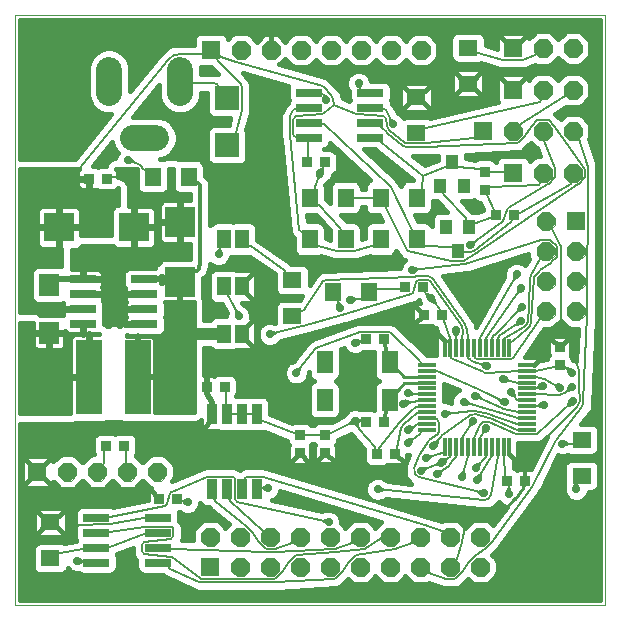
<source format=gtl>
G04 This is an RS-274x file exported by *
G04 gerbv version 2.6.1 *
G04 More information is available about gerbv at *
G04 http://gerbv.geda-project.org/ *
G04 --End of header info--*
%MOIN*%
%FSLAX34Y34*%
%IPPOS*%
G04 --Define apertures--*
%AMMACRO10*
21,1,0.058000,0.011000,0.000000,0.000000,0.000000*
%
%ADD10MACRO10*%
%AMMACRO11*
21,1,0.011000,0.058000,0.000000,0.000000,0.000000*
%
%ADD11MACRO11*%
%AMMACRO12*
21,1,0.086614,0.023622,0.000000,0.000000,0.000000*
%
%ADD12MACRO12*%
%AMMACRO13*
21,1,0.102362,0.094488,0.000000,0.000000,0.000000*
%
%ADD13MACRO13*%
%AMMACRO14*
21,1,0.098425,0.100394,0.000000,0.000000,0.000000*
%
%ADD14MACRO14*%
%AMMACRO15*
21,1,0.078740,0.078740,0.000000,0.000000,0.000000*
%
%ADD15MACRO15*%
%AMMACRO16*
21,1,0.031496,0.031496,0.000000,0.000000,0.000000*
%
%ADD16MACRO16*%
%AMMACRO17*
21,1,0.086614,0.248032,0.000000,0.000000,0.000000*
%
%ADD17MACRO17*%
%AMMACRO18*
21,1,0.066929,0.070866,0.000000,0.000000,0.000000*
%
%ADD18MACRO18*%
%AMMACRO19*
21,1,0.051181,0.062992,0.000000,0.000000,0.000000*
%
%ADD19MACRO19*%
%AMMACRO20*
21,1,0.060000,0.060000,0.000000,0.000000,0.000000*
%
%ADD20MACRO20*%
%AMMACRO21*
21,1,0.062992,0.051181,0.000000,0.000000,0.000000*
%
%ADD21MACRO21*%
%AMMACRO22*
21,1,0.051181,0.074803,0.000000,0.000000,0.000000*
%
%ADD22MACRO22*%
%AMMACRO23*
21,1,0.032000,0.066000,0.000000,0.000000,0.000000*
%
%ADD23MACRO23*%
%AMMACRO24*
21,1,0.039370,0.047244,0.000000,0.000000,0.000000*
%
%ADD24MACRO24*%
%AMMACRO25*
21,1,0.046000,0.063000,0.000000,0.000000,0.000000*
%
%ADD25MACRO25*%
%ADD26C,0.0000*%
%ADD27C,0.0060*%
%ADD28C,0.0000*%
%ADD29C,0.0079*%
%ADD30C,0.0157*%
%ADD31C,0.0236*%
%ADD32C,0.0197*%
%ADD33C,0.0150*%
%ADD34C,0.0118*%
%ADD35C,0.0098*%
%ADD36C,0.0394*%
%ADD37C,0.0276*%
%ADD38C,0.0860*%
G04 --Start main section--*
G36*
G01X0013400Y0016836D02*
G01X0013411Y0016819D01*
G01X0013469Y0016762D01*
G01X0013473Y0016752D01*
G01X0013516Y0016770D01*
G01X0013571Y0016770D01*
G01X0014201Y0016770D01*
G01X0014255Y0016770D01*
G01X0014330Y0016739D01*
G01X0016603Y0017270D01*
G01X0016578Y0017331D01*
G01X0016578Y0017377D01*
G01X0016578Y0017932D01*
G01X0016578Y0017977D01*
G01X0016578Y0018023D01*
G01X0016612Y0018107D01*
G01X0016677Y0018171D01*
G01X0016761Y0018206D01*
G01X0016806Y0018206D01*
G01X0016852Y0018206D01*
G01X0017406Y0018206D01*
G01X0017452Y0018206D01*
G01X0017536Y0018171D01*
G01X0017600Y0018107D01*
G01X0017635Y0018023D01*
G01X0017635Y0018020D01*
G01X0017650Y0018035D01*
G01X0017787Y0018172D01*
G01X0017826Y0018211D01*
G01X0017927Y0018253D01*
G01X0017982Y0018253D01*
G01X0018231Y0018253D01*
G01X0018285Y0018253D01*
G01X0018386Y0018211D01*
G01X0018425Y0018172D01*
G01X0018601Y0017996D01*
G01X0018606Y0017991D01*
G01X0018611Y0017996D01*
G01X0018650Y0018035D01*
G01X0018787Y0018172D01*
G01X0018826Y0018211D01*
G01X0018927Y0018253D01*
G01X0018982Y0018253D01*
G01X0019231Y0018253D01*
G01X0019285Y0018253D01*
G01X0019386Y0018211D01*
G01X0019425Y0018172D01*
G01X0019601Y0017996D01*
G01X0019640Y0017958D01*
G01X0019682Y0017856D01*
G01X0019682Y0017801D01*
G01X0019682Y0017553D01*
G01X0019682Y0017498D01*
G01X0019640Y0017397D01*
G01X0019601Y0017358D01*
G01X0019425Y0017182D01*
G01X0019387Y0017144D01*
G01X0019286Y0017102D01*
G01X0019231Y0017102D01*
G01X0018982Y0017102D01*
G01X0018927Y0017101D01*
G01X0018876Y0017123D01*
G01X0018504Y0016890D01*
G01X0018531Y0016863D01*
G01X0018541Y0016853D01*
G01X0018695Y0016698D01*
G01X0018791Y0016794D01*
G01X0018830Y0016833D01*
G01X0018931Y0016875D01*
G01X0018986Y0016875D01*
G01X0019234Y0016875D01*
G01X0019289Y0016875D01*
G01X0019390Y0016833D01*
G01X0019429Y0016794D01*
G01X0019605Y0016618D01*
G01X0019644Y0016580D01*
G01X0019686Y0016479D01*
G01X0019686Y0016423D01*
G01X0019686Y0016175D01*
G01X0019686Y0016120D01*
G01X0019648Y0016029D01*
G01X0019904Y0015230D01*
G01X0019922Y0015186D01*
G01X0019922Y0015148D01*
G01X0019922Y0015125D01*
G01X0019922Y0014876D01*
G01X0019922Y0014816D01*
G01X0019922Y0014702D01*
G01X0019922Y0014700D01*
G01X0019893Y0010128D01*
G01X0019892Y0010116D01*
G01X0019763Y0007130D01*
G01X0019761Y0007081D01*
G01X0019726Y0006990D01*
G01X0019696Y0006952D01*
G01X0019375Y0006553D01*
G01X0019658Y0006553D01*
G01X0019713Y0006553D01*
G01X0019767Y0006553D01*
G01X0019869Y0006511D01*
G01X0019946Y0006433D01*
G01X0019988Y0006332D01*
G01X0019988Y0006277D01*
G01X0019988Y0006222D01*
G01X0019988Y0005765D01*
G01X0019988Y0005711D01*
G01X0019946Y0005609D01*
G01X0019869Y0005532D01*
G01X0019768Y0005490D01*
G01X0019713Y0005490D01*
G01X0019083Y0005490D01*
G01X0019028Y0005490D01*
G01X0018952Y0005521D01*
G01X0018938Y0005516D01*
G01X0018912Y0005500D01*
G01X0018894Y0005497D01*
G01X0018834Y0005472D01*
G01X0018670Y0005472D01*
G01X0018621Y0005492D01*
G01X0018030Y0004310D01*
G01X0018024Y0004299D01*
G01X0018011Y0004277D01*
G01X0018003Y0004267D01*
G01X0016682Y0002459D01*
G01X0016673Y0002437D01*
G01X0016638Y0002402D01*
G01X0016630Y0002394D01*
G01X0016577Y0002341D01*
G01X0016534Y0002298D01*
G01X0016423Y0002187D01*
G01X0016519Y0002091D01*
G01X0016557Y0002052D01*
G01X0016599Y0001951D01*
G01X0016599Y0001896D01*
G01X0016599Y0001647D01*
G01X0016599Y0001593D01*
G01X0016557Y0001491D01*
G01X0016519Y0001453D01*
G01X0016343Y0001277D01*
G01X0016304Y0001238D01*
G01X0016203Y0001196D01*
G01X0016148Y0001196D01*
G01X0015899Y0001196D01*
G01X0015845Y0001196D01*
G01X0015743Y0001238D01*
G01X0015704Y0001277D01*
G01X0015609Y0001373D01*
G01X0015577Y0001341D01*
G01X0015534Y0001298D01*
G01X0015444Y0001208D01*
G01X0015401Y0001165D01*
G01X0015359Y0001123D01*
G01X0015246Y0001076D01*
G01X0015185Y0001076D01*
G01X0015111Y0001076D01*
G01X0015050Y0001076D01*
G01X0014862Y0001076D01*
G01X0014839Y0001076D01*
G01X0014794Y0001083D01*
G01X0014773Y0001089D01*
G01X0014296Y0001235D01*
G01X0014203Y0001196D01*
G01X0014148Y0001196D01*
G01X0013899Y0001196D01*
G01X0013845Y0001196D01*
G01X0013743Y0001238D01*
G01X0013704Y0001277D01*
G01X0013529Y0001453D01*
G01X0013524Y0001458D01*
G01X0013519Y0001453D01*
G01X0013343Y0001277D01*
G01X0013304Y0001238D01*
G01X0013203Y0001196D01*
G01X0013148Y0001196D01*
G01X0012899Y0001196D01*
G01X0012845Y0001196D01*
G01X0012743Y0001238D01*
G01X0012704Y0001277D01*
G01X0012529Y0001453D01*
G01X0012524Y0001458D01*
G01X0012519Y0001453D01*
G01X0012343Y0001277D01*
G01X0012304Y0001238D01*
G01X0012203Y0001196D01*
G01X0012148Y0001196D01*
G01X0011899Y0001196D01*
G01X0011845Y0001196D01*
G01X0011743Y0001238D01*
G01X0011704Y0001277D01*
G01X0011609Y0001373D01*
G01X0011577Y0001341D01*
G01X0011401Y0001165D01*
G01X0011362Y0001126D01*
G01X0011358Y0001122D01*
G01X0011307Y0001101D01*
G01X0011260Y0001080D01*
G01X0011255Y0001080D01*
G01X0011246Y0001076D01*
G01X0011194Y0001076D01*
G01X0009254Y0000956D01*
G01X0009235Y0000956D01*
G01X0009121Y0000956D01*
G01X0009061Y0000956D01*
G01X0006636Y0000956D01*
G01X0006604Y0000956D01*
G01X0006576Y0000956D01*
G01X0006545Y0000968D01*
G01X0006539Y0000970D01*
G01X0006514Y0000981D01*
G01X0006463Y0001002D01*
G01X0006459Y0001006D01*
G01X0005533Y0001429D01*
G01X0005508Y0001440D01*
G01X0005463Y0001472D01*
G01X0005443Y0001491D01*
G01X0005413Y0001522D01*
G01X0004831Y0001522D01*
G01X0004776Y0001522D01*
G01X0004675Y0001563D01*
G01X0004597Y0001641D01*
G01X0004555Y0001742D01*
G01X0004555Y0001797D01*
G01X0004555Y0002013D01*
G01X0004524Y0002044D01*
G01X0004482Y0002087D01*
G01X0004435Y0002199D01*
G01X0004435Y0002260D01*
G01X0004435Y0002274D01*
G01X0004435Y0002335D01*
G01X0004435Y0002414D01*
G01X0003909Y0002203D01*
G01X0003893Y0002165D01*
G01X0003925Y0002088D01*
G01X0003925Y0002033D01*
G01X0003925Y0001979D01*
G01X0003925Y0001797D01*
G01X0003925Y0001743D01*
G01X0003883Y0001641D01*
G01X0003806Y0001564D01*
G01X0003705Y0001522D01*
G01X0003650Y0001522D01*
G01X0002783Y0001522D01*
G01X0002729Y0001522D01*
G01X0002628Y0001563D01*
G01X0002616Y0001575D01*
G01X0002504Y0001575D01*
G01X0002352Y0001638D01*
G01X0002261Y0001729D01*
G01X0002230Y0001654D01*
G01X0002152Y0001576D01*
G01X0002051Y0001534D01*
G01X0001996Y0001534D01*
G01X0001421Y0001534D01*
G01X0001366Y0001534D01*
G01X0001311Y0001534D01*
G01X0001210Y0001576D01*
G01X0001133Y0001653D01*
G01X0001091Y0001755D01*
G01X0001091Y0001809D01*
G01X0001091Y0001864D01*
G01X0001091Y0002321D01*
G01X0001091Y0002376D01*
G01X0001132Y0002477D01*
G01X0001210Y0002555D01*
G01X0001311Y0002597D01*
G01X0001366Y0002597D01*
G01X0001996Y0002597D01*
G01X0002051Y0002597D01*
G01X0002128Y0002565D01*
G01X0002535Y0002654D01*
G01X0002540Y0002665D01*
G01X0002508Y0002742D01*
G01X0002508Y0002797D01*
G01X0002508Y0003033D01*
G01X0002508Y0003088D01*
G01X0002540Y0003165D01*
G01X0002508Y0003242D01*
G01X0002508Y0003297D01*
G01X0002508Y0003533D01*
G01X0002508Y0003588D01*
G01X0002550Y0003689D01*
G01X0002627Y0003767D01*
G01X0002728Y0003809D01*
G01X0002783Y0003809D01*
G01X0003595Y0003809D01*
G01X0003650Y0003809D01*
G01X0003704Y0003809D01*
G01X0003789Y0003774D01*
G01X0004932Y0003995D01*
G01X0004932Y0004201D01*
G01X0004932Y0004246D01*
G01X0004967Y0004330D01*
G01X0005031Y0004395D01*
G01X0005033Y0004395D01*
G01X0004976Y0004419D01*
G01X0004937Y0004458D01*
G01X0004800Y0004595D01*
G01X0004761Y0004634D01*
G01X0004756Y0004639D01*
G01X0004751Y0004634D01*
G01X0004575Y0004458D01*
G01X0004536Y0004419D01*
G01X0004435Y0004377D01*
G01X0004380Y0004377D01*
G01X0004132Y0004377D01*
G01X0004077Y0004377D01*
G01X0003976Y0004419D01*
G01X0003937Y0004458D01*
G01X0003800Y0004595D01*
G01X0003761Y0004634D01*
G01X0003756Y0004639D01*
G01X0003751Y0004634D01*
G01X0003575Y0004458D01*
G01X0003536Y0004419D01*
G01X0003435Y0004377D01*
G01X0003380Y0004377D01*
G01X0003132Y0004377D01*
G01X0003077Y0004377D01*
G01X0002976Y0004419D01*
G01X0002937Y0004458D01*
G01X0002800Y0004595D01*
G01X0002761Y0004634D01*
G01X0002756Y0004639D01*
G01X0002751Y0004634D01*
G01X0002575Y0004458D01*
G01X0002536Y0004419D01*
G01X0002435Y0004377D01*
G01X0002380Y0004377D01*
G01X0002132Y0004377D01*
G01X0002077Y0004377D01*
G01X0001976Y0004419D01*
G01X0001937Y0004458D01*
G01X0001800Y0004595D01*
G01X0001785Y0004610D01*
G01X0001785Y0004607D01*
G01X0001750Y0004523D01*
G01X0001686Y0004459D01*
G01X0001602Y0004424D01*
G01X0001556Y0004424D01*
G01X0001001Y0004424D01*
G01X0000956Y0004424D01*
G01X0000910Y0004424D01*
G01X0000826Y0004459D01*
G01X0000762Y0004523D01*
G01X0000727Y0004607D01*
G01X0000727Y0004653D01*
G01X0000727Y0004698D01*
G01X0000727Y0005253D01*
G01X0000727Y0005298D01*
G01X0000762Y0005382D01*
G01X0000826Y0005447D01*
G01X0000910Y0005481D01*
G01X0000956Y0005481D01*
G01X0001556Y0005481D01*
G01X0001601Y0005482D01*
G01X0001685Y0005447D01*
G01X0001750Y0005382D01*
G01X0001785Y0005298D01*
G01X0001785Y0005295D01*
G01X0001937Y0005448D01*
G01X0001975Y0005486D01*
G01X0002077Y0005528D01*
G01X0002132Y0005528D01*
G01X0002380Y0005528D01*
G01X0002435Y0005528D01*
G01X0002536Y0005487D01*
G01X0002575Y0005448D01*
G01X0002751Y0005272D01*
G01X0002756Y0005267D01*
G01X0002761Y0005272D01*
G01X0002937Y0005448D01*
G01X0002975Y0005486D01*
G01X0003077Y0005528D01*
G01X0003132Y0005528D01*
G01X0003144Y0005528D01*
G01X0003113Y0005602D01*
G01X0003113Y0005657D01*
G01X0003113Y0005972D01*
G01X0003113Y0006027D01*
G01X0003155Y0006128D01*
G01X0003233Y0006206D01*
G01X0003334Y0006248D01*
G01X0003389Y0006248D01*
G01X0003704Y0006248D01*
G01X0003759Y0006248D01*
G01X0003847Y0006212D01*
G01X0003934Y0006248D01*
G01X0003989Y0006248D01*
G01X0004304Y0006248D01*
G01X0004359Y0006248D01*
G01X0004460Y0006206D01*
G01X0004537Y0006129D01*
G01X0004579Y0006027D01*
G01X0004580Y0005972D01*
G01X0004580Y0005712D01*
G01X0004580Y0005657D01*
G01X0004580Y0005603D01*
G01X0004538Y0005501D01*
G01X0004527Y0005490D01*
G01X0004536Y0005487D01*
G01X0004575Y0005448D01*
G01X0004751Y0005272D01*
G01X0004756Y0005267D01*
G01X0004761Y0005272D01*
G01X0004937Y0005448D01*
G01X0004975Y0005486D01*
G01X0005077Y0005528D01*
G01X0005132Y0005528D01*
G01X0005380Y0005528D01*
G01X0005435Y0005528D01*
G01X0005536Y0005487D01*
G01X0005575Y0005448D01*
G01X0005751Y0005272D01*
G01X0005789Y0005233D01*
G01X0005831Y0005132D01*
G01X0005831Y0005077D01*
G01X0005831Y0004829D01*
G01X0005832Y0004774D01*
G01X0005790Y0004673D01*
G01X0005753Y0004636D01*
G01X0006715Y0005046D01*
G01X0006716Y0005047D01*
G01X0006769Y0005069D01*
G01X0006798Y0005082D01*
G01X0006800Y0005082D01*
G01X0006828Y0005094D01*
G01X0006858Y0005094D01*
G01X0006889Y0005094D01*
G01X0006964Y0005094D01*
G01X0007025Y0005094D01*
G01X0007694Y0005094D01*
G01X0007695Y0005094D01*
G01X0007785Y0005094D01*
G01X0007845Y0005094D01*
G01X0007957Y0005047D01*
G01X0007996Y0005008D01*
G01X0008036Y0005047D01*
G01X0008148Y0005094D01*
G01X0008209Y0005094D01*
G01X0008284Y0005094D01*
G01X0008345Y0005094D01*
G01X0008784Y0005094D01*
G01X0008806Y0005094D01*
G01X0008851Y0005087D01*
G01X0008872Y0005081D01*
G01X0012345Y0004035D01*
G01X0012252Y0004128D01*
G01X0012189Y0004280D01*
G01X0012189Y0004444D01*
G01X0012252Y0004596D01*
G01X0012368Y0004713D01*
G01X0012520Y0004776D01*
G01X0012685Y0004776D01*
G01X0012787Y0004733D01*
G01X0012802Y0004729D01*
G01X0012809Y0004724D01*
G01X0012837Y0004713D01*
G01X0012874Y0004675D01*
G01X0012927Y0004635D01*
G01X0013712Y0004553D01*
G01X0013591Y0004674D01*
G01X0013549Y0004716D01*
G01X0013502Y0004829D01*
G01X0013502Y0004890D01*
G01X0013502Y0005079D01*
G01X0013502Y0005106D01*
G01X0013511Y0005159D01*
G01X0013521Y0005185D01*
G01X0013639Y0005504D01*
G01X0013564Y0005504D01*
G01X0013564Y0005390D01*
G01X0013564Y0005344D01*
G01X0013529Y0005260D01*
G01X0013465Y0005196D01*
G01X0013381Y0005161D01*
G01X0013335Y0005161D01*
G01X0013020Y0005161D01*
G01X0012975Y0005161D01*
G01X0012919Y0005184D01*
G01X0012892Y0005156D01*
G01X0012790Y0005114D01*
G01X0012735Y0005114D01*
G01X0012420Y0005114D01*
G01X0012366Y0005114D01*
G01X0012265Y0005156D01*
G01X0012187Y0005233D01*
G01X0012145Y0005335D01*
G01X0012145Y0005390D01*
G01X0012145Y0005650D01*
G01X0012145Y0005698D01*
G01X0011713Y0006197D01*
G01X0011695Y0006217D01*
G01X0011694Y0006219D01*
G01X0011287Y0006010D01*
G01X0011287Y0005974D01*
G01X0011246Y0005872D01*
G01X0011218Y0005844D01*
G01X0011241Y0005789D01*
G01X0011241Y0005743D01*
G01X0011241Y0005428D01*
G01X0011241Y0005383D01*
G01X0011206Y0005299D01*
G01X0011142Y0005235D01*
G01X0011058Y0005200D01*
G01X0011012Y0005200D01*
G01X0010742Y0005200D01*
G01X0010697Y0005200D01*
G01X0010651Y0005200D01*
G01X0010567Y0005234D01*
G01X0010503Y0005299D01*
G01X0010468Y0005383D01*
G01X0010468Y0005428D01*
G01X0010468Y0005474D01*
G01X0010468Y0005743D01*
G01X0010468Y0005789D01*
G01X0010491Y0005844D01*
G01X0010472Y0005863D01*
G01X0010394Y0005863D01*
G01X0010391Y0005857D01*
G01X0010363Y0005829D01*
G01X0010386Y0005773D01*
G01X0010386Y0005728D01*
G01X0010386Y0005413D01*
G01X0010386Y0005367D01*
G01X0010351Y0005283D01*
G01X0010287Y0005219D01*
G01X0010203Y0005184D01*
G01X0010157Y0005184D01*
G01X0009888Y0005184D01*
G01X0009843Y0005184D01*
G01X0009797Y0005184D01*
G01X0009713Y0005219D01*
G01X0009649Y0005283D01*
G01X0009614Y0005367D01*
G01X0009614Y0005413D01*
G01X0009614Y0005458D01*
G01X0009614Y0005728D01*
G01X0009614Y0005773D01*
G01X0009637Y0005829D01*
G01X0009609Y0005856D01*
G01X0009567Y0005958D01*
G01X0009567Y0005983D01*
G01X0008838Y0006278D01*
G01X0008802Y0006263D01*
G01X0008747Y0006263D01*
G01X0008481Y0006263D01*
G01X0008427Y0006263D01*
G01X0008372Y0006263D01*
G01X0008337Y0006277D01*
G01X0008302Y0006263D01*
G01X0008247Y0006263D01*
G01X0007981Y0006263D01*
G01X0007927Y0006263D01*
G01X0007872Y0006263D01*
G01X0007837Y0006277D01*
G01X0007802Y0006263D01*
G01X0007747Y0006263D01*
G01X0007481Y0006263D01*
G01X0007427Y0006263D01*
G01X0007372Y0006263D01*
G01X0007271Y0006304D01*
G01X0007266Y0006309D01*
G01X0007247Y0006309D01*
G01X0006972Y0006309D01*
G01X0006927Y0006309D01*
G01X0006881Y0006309D01*
G01X0006797Y0006344D01*
G01X0006733Y0006409D01*
G01X0006698Y0006493D01*
G01X0006698Y0006538D01*
G01X0006698Y0006584D01*
G01X0006698Y0006672D01*
G01X0006660Y0006634D01*
G01X0006529Y0006580D01*
G01X0006459Y0006579D01*
G01X0005165Y0006579D01*
G01X0005098Y0006579D01*
G01X0005087Y0006575D01*
G01X0005031Y0006575D01*
G01X0004165Y0006575D01*
G01X0004111Y0006575D01*
G01X0004044Y0006602D01*
G01X0003539Y0006602D01*
G01X0003472Y0006575D01*
G01X0003417Y0006575D01*
G01X0002606Y0006575D01*
G01X0002551Y0006575D01*
G01X0002502Y0006575D01*
G01X0002425Y0006543D01*
G01X0002354Y0006543D01*
G01X0002284Y0006543D01*
G01X0000679Y0006543D01*
G01X0000679Y0000679D01*
G01X0020006Y0000679D01*
G01X0020006Y0020006D01*
G01X0000679Y0020006D01*
G01X0000679Y0015383D01*
G01X0002520Y0015383D01*
G01X0003716Y0016861D01*
G01X0003557Y0016861D01*
G01X0003377Y0016909D01*
G01X0003216Y0017002D01*
G01X0003085Y0017134D01*
G01X0002992Y0017295D01*
G01X0002944Y0017474D01*
G01X0002944Y0018447D01*
G01X0002992Y0018627D01*
G01X0003085Y0018788D01*
G01X0003216Y0018919D01*
G01X0003377Y0019012D01*
G01X0003557Y0019060D01*
G01X0003742Y0019060D01*
G01X0003922Y0019012D01*
G01X0004083Y0018919D01*
G01X0004214Y0018788D01*
G01X0004307Y0018627D01*
G01X0004355Y0018447D01*
G01X0004355Y0017651D01*
G01X0005258Y0018766D01*
G01X0005263Y0018772D01*
G01X0005274Y0018784D01*
G01X0005279Y0018790D01*
G01X0005577Y0019087D01*
G01X0005598Y0019108D01*
G01X0005648Y0019142D01*
G01X0005676Y0019153D01*
G01X0005685Y0019157D01*
G01X0005713Y0019169D01*
G01X0005772Y0019180D01*
G01X0005802Y0019180D01*
G01X0006464Y0019180D01*
G01X0006464Y0019249D01*
G01X0006464Y0019304D01*
G01X0006464Y0019359D01*
G01X0006506Y0019460D01*
G01X0006583Y0019538D01*
G01X0006685Y0019580D01*
G01X0006739Y0019580D01*
G01X0006794Y0019580D01*
G01X0007339Y0019580D01*
G01X0007394Y0019580D01*
G01X0007495Y0019538D01*
G01X0007573Y0019460D01*
G01X0007605Y0019383D01*
G01X0007720Y0019499D01*
G01X0007759Y0019537D01*
G01X0007860Y0019579D01*
G01X0007915Y0019580D01*
G01X0008164Y0019580D01*
G01X0008218Y0019580D01*
G01X0008320Y0019538D01*
G01X0008359Y0019499D01*
G01X0008534Y0019323D01*
G01X0008573Y0019285D01*
G01X0008578Y0019290D01*
G01X0008610Y0019322D01*
G01X0008753Y0019466D01*
G01X0008785Y0019498D01*
G01X0008869Y0019533D01*
G01X0008915Y0019533D01*
G01X0009164Y0019533D01*
G01X0009209Y0019533D01*
G01X0009293Y0019498D01*
G01X0009325Y0019466D01*
G01X0009501Y0019290D01*
G01X0009506Y0019285D01*
G01X0009545Y0019323D01*
G01X0009583Y0019362D01*
G01X0009720Y0019499D01*
G01X0009759Y0019537D01*
G01X0009860Y0019579D01*
G01X0009915Y0019580D01*
G01X0010164Y0019580D01*
G01X0010218Y0019580D01*
G01X0010320Y0019538D01*
G01X0010359Y0019499D01*
G01X0010534Y0019323D01*
G01X0010539Y0019318D01*
G01X0010545Y0019323D01*
G01X0010583Y0019362D01*
G01X0010720Y0019499D01*
G01X0010759Y0019537D01*
G01X0010860Y0019579D01*
G01X0010915Y0019580D01*
G01X0011164Y0019580D01*
G01X0011218Y0019580D01*
G01X0011320Y0019538D01*
G01X0011359Y0019499D01*
G01X0011534Y0019323D01*
G01X0011539Y0019318D01*
G01X0011545Y0019323D01*
G01X0011583Y0019362D01*
G01X0011720Y0019499D01*
G01X0011759Y0019537D01*
G01X0011860Y0019579D01*
G01X0011915Y0019580D01*
G01X0012164Y0019580D01*
G01X0012218Y0019580D01*
G01X0012320Y0019538D01*
G01X0012359Y0019499D01*
G01X0012534Y0019323D01*
G01X0012539Y0019318D01*
G01X0012545Y0019323D01*
G01X0012583Y0019362D01*
G01X0012720Y0019499D01*
G01X0012759Y0019537D01*
G01X0012860Y0019579D01*
G01X0012915Y0019580D01*
G01X0013164Y0019580D01*
G01X0013218Y0019580D01*
G01X0013320Y0019538D01*
G01X0013359Y0019499D01*
G01X0013534Y0019323D01*
G01X0013539Y0019318D01*
G01X0013545Y0019323D01*
G01X0013583Y0019362D01*
G01X0013720Y0019499D01*
G01X0013759Y0019537D01*
G01X0013860Y0019579D01*
G01X0013915Y0019580D01*
G01X0014164Y0019580D01*
G01X0014218Y0019580D01*
G01X0014320Y0019538D01*
G01X0014359Y0019499D01*
G01X0014534Y0019323D01*
G01X0014573Y0019284D01*
G01X0014615Y0019183D01*
G01X0014615Y0019128D01*
G01X0014615Y0018880D01*
G01X0014615Y0018825D01*
G01X0014573Y0018724D01*
G01X0014534Y0018685D01*
G01X0014359Y0018509D01*
G01X0014320Y0018470D01*
G01X0014219Y0018428D01*
G01X0014164Y0018428D01*
G01X0013915Y0018428D01*
G01X0013861Y0018428D01*
G01X0013759Y0018470D01*
G01X0013720Y0018509D01*
G01X0013544Y0018685D01*
G01X0013539Y0018690D01*
G01X0013534Y0018685D01*
G01X0013359Y0018509D01*
G01X0013320Y0018470D01*
G01X0013219Y0018428D01*
G01X0013164Y0018428D01*
G01X0012915Y0018428D01*
G01X0012861Y0018428D01*
G01X0012759Y0018470D01*
G01X0012720Y0018509D01*
G01X0012544Y0018685D01*
G01X0012539Y0018690D01*
G01X0012534Y0018685D01*
G01X0012359Y0018509D01*
G01X0012320Y0018470D01*
G01X0012219Y0018428D01*
G01X0012164Y0018428D01*
G01X0011915Y0018428D01*
G01X0011861Y0018428D01*
G01X0011759Y0018470D01*
G01X0011720Y0018509D01*
G01X0011544Y0018685D01*
G01X0011539Y0018690D01*
G01X0011534Y0018685D01*
G01X0011359Y0018509D01*
G01X0011320Y0018470D01*
G01X0011219Y0018428D01*
G01X0011164Y0018428D01*
G01X0010915Y0018428D01*
G01X0010861Y0018428D01*
G01X0010759Y0018470D01*
G01X0010720Y0018509D01*
G01X0010544Y0018685D01*
G01X0010539Y0018690D01*
G01X0010534Y0018685D01*
G01X0010359Y0018509D01*
G01X0010320Y0018470D01*
G01X0010219Y0018428D01*
G01X0010164Y0018428D01*
G01X0009915Y0018428D01*
G01X0009861Y0018428D01*
G01X0009759Y0018470D01*
G01X0009720Y0018509D01*
G01X0009544Y0018685D01*
G01X0009506Y0018723D01*
G01X0009501Y0018718D01*
G01X0009325Y0018542D01*
G01X0009310Y0018527D01*
G01X0010857Y0018091D01*
G01X0010894Y0018080D01*
G01X0010962Y0018041D01*
G01X0010990Y0018013D01*
G01X0011043Y0017960D01*
G01X0011051Y0017951D01*
G01X0011338Y0017640D01*
G01X0011372Y0017604D01*
G01X0011412Y0017515D01*
G01X0011418Y0017466D01*
G01X0011426Y0017392D01*
G01X0011657Y0017299D01*
G01X0011674Y0017339D01*
G01X0011642Y0017416D01*
G01X0011642Y0017470D01*
G01X0011642Y0017525D01*
G01X0011642Y0017636D01*
G01X0011610Y0017667D01*
G01X0011547Y0017819D01*
G01X0011547Y0017984D01*
G01X0011610Y0018136D01*
G01X0011726Y0018252D01*
G01X0011878Y0018315D01*
G01X0012043Y0018315D01*
G01X0012195Y0018252D01*
G01X0012311Y0018136D01*
G01X0012374Y0017984D01*
G01X0012374Y0017982D01*
G01X0012783Y0017982D01*
G01X0012838Y0017982D01*
G01X0012939Y0017940D01*
G01X0013017Y0017863D01*
G01X0013059Y0017762D01*
G01X0013059Y0017707D01*
G01X0013059Y0017470D01*
G01X0013059Y0017416D01*
G01X0013027Y0017339D01*
G01X0013059Y0017262D01*
G01X0013059Y0017255D01*
G01X0013090Y0017224D01*
G01X0013104Y0017209D01*
G01X0013130Y0017176D01*
G01X0013140Y0017157D01*
G01X0013260Y0016944D01*
G01X0013263Y0016938D01*
G01X0013268Y0016928D01*
G01X0013271Y0016923D01*
G01X0013315Y0016893D01*
G01X0013352Y0016878D01*
G01X0013382Y0016848D01*
G01X0013400Y0016836D01*
G01X0013400Y0016836D01*
G37*
%LPC*%
G36*
G01X0016581Y0019049D02*
G01X0016581Y0019314D01*
G01X0016581Y0019359D01*
G01X0016581Y0019405D01*
G01X0016616Y0019489D01*
G01X0016681Y0019553D01*
G01X0016765Y0019588D01*
G01X0016810Y0019588D01*
G01X0016856Y0019588D01*
G01X0017410Y0019588D01*
G01X0017456Y0019588D01*
G01X0017540Y0019553D01*
G01X0017604Y0019489D01*
G01X0017639Y0019405D01*
G01X0017639Y0019402D01*
G01X0017654Y0019417D01*
G01X0017791Y0019554D01*
G01X0017830Y0019593D01*
G01X0017931Y0019635D01*
G01X0017986Y0019635D01*
G01X0018234Y0019635D01*
G01X0018289Y0019635D01*
G01X0018390Y0019593D01*
G01X0018429Y0019554D01*
G01X0018605Y0019378D01*
G01X0018610Y0019373D01*
G01X0018615Y0019378D01*
G01X0018654Y0019417D01*
G01X0018791Y0019554D01*
G01X0018830Y0019593D01*
G01X0018931Y0019635D01*
G01X0018986Y0019635D01*
G01X0019234Y0019635D01*
G01X0019289Y0019635D01*
G01X0019390Y0019593D01*
G01X0019429Y0019554D01*
G01X0019605Y0019378D01*
G01X0019644Y0019340D01*
G01X0019686Y0019238D01*
G01X0019686Y0019183D01*
G01X0019686Y0018935D01*
G01X0019686Y0018880D01*
G01X0019644Y0018779D01*
G01X0019605Y0018740D01*
G01X0019429Y0018564D01*
G01X0019391Y0018526D01*
G01X0019290Y0018484D01*
G01X0019234Y0018483D01*
G01X0018986Y0018483D01*
G01X0018931Y0018483D01*
G01X0018830Y0018525D01*
G01X0018791Y0018564D01*
G01X0018615Y0018740D01*
G01X0018610Y0018745D01*
G01X0018605Y0018740D01*
G01X0018429Y0018564D01*
G01X0018391Y0018526D01*
G01X0018290Y0018484D01*
G01X0018234Y0018483D01*
G01X0017986Y0018483D01*
G01X0017931Y0018483D01*
G01X0017856Y0018515D01*
G01X0017623Y0018412D01*
G01X0017621Y0018410D01*
G01X0017571Y0018389D01*
G01X0017542Y0018376D01*
G01X0017538Y0018376D01*
G01X0017508Y0018363D01*
G01X0017479Y0018363D01*
G01X0017448Y0018363D01*
G01X0017373Y0018363D01*
G01X0017312Y0018363D01*
G01X0016773Y0018363D01*
G01X0016750Y0018363D01*
G01X0016704Y0018370D01*
G01X0016682Y0018377D01*
G01X0016032Y0018580D01*
G01X0015976Y0018557D01*
G01X0015921Y0018557D01*
G01X0015346Y0018557D01*
G01X0015291Y0018557D01*
G01X0015237Y0018557D01*
G01X0015135Y0018599D01*
G01X0015058Y0018676D01*
G01X0015016Y0018777D01*
G01X0015016Y0018832D01*
G01X0015016Y0018887D01*
G01X0015016Y0019344D01*
G01X0015016Y0019399D01*
G01X0015058Y0019500D01*
G01X0015135Y0019578D01*
G01X0015236Y0019620D01*
G01X0015291Y0019620D01*
G01X0015921Y0019620D01*
G01X0015976Y0019620D01*
G01X0016077Y0019578D01*
G01X0016155Y0019500D01*
G01X0016197Y0019399D01*
G01X0016197Y0019344D01*
G01X0016197Y0019168D01*
G01X0016581Y0019049D01*
G37*
G36*
G01X0019626Y0004290D02*
G01X0019626Y0004284D01*
G01X0019563Y0004132D01*
G01X0019447Y0004016D01*
G01X0019295Y0003953D01*
G01X0019130Y0003953D01*
G01X0018978Y0004016D01*
G01X0018862Y0004132D01*
G01X0018799Y0004284D01*
G01X0018799Y0004448D01*
G01X0018816Y0004489D01*
G01X0018807Y0004510D01*
G01X0018807Y0004565D01*
G01X0018807Y0005077D01*
G01X0018807Y0005132D01*
G01X0018849Y0005233D01*
G01X0018926Y0005311D01*
G01X0019028Y0005353D01*
G01X0019083Y0005353D01*
G01X0019658Y0005353D01*
G01X0019713Y0005353D01*
G01X0019767Y0005353D01*
G01X0019869Y0005311D01*
G01X0019946Y0005233D01*
G01X0019988Y0005132D01*
G01X0019988Y0005077D01*
G01X0019988Y0005022D01*
G01X0019988Y0004565D01*
G01X0019988Y0004511D01*
G01X0019946Y0004409D01*
G01X0019869Y0004332D01*
G01X0019768Y0004290D01*
G01X0019713Y0004290D01*
G01X0019626Y0004290D01*
G37*
G36*
G01X0015063Y0018144D02*
G01X0015063Y0018189D01*
G01X0015097Y0018274D01*
G01X0015162Y0018338D01*
G01X0015246Y0018373D01*
G01X0015291Y0018373D01*
G01X0015921Y0018373D01*
G01X0015967Y0018373D01*
G01X0016051Y0018338D01*
G01X0016115Y0018274D01*
G01X0016150Y0018190D01*
G01X0016150Y0018144D01*
G01X0016150Y0017632D01*
G01X0016150Y0017587D01*
G01X0016115Y0017503D01*
G01X0016051Y0017438D01*
G01X0015967Y0017404D01*
G01X0015921Y0017404D01*
G01X0015337Y0017404D01*
G01X0015291Y0017404D01*
G01X0015246Y0017404D01*
G01X0015162Y0017438D01*
G01X0015097Y0017503D01*
G01X0015063Y0017587D01*
G01X0015063Y0017632D01*
G01X0015063Y0017678D01*
G01X0015063Y0018144D01*
G37*
G36*
G01X0013342Y0017183D02*
G01X0013342Y0017228D01*
G01X0013342Y0017694D01*
G01X0013342Y0017740D01*
G01X0013377Y0017824D01*
G01X0013441Y0017888D01*
G01X0013525Y0017923D01*
G01X0013571Y0017923D01*
G01X0014201Y0017923D01*
G01X0014246Y0017923D01*
G01X0014330Y0017889D01*
G01X0014395Y0017824D01*
G01X0014429Y0017740D01*
G01X0014430Y0017694D01*
G01X0014430Y0017183D01*
G01X0014430Y0017137D01*
G01X0014395Y0017053D01*
G01X0014331Y0016989D01*
G01X0014246Y0016954D01*
G01X0014201Y0016954D01*
G01X0013616Y0016954D01*
G01X0013571Y0016954D01*
G01X0013525Y0016954D01*
G01X0013441Y0016989D01*
G01X0013377Y0017053D01*
G01X0013342Y0017137D01*
G01X0013342Y0017183D01*
G37*
G36*
G01X0001137Y0003521D02*
G01X0001137Y0003567D01*
G01X0001172Y0003651D01*
G01X0001236Y0003715D01*
G01X0001320Y0003750D01*
G01X0001366Y0003750D01*
G01X0001996Y0003750D01*
G01X0002041Y0003750D01*
G01X0002125Y0003715D01*
G01X0002190Y0003651D01*
G01X0002225Y0003567D01*
G01X0002225Y0003521D01*
G01X0002225Y0003009D01*
G01X0002225Y0002964D01*
G01X0002190Y0002880D01*
G01X0002126Y0002816D01*
G01X0002042Y0002781D01*
G01X0001996Y0002781D01*
G01X0001412Y0002781D01*
G01X0001366Y0002781D01*
G01X0001321Y0002781D01*
G01X0001237Y0002816D01*
G01X0001172Y0002880D01*
G01X0001137Y0002964D01*
G01X0001137Y0003009D01*
G01X0001137Y0003055D01*
G01X0001137Y0003521D01*
G37*
%LPD*%
G36*
G01X0008589Y0012686D02*
G01X0009651Y0011931D01*
G01X0009662Y0011924D01*
G01X0009681Y0011907D01*
G01X0009690Y0011898D01*
G01X0009721Y0011868D01*
G01X0010012Y0011868D01*
G01X0010067Y0011868D01*
G01X0010122Y0011868D01*
G01X0010223Y0011826D01*
G01X0010301Y0011748D01*
G01X0010343Y0011647D01*
G01X0010343Y0011592D01*
G01X0010343Y0011537D01*
G01X0010343Y0011187D01*
G01X0010520Y0011454D01*
G01X0010528Y0011467D01*
G01X0010547Y0011491D01*
G01X0010558Y0011501D01*
G01X0010611Y0011554D01*
G01X0010652Y0011595D01*
G01X0010759Y0011642D01*
G01X0010817Y0011644D01*
G01X0013331Y0011730D01*
G01X0013331Y0011752D01*
G01X0013394Y0011903D01*
G01X0013499Y0012009D01*
G01X0013493Y0012011D01*
G01X0013417Y0012053D01*
G01X0013386Y0012083D01*
G01X0013333Y0012136D01*
G01X0013316Y0012154D01*
G01X0013287Y0012194D01*
G01X0013276Y0012216D01*
G01X0013222Y0012324D01*
G01X0013185Y0012234D01*
G01X0013107Y0012156D01*
G01X0013006Y0012114D01*
G01X0012951Y0012114D01*
G01X0012439Y0012114D01*
G01X0012385Y0012114D01*
G01X0012330Y0012137D01*
G01X0011918Y0012008D01*
G01X0011895Y0012001D01*
G01X0011849Y0011994D01*
G01X0011826Y0011994D01*
G01X0011812Y0011994D01*
G01X0011752Y0011994D01*
G01X0011240Y0011994D01*
G01X0011218Y0011994D01*
G01X0011179Y0011994D01*
G01X0011138Y0012011D01*
G01X0010703Y0012139D01*
G01X0010644Y0012114D01*
G01X0010589Y0012114D01*
G01X0010077Y0012114D01*
G01X0010023Y0012114D01*
G01X0009921Y0012156D01*
G01X0009844Y0012233D01*
G01X0009802Y0012335D01*
G01X0009802Y0012390D01*
G01X0009802Y0012736D01*
G01X0009771Y0012766D01*
G01X0009734Y0012803D01*
G01X0009689Y0012898D01*
G01X0009683Y0012951D01*
G01X0009360Y0016044D01*
G01X0009354Y0016059D01*
G01X0009354Y0016112D01*
G01X0009354Y0016120D01*
G01X0009354Y0016294D01*
G01X0009354Y0016355D01*
G01X0009354Y0016794D01*
G01X0009354Y0016833D01*
G01X0009374Y0016909D01*
G01X0009393Y0016944D01*
G01X0009513Y0017157D01*
G01X0009524Y0017176D01*
G01X0009549Y0017209D01*
G01X0009564Y0017224D01*
G01X0009574Y0017234D01*
G01X0009594Y0017255D01*
G01X0009594Y0017261D01*
G01X0009626Y0017339D01*
G01X0009594Y0017416D01*
G01X0009594Y0017470D01*
G01X0009594Y0017525D01*
G01X0009594Y0017707D01*
G01X0009594Y0017761D01*
G01X0009613Y0017807D01*
G01X0008106Y0018232D01*
G01X0008280Y0018055D01*
G01X0008322Y0018014D01*
G01X0008322Y0018012D01*
G01X0008323Y0018012D01*
G01X0008345Y0017957D01*
G01X0008368Y0017901D01*
G01X0008368Y0017900D01*
G01X0008368Y0017841D01*
G01X0008368Y0017053D01*
G01X0008368Y0016992D01*
G01X0008368Y0016978D01*
G01X0008368Y0016959D01*
G01X0008364Y0016922D01*
G01X0008359Y0016903D01*
G01X0008219Y0016352D01*
G01X0008248Y0016283D01*
G01X0008248Y0016228D01*
G01X0008248Y0015441D01*
G01X0008248Y0015386D01*
G01X0008206Y0015285D01*
G01X0008129Y0015207D01*
G01X0008027Y0015165D01*
G01X0007972Y0015165D01*
G01X0007240Y0015165D01*
G01X0007185Y0015165D01*
G01X0007130Y0015165D01*
G01X0007029Y0015207D01*
G01X0006951Y0015285D01*
G01X0006909Y0015386D01*
G01X0006909Y0015441D01*
G01X0006909Y0015496D01*
G01X0006909Y0016228D01*
G01X0006909Y0016283D01*
G01X0006951Y0016384D01*
G01X0007029Y0016462D01*
G01X0007130Y0016504D01*
G01X0007185Y0016504D01*
G01X0007627Y0016504D01*
G01X0007687Y0016740D01*
G01X0007240Y0016740D01*
G01X0007185Y0016740D01*
G01X0007130Y0016740D01*
G01X0007029Y0016782D01*
G01X0006951Y0016860D01*
G01X0006909Y0016961D01*
G01X0006909Y0017016D01*
G01X0006909Y0017071D01*
G01X0006909Y0017588D01*
G01X0006717Y0017588D01*
G01X0006717Y0017474D01*
G01X0006669Y0017295D01*
G01X0006576Y0017134D01*
G01X0006445Y0017002D01*
G01X0006284Y0016909D01*
G01X0006105Y0016861D01*
G01X0005919Y0016861D01*
G01X0005739Y0016909D01*
G01X0005579Y0017002D01*
G01X0005447Y0017134D01*
G01X0005354Y0017295D01*
G01X0005306Y0017474D01*
G01X0005306Y0017854D01*
G01X0004434Y0016776D01*
G01X0005317Y0016776D01*
G01X0005497Y0016728D01*
G01X0005658Y0016635D01*
G01X0005789Y0016504D01*
G01X0005882Y0016343D01*
G01X0005930Y0016164D01*
G01X0005930Y0015978D01*
G01X0005882Y0015799D01*
G01X0005789Y0015638D01*
G01X0005658Y0015506D01*
G01X0005497Y0015413D01*
G01X0005350Y0015374D01*
G01X0005357Y0015374D01*
G01X0005411Y0015374D01*
G01X0005450Y0015358D01*
G01X0005561Y0015404D01*
G01X0005632Y0015404D01*
G01X0005703Y0015404D01*
G01X0005769Y0015404D01*
G01X0005839Y0015405D01*
G01X0005952Y0015358D01*
G01X0005990Y0015374D01*
G01X0006045Y0015374D01*
G01X0006557Y0015374D01*
G01X0006611Y0015374D01*
G01X0006713Y0015332D01*
G01X0006790Y0015255D01*
G01X0006832Y0015153D01*
G01X0006832Y0015098D01*
G01X0006832Y0014835D01*
G01X0006843Y0014824D01*
G01X0006890Y0014777D01*
G01X0006913Y0014755D01*
G01X0006958Y0014709D01*
G01X0007009Y0014590D01*
G01X0007011Y0014526D01*
G01X0007016Y0014283D01*
G01X0007016Y0014275D01*
G01X0007016Y0013168D01*
G01X0007020Y0013176D01*
G01X0007097Y0013253D01*
G01X0007199Y0013295D01*
G01X0007253Y0013295D01*
G01X0007308Y0013295D01*
G01X0007713Y0013295D01*
G01X0007768Y0013295D01*
G01X0007783Y0013289D01*
G01X0007799Y0013295D01*
G01X0007853Y0013295D01*
G01X0007908Y0013295D01*
G01X0008313Y0013295D01*
G01X0008368Y0013295D01*
G01X0008469Y0013254D01*
G01X0008547Y0013176D01*
G01X0008589Y0013075D01*
G01X0008589Y0013020D01*
G01X0008589Y0012686D01*
G01X0008589Y0012686D01*
G37*
G36*
G01X0011999Y0007044D02*
G01X0012015Y0007035D01*
G01X0012050Y0007035D01*
G01X0012365Y0007035D01*
G01X0012420Y0007035D01*
G01X0012469Y0007015D01*
G01X0012469Y0007724D01*
G01X0012468Y0007779D01*
G01X0012510Y0007880D01*
G01X0012588Y0007958D01*
G01X0012642Y0007980D01*
G01X0012588Y0008002D01*
G01X0012511Y0008080D01*
G01X0012469Y0008181D01*
G01X0012469Y0008236D01*
G01X0012469Y0008945D01*
G01X0012420Y0008925D01*
G01X0012365Y0008925D01*
G01X0012311Y0008925D01*
G01X0012108Y0008925D01*
G01X0012089Y0008905D01*
G01X0011937Y0008843D01*
G01X0011772Y0008843D01*
G01X0011620Y0008905D01*
G01X0011504Y0009022D01*
G01X0011477Y0009087D01*
G01X0011363Y0009046D01*
G01X0011366Y0009039D01*
G01X0011366Y0008984D01*
G01X0011366Y0008291D01*
G01X0011366Y0008236D01*
G01X0011366Y0008181D01*
G01X0011324Y0008080D01*
G01X0011247Y0008003D01*
G01X0011193Y0007980D01*
G01X0011246Y0007958D01*
G01X0011324Y0007881D01*
G01X0011366Y0007779D01*
G01X0011366Y0007724D01*
G01X0011366Y0007031D01*
G01X0011366Y0006976D01*
G01X0011366Y0006922D01*
G01X0011324Y0006820D01*
G01X0011247Y0006743D01*
G01X0011145Y0006701D01*
G01X0011091Y0006701D01*
G01X0011036Y0006701D01*
G01X0010579Y0006701D01*
G01X0010524Y0006701D01*
G01X0010423Y0006743D01*
G01X0010345Y0006820D01*
G01X0010303Y0006921D01*
G01X0010303Y0006976D01*
G01X0010303Y0007724D01*
G01X0010303Y0007779D01*
G01X0010345Y0007880D01*
G01X0010422Y0007958D01*
G01X0010476Y0007980D01*
G01X0010423Y0008002D01*
G01X0010345Y0008080D01*
G01X0010303Y0008181D01*
G01X0010303Y0008236D01*
G01X0010303Y0008280D01*
G01X0010295Y0008215D01*
G01X0010295Y0008158D01*
G01X0010285Y0008134D01*
G01X0010285Y0008130D01*
G01X0010280Y0008122D01*
G01X0010232Y0008006D01*
G01X0010116Y0007890D01*
G01X0009964Y0007827D01*
G01X0009800Y0007827D01*
G01X0009648Y0007890D01*
G01X0009531Y0008006D01*
G01X0009469Y0008158D01*
G01X0009469Y0008322D01*
G01X0009531Y0008474D01*
G01X0009648Y0008591D01*
G01X0009673Y0008601D01*
G01X0009675Y0008603D01*
G01X0009727Y0008624D01*
G01X0009800Y0008654D01*
G01X0009804Y0008654D01*
G01X0009821Y0008660D01*
G01X0010247Y0009209D01*
G01X0010253Y0009217D01*
G01X0010266Y0009231D01*
G01X0010272Y0009238D01*
G01X0010325Y0009291D01*
G01X0010349Y0009314D01*
G01X0010406Y0009350D01*
G01X0010438Y0009362D01*
G01X0011909Y0009893D01*
G01X0011934Y0009902D01*
G01X0011986Y0009912D01*
G01X0012013Y0009912D01*
G01X0012027Y0009912D01*
G01X0012088Y0009912D01*
G01X0013003Y0009912D01*
G01X0013062Y0009912D01*
G01X0013064Y0009912D01*
G01X0013119Y0009888D01*
G01X0013172Y0009867D01*
G01X0013173Y0009866D01*
G01X0013176Y0009865D01*
G01X0013215Y0009826D01*
G01X0014205Y0008870D01*
G01X0014209Y0008866D01*
G01X0014240Y0008836D01*
G01X0014481Y0008836D01*
G01X0014536Y0008836D01*
G01X0014542Y0008836D01*
G01X0014542Y0009375D01*
G01X0014542Y0009421D01*
G01X0014576Y0009505D01*
G01X0014620Y0009548D01*
G01X0014544Y0009748D01*
G01X0014521Y0009748D01*
G01X0014420Y0009790D01*
G01X0014392Y0009818D01*
G01X0014336Y0009795D01*
G01X0014291Y0009795D01*
G01X0014245Y0009795D01*
G01X0013976Y0009795D01*
G01X0013930Y0009795D01*
G01X0013846Y0009830D01*
G01X0013782Y0009894D01*
G01X0013747Y0009978D01*
G01X0013747Y0010024D01*
G01X0013747Y0010339D01*
G01X0013747Y0010384D01*
G01X0013782Y0010468D01*
G01X0013846Y0010532D01*
G01X0013930Y0010567D01*
G01X0013976Y0010567D01*
G01X0013997Y0010567D01*
G01X0013991Y0010587D01*
G01X0013965Y0010650D01*
G01X0013965Y0010664D01*
G01X0013963Y0010669D01*
G01X0013961Y0010669D01*
G01X0013961Y0010669D01*
G01X0013930Y0010639D01*
G01X0013903Y0010612D01*
G01X0013838Y0010573D01*
G01X0013802Y0010562D01*
G01X0011525Y0009877D01*
G01X0011521Y0009876D01*
G01X0010188Y0009496D01*
G01X0010173Y0009492D01*
G01X0009360Y0009304D01*
G01X0009292Y0009239D01*
G01X0009238Y0009185D01*
G01X0009086Y0009122D01*
G01X0008922Y0009122D01*
G01X0008770Y0009185D01*
G01X0008654Y0009301D01*
G01X0008591Y0009453D01*
G01X0008591Y0009618D01*
G01X0008654Y0009770D01*
G01X0008770Y0009886D01*
G01X0008922Y0009949D01*
G01X0009086Y0009949D01*
G01X0009147Y0009924D01*
G01X0009161Y0009919D01*
G01X0009161Y0010392D01*
G01X0009161Y0010447D01*
G01X0009203Y0010548D01*
G01X0009281Y0010626D01*
G01X0009382Y0010668D01*
G01X0009437Y0010668D01*
G01X0009998Y0010668D01*
G01X0010089Y0010805D01*
G01X0010067Y0010805D01*
G01X0009437Y0010805D01*
G01X0009382Y0010805D01*
G01X0009281Y0010847D01*
G01X0009204Y0010924D01*
G01X0009161Y0011025D01*
G01X0009161Y0011080D01*
G01X0009161Y0011530D01*
G01X0008338Y0012114D01*
G01X0008313Y0012114D01*
G01X0007853Y0012114D01*
G01X0007799Y0012114D01*
G01X0007784Y0012120D01*
G01X0007769Y0012114D01*
G01X0007713Y0012114D01*
G01X0007709Y0012114D01*
G01X0007709Y0012111D01*
G01X0007646Y0011959D01*
G01X0007529Y0011842D01*
G01X0007378Y0011780D01*
G01X0007213Y0011780D01*
G01X0007061Y0011842D01*
G01X0007016Y0011888D01*
G01X0007003Y0011856D01*
G01X0006959Y0011644D01*
G01X0006949Y0011596D01*
G01X0006902Y0011510D01*
G01X0006868Y0011476D01*
G01X0006798Y0011406D01*
G01X0006787Y0011395D01*
G01X0006787Y0010758D01*
G01X0006787Y0010756D01*
G01X0006813Y0010695D01*
G01X0006813Y0010624D01*
G01X0006813Y0010023D01*
G01X0007019Y0010024D01*
G01X0007020Y0010026D01*
G01X0007097Y0010104D01*
G01X0007199Y0010146D01*
G01X0007253Y0010146D01*
G01X0007308Y0010146D01*
G01X0007555Y0010146D01*
G01X0007555Y0010150D01*
G01X0007555Y0010224D01*
G01X0007559Y0010232D01*
G01X0007560Y0010255D01*
G01X0007405Y0010539D01*
G01X0007253Y0010539D01*
G01X0007199Y0010539D01*
G01X0007098Y0010581D01*
G01X0007020Y0010659D01*
G01X0006978Y0010760D01*
G01X0006978Y0010815D01*
G01X0006978Y0011390D01*
G01X0006978Y0011445D01*
G01X0006978Y0011500D01*
G01X0007020Y0011601D01*
G01X0007097Y0011679D01*
G01X0007199Y0011721D01*
G01X0007253Y0011721D01*
G01X0007308Y0011721D01*
G01X0007713Y0011721D01*
G01X0007768Y0011721D01*
G01X0007869Y0011679D01*
G01X0007874Y0011674D01*
G01X0007899Y0011674D01*
G01X0008313Y0011674D01*
G01X0008359Y0011674D01*
G01X0008443Y0011639D01*
G01X0008507Y0011575D01*
G01X0008542Y0011491D01*
G01X0008542Y0011445D01*
G01X0008542Y0010815D01*
G01X0008542Y0010770D01*
G01X0008507Y0010686D01*
G01X0008443Y0010621D01*
G01X0008359Y0010586D01*
G01X0008313Y0010586D01*
G01X0008075Y0010586D01*
G01X0008097Y0010546D01*
G01X0008154Y0010512D01*
G01X0008203Y0010492D01*
G01X0008224Y0010471D01*
G01X0008231Y0010467D01*
G01X0008240Y0010455D01*
G01X0008319Y0010376D01*
G01X0008382Y0010224D01*
G01X0008382Y0010089D01*
G01X0008443Y0010064D01*
G01X0008507Y0010000D01*
G01X0008542Y0009916D01*
G01X0008542Y0009870D01*
G01X0008542Y0009240D01*
G01X0008542Y0009195D01*
G01X0008507Y0009111D01*
G01X0008443Y0009046D01*
G01X0008359Y0009011D01*
G01X0008313Y0009011D01*
G01X0007875Y0009011D01*
G01X0007870Y0009007D01*
G01X0007769Y0008965D01*
G01X0007713Y0008965D01*
G01X0007253Y0008965D01*
G01X0007199Y0008964D01*
G01X0007098Y0009006D01*
G01X0007024Y0009079D01*
G01X0006813Y0009078D01*
G01X0006813Y0008170D01*
G01X0007050Y0008170D01*
G01X0007096Y0008170D01*
G01X0007151Y0008147D01*
G01X0007179Y0008174D01*
G01X0007280Y0008216D01*
G01X0007335Y0008217D01*
G01X0007650Y0008217D01*
G01X0007705Y0008217D01*
G01X0007806Y0008175D01*
G01X0007884Y0008097D01*
G01X0007926Y0007996D01*
G01X0007926Y0007941D01*
G01X0007926Y0007681D01*
G01X0007926Y0007626D01*
G01X0007926Y0007571D01*
G01X0007886Y0007474D01*
G01X0007927Y0007474D01*
G01X0008247Y0007474D01*
G01X0008301Y0007474D01*
G01X0008337Y0007459D01*
G01X0008372Y0007474D01*
G01X0008427Y0007474D01*
G01X0008747Y0007474D01*
G01X0008801Y0007474D01*
G01X0008903Y0007432D01*
G01X0008980Y0007354D01*
G01X0009022Y0007253D01*
G01X0009022Y0007198D01*
G01X0009022Y0006883D01*
G01X0009751Y0006588D01*
G01X0009787Y0006603D01*
G01X0009843Y0006603D01*
G01X0010157Y0006603D01*
G01X0010212Y0006603D01*
G01X0010313Y0006561D01*
G01X0010382Y0006493D01*
G01X0010460Y0006493D01*
G01X0010463Y0006499D01*
G01X0010541Y0006577D01*
G01X0010642Y0006619D01*
G01X0010697Y0006619D01*
G01X0011012Y0006619D01*
G01X0011066Y0006619D01*
G01X0011082Y0006613D01*
G01X0011438Y0006795D01*
G01X0011490Y0006863D01*
G01X0011500Y0006888D01*
G01X0011539Y0006927D01*
G01X0011562Y0006956D01*
G01X0011577Y0006965D01*
G01X0011616Y0007004D01*
G01X0011768Y0007067D01*
G01X0011933Y0007067D01*
G01X0011982Y0007046D01*
G01X0011999Y0007044D01*
G01X0011999Y0007044D01*
G37*
G36*
G01X0001035Y0010819D02*
G01X0001035Y0010933D01*
G01X0001035Y0011528D01*
G01X0001035Y0011642D01*
G01X0001197Y0011803D01*
G01X0001311Y0011803D01*
G01X0001980Y0011803D01*
G01X0002056Y0011803D01*
G01X0002056Y0011854D01*
G01X0002056Y0012343D01*
G01X0002056Y0012389D01*
G01X0001470Y0012389D01*
G01X0001376Y0012389D01*
G01X0001242Y0012523D01*
G01X0001242Y0012618D01*
G01X0001242Y0013563D01*
G01X0001242Y0013658D01*
G01X0001376Y0013792D01*
G01X0001470Y0013792D01*
G01X0002494Y0013792D01*
G01X0002589Y0013792D01*
G01X0002723Y0013658D01*
G01X0002723Y0013563D01*
G01X0002723Y0012843D01*
G01X0002754Y0012843D01*
G01X0003695Y0012843D01*
G01X0003695Y0013563D01*
G01X0003695Y0013677D01*
G01X0003856Y0013839D01*
G01X0003943Y0013839D01*
G01X0003943Y0014403D01*
G01X0003831Y0014291D01*
G01X0003717Y0014291D01*
G01X0003603Y0014291D01*
G01X0003402Y0014291D01*
G01X0003288Y0014291D01*
G01X0003227Y0014353D01*
G01X0003212Y0014338D01*
G01X0003117Y0014338D01*
G01X0003023Y0014338D01*
G01X0002802Y0014338D01*
G01X0002708Y0014338D01*
G01X0002574Y0014472D01*
G01X0002574Y0014567D01*
G01X0002574Y0014882D01*
G01X0002574Y0014977D01*
G01X0002626Y0015029D01*
G01X0000679Y0015029D01*
G01X0000679Y0010260D01*
G01X0001114Y0010260D01*
G01X0001261Y0010260D01*
G01X0001332Y0010189D01*
G01X0001980Y0010189D01*
G01X0002094Y0010189D01*
G01X0002114Y0010170D01*
G01X0002114Y0010242D01*
G01X0002114Y0010337D01*
G01X0002114Y0010478D01*
G01X0002114Y0010563D01*
G01X0002094Y0010543D01*
G01X0001980Y0010543D01*
G01X0001425Y0010543D01*
G01X0001311Y0010543D01*
G01X0001197Y0010543D01*
G01X0001035Y0010705D01*
G01X0001035Y0010819D01*
G01X0001035Y0010819D01*
G37*
G36*
G01X0005165Y0006934D02*
G01X0006459Y0006934D01*
G01X0006459Y0010624D01*
G01X0005528Y0010624D01*
G01X0005514Y0010610D01*
G01X0005531Y0010592D01*
G01X0005531Y0010478D01*
G01X0005531Y0010242D01*
G01X0005531Y0010128D01*
G01X0005514Y0010110D01*
G01X0005531Y0010092D01*
G01X0005531Y0009978D01*
G01X0005531Y0009742D01*
G01X0005531Y0009628D01*
G01X0005370Y0009467D01*
G01X0005256Y0009467D01*
G01X0004504Y0009467D01*
G01X0004390Y0009467D01*
G01X0004276Y0009467D01*
G01X0004247Y0009495D01*
G01X0004247Y0009465D01*
G01X0004976Y0009465D01*
G01X0005031Y0009465D01*
G01X0005087Y0009465D01*
G01X0005165Y0009386D01*
G01X0005165Y0009331D01*
G01X0005165Y0009275D01*
G01X0005165Y0006934D01*
G01X0005165Y0006934D01*
G37*
G36*
G01X0001114Y0009906D02*
G01X0000679Y0009906D01*
G01X0000679Y0006897D01*
G01X0002354Y0006897D01*
G01X0002354Y0006932D01*
G01X0002354Y0009331D01*
G01X0002354Y0009412D01*
G01X0002470Y0009528D01*
G01X0002551Y0009528D01*
G01X0003320Y0009528D01*
G01X0003296Y0009551D01*
G01X0003290Y0009545D01*
G01X0003209Y0009545D01*
G01X0002424Y0009545D01*
G01X0002343Y0009545D01*
G01X0002261Y0009545D01*
G01X0002177Y0009629D01*
G01X0002177Y0009205D01*
G01X0002177Y0009123D01*
G01X0002062Y0009008D01*
G01X0001980Y0009008D01*
G01X0001393Y0009008D01*
G01X0001311Y0009008D01*
G01X0001229Y0009008D01*
G01X0001114Y0009123D01*
G01X0001114Y0009205D01*
G01X0001114Y0009286D01*
G01X0001114Y0009906D01*
G01X0001114Y0009906D01*
G37*
G36*
G01X0006347Y0013991D02*
G01X0006347Y0014193D01*
G01X0006045Y0014193D01*
G01X0005931Y0014193D01*
G01X0005769Y0014354D01*
G01X0005769Y0014469D01*
G01X0005769Y0015050D01*
G01X0005632Y0015050D01*
G01X0005632Y0014583D01*
G01X0005632Y0014469D01*
G01X0005632Y0014354D01*
G01X0005471Y0014193D01*
G01X0005357Y0014193D01*
G01X0005243Y0014193D01*
G01X0004845Y0014193D01*
G01X0004731Y0014193D01*
G01X0004569Y0014354D01*
G01X0004569Y0014469D01*
G01X0004569Y0015050D01*
G01X0003873Y0015050D01*
G01X0003946Y0014977D01*
G01X0003946Y0014882D01*
G01X0003946Y0014765D01*
G01X0003979Y0014772D01*
G01X0004178Y0014689D01*
G01X0004298Y0014511D01*
G01X0004298Y0014403D01*
G01X0004298Y0013839D01*
G01X0004298Y0013792D01*
G01X0004994Y0013792D01*
G01X0005089Y0013792D01*
G01X0005223Y0013658D01*
G01X0005223Y0013563D01*
G01X0005223Y0012713D01*
G01X0005223Y0012618D01*
G01X0005223Y0012550D01*
G01X0005266Y0012532D01*
G01X0005266Y0012462D01*
G01X0005266Y0011890D01*
G01X0005413Y0012037D01*
G01X0005528Y0012037D01*
G01X0006347Y0012037D01*
G01X0006347Y0012119D01*
G01X0006347Y0012258D01*
G01X0006347Y0012529D01*
G01X0005528Y0012529D01*
G01X0005433Y0012529D01*
G01X0005299Y0012663D01*
G01X0005299Y0012758D01*
G01X0005299Y0013762D01*
G01X0005299Y0013857D01*
G01X0005433Y0013991D01*
G01X0005528Y0013991D01*
G01X0006347Y0013991D01*
G37*
G36*
G01X0003671Y0009864D02*
G01X0003929Y0009864D01*
G01X0003929Y0009844D01*
G01X0003963Y0009810D01*
G01X0004012Y0009810D01*
G01X0004047Y0009844D01*
G01X0004047Y0009864D01*
G01X0004161Y0009864D01*
G01X0004161Y0009978D01*
G01X0004161Y0010073D01*
G01X0004198Y0010110D01*
G01X0004161Y0010147D01*
G01X0004161Y0010242D01*
G01X0004161Y0010337D01*
G01X0004161Y0010478D01*
G01X0004161Y0010573D01*
G01X0004198Y0010610D01*
G01X0004161Y0010647D01*
G01X0004161Y0010742D01*
G01X0004161Y0010837D01*
G01X0004161Y0010978D01*
G01X0004161Y0011073D01*
G01X0004165Y0011077D01*
G01X0004114Y0011128D01*
G01X0004114Y0011242D01*
G01X0004114Y0011356D01*
G01X0004114Y0011478D01*
G01X0004114Y0011592D01*
G01X0004276Y0011754D01*
G01X0004390Y0011754D01*
G01X0005161Y0011754D01*
G01X0005161Y0012462D01*
G01X0005089Y0012389D01*
G01X0004994Y0012389D01*
G01X0004899Y0012389D01*
G01X0003970Y0012389D01*
G01X0003876Y0012389D01*
G01X0003776Y0012489D01*
G01X0002754Y0012489D01*
G01X0002608Y0012343D01*
G01X0002494Y0012343D01*
G01X0002411Y0012343D01*
G01X0002411Y0011707D01*
G01X0003209Y0011707D01*
G01X0003303Y0011707D01*
G01X0003437Y0011573D01*
G01X0003437Y0011478D01*
G01X0003437Y0011242D01*
G01X0003437Y0011147D01*
G01X0003400Y0011110D01*
G01X0003437Y0011073D01*
G01X0003437Y0010978D01*
G01X0003437Y0010742D01*
G01X0003437Y0010647D01*
G01X0003433Y0010643D01*
G01X0003484Y0010592D01*
G01X0003484Y0010478D01*
G01X0003484Y0010242D01*
G01X0003484Y0010128D01*
G01X0003466Y0010110D01*
G01X0003484Y0010092D01*
G01X0003484Y0009978D01*
G01X0003484Y0009864D01*
G01X0003553Y0009864D01*
G01X0003553Y0009844D01*
G01X0003588Y0009810D01*
G01X0003637Y0009810D01*
G01X0003671Y0009844D01*
G01X0003671Y0009864D01*
G01X0003671Y0009864D01*
G37*
G36*
G01X0016818Y0011592D02*
G01X0016819Y0011595D01*
G01X0016819Y0011622D01*
G01X0016882Y0011774D01*
G01X0016998Y0011890D01*
G01X0017150Y0011953D01*
G01X0017315Y0011953D01*
G01X0017466Y0011890D01*
G01X0017522Y0011834D01*
G01X0017646Y0012053D01*
G01X0017621Y0012112D01*
G01X0017621Y0012167D01*
G01X0017621Y0012224D01*
G01X0015643Y0011574D01*
G01X0015628Y0011569D01*
G01X0015597Y0011562D01*
G01X0015581Y0011561D01*
G01X0014772Y0011473D01*
G01X0015815Y0009985D01*
G01X0015838Y0009953D01*
G01X0015865Y0009879D01*
G01X0015869Y0009840D01*
G01X0015874Y0009784D01*
G01X0016821Y0011436D01*
G01X0016821Y0011453D01*
G01X0016819Y0011457D01*
G01X0016819Y0011537D01*
G01X0016818Y0011592D01*
G01X0016818Y0011592D01*
G37*
G36*
G01X0010824Y0003659D02*
G01X0010886Y0003685D01*
G01X0011051Y0003685D01*
G01X0011203Y0003622D01*
G01X0011319Y0003506D01*
G01X0011382Y0003354D01*
G01X0011382Y0003227D01*
G01X0011519Y0003091D01*
G01X0011524Y0003086D01*
G01X0011529Y0003091D01*
G01X0011568Y0003130D01*
G01X0011704Y0003267D01*
G01X0011743Y0003305D01*
G01X0011844Y0003347D01*
G01X0011899Y0003347D01*
G01X0012148Y0003347D01*
G01X0012202Y0003347D01*
G01X0012304Y0003305D01*
G01X0012343Y0003267D01*
G01X0012519Y0003091D01*
G01X0012524Y0003086D01*
G01X0012529Y0003091D01*
G01X0012568Y0003130D01*
G01X0012704Y0003267D01*
G01X0012721Y0003284D01*
G01X0009353Y0004298D01*
G01X0009299Y0004167D01*
G01X0009183Y0004051D01*
G01X0009066Y0004003D01*
G01X0010747Y0003633D01*
G01X0010824Y0003659D01*
G01X0010824Y0003659D01*
G37*
G36*
G01X0012722Y0003962D02*
G01X0012715Y0003961D01*
G01X0012685Y0003949D01*
G01X0012632Y0003949D01*
G01X0014273Y0003454D01*
G01X0014274Y0003454D01*
G01X0014751Y0003309D01*
G01X0014844Y0003347D01*
G01X0014899Y0003347D01*
G01X0015148Y0003347D01*
G01X0015202Y0003347D01*
G01X0015304Y0003305D01*
G01X0015343Y0003267D01*
G01X0015519Y0003091D01*
G01X0015524Y0003086D01*
G01X0015529Y0003091D01*
G01X0015568Y0003130D01*
G01X0015704Y0003267D01*
G01X0015743Y0003305D01*
G01X0015844Y0003347D01*
G01X0015899Y0003347D01*
G01X0016148Y0003347D01*
G01X0016202Y0003347D01*
G01X0016304Y0003305D01*
G01X0016343Y0003267D01*
G01X0016442Y0003167D01*
G01X0016896Y0003787D01*
G01X0016886Y0003787D01*
G01X0016734Y0003850D01*
G01X0016629Y0003955D01*
G01X0016628Y0003952D01*
G01X0016594Y0003918D01*
G01X0016460Y0003784D01*
G01X0016417Y0003741D01*
G01X0016305Y0003695D01*
G01X0016244Y0003695D01*
G01X0016055Y0003695D01*
G01X0016047Y0003695D01*
G01X0016031Y0003696D01*
G01X0016023Y0003696D01*
G01X0012863Y0004028D01*
G01X0012843Y0004018D01*
G01X0012837Y0004012D01*
G01X0012769Y0003984D01*
G01X0012722Y0003962D01*
G01X0012722Y0003962D01*
G37*
G36*
G01X0010981Y0014619D02*
G01X0010952Y0014596D01*
G01X0010911Y0014555D01*
G01X0010889Y0014546D01*
G01X0010859Y0014522D01*
G01X0010848Y0014493D01*
G01X0010865Y0014453D01*
G01X0010865Y0014398D01*
G01X0010865Y0014052D01*
G01X0010885Y0014031D01*
G01X0010895Y0014021D01*
G01X0010904Y0014012D01*
G01X0011002Y0013906D01*
G01X0011002Y0014398D01*
G01X0011002Y0014452D01*
G01X0011043Y0014554D01*
G01X0011121Y0014631D01*
G01X0011222Y0014673D01*
G01X0011277Y0014673D01*
G01X0011789Y0014673D01*
G01X0011844Y0014673D01*
G01X0011945Y0014631D01*
G01X0012022Y0014554D01*
G01X0012065Y0014453D01*
G01X0012065Y0014398D01*
G01X0012065Y0014388D01*
G01X0012164Y0014388D01*
G01X0012164Y0014398D01*
G01X0012164Y0014452D01*
G01X0012206Y0014554D01*
G01X0012283Y0014631D01*
G01X0012356Y0014661D01*
G01X0011012Y0015919D01*
G01X0011012Y0015916D01*
G01X0010970Y0015815D01*
G01X0010893Y0015737D01*
G01X0010796Y0015697D01*
G01X0010997Y0015697D01*
G01X0011051Y0015697D01*
G01X0011153Y0015655D01*
G01X0011230Y0015578D01*
G01X0011272Y0015476D01*
G01X0011272Y0015421D01*
G01X0011272Y0015161D01*
G01X0011272Y0015106D01*
G01X0011272Y0015051D01*
G01X0011230Y0014950D01*
G01X0011153Y0014873D01*
G01X0011091Y0014847D01*
G01X0011091Y0014823D01*
G01X0011028Y0014671D01*
G01X0010989Y0014633D01*
G01X0010981Y0014619D01*
G01X0010981Y0014619D01*
G37*
G36*
G01X0019094Y0008676D02*
G01X0019135Y0008663D01*
G01X0019153Y0008663D01*
G01X0019213Y0008638D01*
G01X0019216Y0008637D01*
G01X0019263Y0009716D01*
G01X0019073Y0009716D01*
G01X0019018Y0009716D01*
G01X0018917Y0009758D01*
G01X0018878Y0009796D01*
G01X0018702Y0009972D01*
G01X0018697Y0009977D01*
G01X0018692Y0009972D01*
G01X0018516Y0009796D01*
G01X0018477Y0009758D01*
G01X0018376Y0009716D01*
G01X0018321Y0009716D01*
G01X0018152Y0009716D01*
G01X0018098Y0009623D01*
G01X0018095Y0009618D01*
G01X0018089Y0009609D01*
G01X0018086Y0009605D01*
G01X0017523Y0008789D01*
G01X0017810Y0008789D01*
G01X0017856Y0008789D01*
G01X0017901Y0008789D01*
G01X0017985Y0008754D01*
G01X0018049Y0008690D01*
G01X0018055Y0008677D01*
G01X0018229Y0008716D01*
G01X0018270Y0008817D01*
G01X0018298Y0008845D01*
G01X0018275Y0008900D01*
G01X0018275Y0008946D01*
G01X0018275Y0008991D01*
G01X0018275Y0009261D01*
G01X0018275Y0009306D01*
G01X0018310Y0009390D01*
G01X0018374Y0009454D01*
G01X0018458Y0009489D01*
G01X0018504Y0009489D01*
G01X0018819Y0009489D01*
G01X0018864Y0009489D01*
G01X0018948Y0009455D01*
G01X0019013Y0009390D01*
G01X0019048Y0009306D01*
G01X0019048Y0009261D01*
G01X0019048Y0008946D01*
G01X0019048Y0008900D01*
G01X0019025Y0008845D01*
G01X0019052Y0008817D01*
G01X0019094Y0008716D01*
G01X0019094Y0008676D01*
G01X0019094Y0008676D01*
G37*
G36*
G01X0007018Y0003710D02*
G01X0007011Y0003715D01*
G01X0006999Y0003726D01*
G01X0006993Y0003732D01*
G01X0006962Y0003763D01*
G01X0006927Y0003763D01*
G01X0006872Y0003763D01*
G01X0006771Y0003804D01*
G01X0006693Y0003882D01*
G01X0006685Y0003901D01*
G01X0006685Y0003851D01*
G01X0006622Y0003699D01*
G01X0006506Y0003583D01*
G01X0006354Y0003520D01*
G01X0006189Y0003520D01*
G01X0006037Y0003583D01*
G01X0006010Y0003610D01*
G01X0005963Y0003610D01*
G01X0005972Y0003588D01*
G01X0005972Y0003533D01*
G01X0005972Y0003479D01*
G01X0005972Y0003318D01*
G01X0006003Y0003287D01*
G01X0006046Y0003244D01*
G01X0006093Y0003132D01*
G01X0006093Y0003071D01*
G01X0006093Y0002835D01*
G01X0006093Y0002774D01*
G01X0006093Y0002760D01*
G01X0006093Y0002699D01*
G01X0006084Y0002679D01*
G01X0006448Y0002664D01*
G01X0006448Y0002841D01*
G01X0006448Y0002896D01*
G01X0006448Y0002951D01*
G01X0006490Y0003052D01*
G01X0006529Y0003091D01*
G01X0006568Y0003130D01*
G01X0006704Y0003267D01*
G01X0006743Y0003305D01*
G01X0006844Y0003347D01*
G01X0006899Y0003347D01*
G01X0007148Y0003347D01*
G01X0007202Y0003347D01*
G01X0007304Y0003305D01*
G01X0007343Y0003267D01*
G01X0007519Y0003091D01*
G01X0007524Y0003086D01*
G01X0007529Y0003091D01*
G01X0007568Y0003130D01*
G01X0007644Y0003206D01*
G01X0007018Y0003710D01*
G01X0007018Y0003710D01*
G37*
G36*
G01X0012146Y0015695D02*
G01X0013197Y0014711D01*
G01X0013205Y0014704D01*
G01X0013257Y0014651D01*
G01X0013275Y0014634D01*
G01X0013304Y0014594D01*
G01X0013315Y0014571D01*
G01X0013369Y0014464D01*
G01X0013406Y0014554D01*
G01X0013483Y0014631D01*
G01X0013585Y0014673D01*
G01X0013639Y0014673D01*
G01X0013694Y0014673D01*
G01X0013788Y0014673D01*
G01X0013789Y0014683D01*
G01X0012559Y0015639D01*
G01X0012551Y0015645D01*
G01X0012537Y0015657D01*
G01X0012530Y0015664D01*
G01X0012520Y0015674D01*
G01X0012499Y0015695D01*
G01X0012146Y0015695D01*
G01X0012146Y0015695D01*
G37*
G36*
G01X0017906Y0015734D02*
G01X0017830Y0015765D01*
G01X0017791Y0015804D01*
G01X0017695Y0015900D01*
G01X0017664Y0015869D01*
G01X0017621Y0015826D01*
G01X0017488Y0015693D01*
G01X0017448Y0015653D01*
G01X0017343Y0015606D01*
G01X0017286Y0015604D01*
G01X0015539Y0015524D01*
G01X0015539Y0015500D01*
G01X0015539Y0015393D01*
G01X0015854Y0015349D01*
G01X0015953Y0015391D01*
G01X0016008Y0015391D01*
G01X0016323Y0015391D01*
G01X0016377Y0015391D01*
G01X0016479Y0015349D01*
G01X0016539Y0015288D01*
G01X0016573Y0015369D01*
G01X0016650Y0015447D01*
G01X0016751Y0015489D01*
G01X0016806Y0015489D01*
G01X0016861Y0015489D01*
G01X0017406Y0015489D01*
G01X0017461Y0015489D01*
G01X0017562Y0015447D01*
G01X0017640Y0015370D01*
G01X0017672Y0015293D01*
G01X0017787Y0015408D01*
G01X0017826Y0015447D01*
G01X0017927Y0015489D01*
G01X0017982Y0015489D01*
G01X0018003Y0015489D01*
G01X0017906Y0015734D01*
G01X0017906Y0015734D01*
G37*
G36*
G01X0012164Y0012725D02*
G01X0012164Y0012965D01*
G01X0012164Y0013020D01*
G01X0012164Y0013074D01*
G01X0012206Y0013176D01*
G01X0012283Y0013253D01*
G01X0012385Y0013295D01*
G01X0012439Y0013295D01*
G01X0012494Y0013295D01*
G01X0012737Y0013295D01*
G01X0012639Y0013492D01*
G01X0012439Y0013492D01*
G01X0012385Y0013492D01*
G01X0012283Y0013534D01*
G01X0012206Y0013611D01*
G01X0012164Y0013713D01*
G01X0012164Y0013768D01*
G01X0012164Y0013777D01*
G01X0012065Y0013777D01*
G01X0012065Y0013768D01*
G01X0012065Y0013713D01*
G01X0012023Y0013612D01*
G01X0011945Y0013534D01*
G01X0011844Y0013492D01*
G01X0011789Y0013492D01*
G01X0011734Y0013492D01*
G01X0011382Y0013492D01*
G01X0011563Y0013295D01*
G01X0011789Y0013295D01*
G01X0011844Y0013295D01*
G01X0011945Y0013253D01*
G01X0012022Y0013176D01*
G01X0012065Y0013075D01*
G01X0012065Y0013020D01*
G01X0012065Y0012694D01*
G01X0012164Y0012725D01*
G01X0012164Y0012725D01*
G37*
G36*
G01X0018247Y0006110D02*
G01X0018099Y0005974D01*
G01X0018057Y0005936D01*
G01X0017950Y0005894D01*
G01X0017893Y0005894D01*
G01X0017879Y0005894D01*
G01X0017818Y0005894D01*
G01X0017269Y0005894D01*
G01X0017269Y0005521D01*
G01X0017269Y0005475D01*
G01X0017269Y0005430D01*
G01X0017234Y0005346D01*
G01X0017170Y0005281D01*
G01X0017129Y0005264D01*
G01X0017147Y0005064D01*
G01X0017222Y0005033D01*
G01X0017250Y0005005D01*
G01X0017306Y0005028D01*
G01X0017351Y0005028D01*
G01X0017397Y0005028D01*
G01X0017666Y0005028D01*
G01X0017705Y0005028D01*
G01X0018247Y0006110D01*
G01X0018247Y0006110D01*
G37*
G36*
G01X0013854Y0013492D02*
G01X0013952Y0013295D01*
G01X0014151Y0013295D01*
G01X0014206Y0013295D01*
G01X0014307Y0013253D01*
G01X0014385Y0013176D01*
G01X0014398Y0013145D01*
G01X0014398Y0013335D01*
G01X0014398Y0013389D01*
G01X0014439Y0013491D01*
G01X0014517Y0013568D01*
G01X0014618Y0013610D01*
G01X0014673Y0013610D01*
G01X0014913Y0013610D01*
G01X0014584Y0013965D01*
G01X0014476Y0013965D01*
G01X0014427Y0013965D01*
G01X0014427Y0013768D01*
G01X0014427Y0013713D01*
G01X0014385Y0013612D01*
G01X0014307Y0013534D01*
G01X0014206Y0013492D01*
G01X0014151Y0013492D01*
G01X0013854Y0013492D01*
G01X0013854Y0013492D01*
G37*
G36*
G01X0003123Y0015157D02*
G01X0003172Y0015158D01*
G01X0003260Y0015121D01*
G01X0003347Y0015157D01*
G01X0003402Y0015157D01*
G01X0003534Y0015157D01*
G01X0003572Y0015251D01*
G01X0003672Y0015350D01*
G01X0003802Y0015404D01*
G01X0003850Y0015404D01*
G01X0003850Y0015413D01*
G01X0003913Y0015565D01*
G01X0003929Y0015581D01*
G01X0003872Y0015638D01*
G01X0003779Y0015799D01*
G01X0003745Y0015926D01*
G01X0003123Y0015157D01*
G01X0003123Y0015157D01*
G37*
G36*
G01X0011002Y0012688D02*
G01X0011002Y0012965D01*
G01X0011002Y0013003D01*
G01X0010552Y0013492D01*
G01X0010534Y0013492D01*
G01X0010241Y0013492D01*
G01X0010262Y0013295D01*
G01X0010589Y0013295D01*
G01X0010644Y0013295D01*
G01X0010745Y0013253D01*
G01X0010822Y0013176D01*
G01X0010865Y0013075D01*
G01X0010865Y0013020D01*
G01X0010865Y0012728D01*
G01X0011002Y0012688D01*
G01X0011002Y0012688D01*
G37*
G36*
G01X0014947Y0007283D02*
G01X0015004Y0007258D01*
G01X0015055Y0007237D01*
G01X0015055Y0007366D01*
G01X0015118Y0007518D01*
G01X0015234Y0007634D01*
G01X0015296Y0007659D01*
G01X0014811Y0007871D01*
G01X0014811Y0007860D01*
G01X0014811Y0007835D01*
G01X0014811Y0007806D01*
G01X0014811Y0007780D01*
G01X0014811Y0007725D01*
G01X0014811Y0007670D01*
G01X0014811Y0007635D01*
G01X0014811Y0007616D01*
G01X0014811Y0007580D01*
G01X0014811Y0007525D01*
G01X0014811Y0007470D01*
G01X0014811Y0007435D01*
G01X0014811Y0007416D01*
G01X0014811Y0007380D01*
G01X0014811Y0007325D01*
G01X0014811Y0007291D01*
G01X0014925Y0007291D01*
G01X0014946Y0007283D01*
G01X0014947Y0007283D01*
G01X0014947Y0007283D01*
G37*
G36*
G01X0015746Y0013610D02*
G01X0015854Y0013610D01*
G01X0015909Y0013610D01*
G01X0015946Y0013595D01*
G01X0016106Y0013659D01*
G01X0016106Y0013704D01*
G01X0016112Y0013721D01*
G01X0016010Y0013924D01*
G01X0016008Y0013924D01*
G01X0015953Y0013924D01*
G01X0015852Y0013966D01*
G01X0015812Y0014006D01*
G01X0015713Y0013965D01*
G01X0015657Y0013965D01*
G01X0015418Y0013965D01*
G01X0015746Y0013610D01*
G01X0015746Y0013610D01*
G37*
G36*
G01X0013777Y0015467D02*
G01X0014167Y0015164D01*
G01X0014594Y0015336D01*
G01X0014594Y0015445D01*
G01X0014594Y0015480D01*
G01X0014355Y0015469D01*
G01X0014349Y0015467D01*
G01X0014288Y0015467D01*
G01X0014114Y0015467D01*
G01X0014053Y0015467D01*
G01X0013777Y0015467D01*
G01X0013777Y0015467D01*
G37*
G36*
G01X0012739Y0019128D02*
G01X0012915Y0019304D01*
G01X0013164Y0019304D01*
G01X0013339Y0019128D01*
G01X0013339Y0018880D01*
G01X0013164Y0018704D01*
G01X0012915Y0018704D01*
G01X0012739Y0018880D01*
G01X0012739Y0019128D01*
G37*
G36*
G01X0013739Y0019128D02*
G01X0013915Y0019304D01*
G01X0014164Y0019304D01*
G01X0014339Y0019128D01*
G01X0014339Y0018880D01*
G01X0014164Y0018704D01*
G01X0013915Y0018704D01*
G01X0013739Y0018880D01*
G01X0013739Y0019128D01*
G37*
G36*
G01X0017806Y0015038D02*
G01X0017982Y0015213D01*
G01X0018231Y0015213D01*
G01X0018406Y0015038D01*
G01X0018406Y0014789D01*
G01X0018231Y0014613D01*
G01X0017982Y0014613D01*
G01X0017806Y0014789D01*
G01X0017806Y0015038D01*
G37*
G36*
G01X0018806Y0015038D02*
G01X0018982Y0015213D01*
G01X0019231Y0015213D01*
G01X0019406Y0015038D01*
G01X0019406Y0014789D01*
G01X0019231Y0014613D01*
G01X0018982Y0014613D01*
G01X0018806Y0014789D01*
G01X0018806Y0015038D01*
G37*
G36*
G01X0016810Y0016423D02*
G01X0016986Y0016599D01*
G01X0017234Y0016599D01*
G01X0017410Y0016423D01*
G01X0017410Y0016175D01*
G01X0017234Y0015999D01*
G01X0016986Y0015999D01*
G01X0016810Y0016175D01*
G01X0016810Y0016423D01*
G37*
G36*
G01X0017810Y0016423D02*
G01X0017986Y0016599D01*
G01X0018234Y0016599D01*
G01X0018410Y0016423D01*
G01X0018410Y0016175D01*
G01X0018234Y0015999D01*
G01X0017986Y0015999D01*
G01X0017810Y0016175D01*
G01X0017810Y0016423D01*
G37*
G36*
G01X0018810Y0016423D02*
G01X0018986Y0016599D01*
G01X0019234Y0016599D01*
G01X0019410Y0016423D01*
G01X0019410Y0016175D01*
G01X0019234Y0015999D01*
G01X0018986Y0015999D01*
G01X0018810Y0016175D01*
G01X0018810Y0016423D01*
G37*
G36*
G01X0018073Y0013591D02*
G01X0017897Y0013416D01*
G01X0017897Y0013167D01*
G01X0018073Y0012991D01*
G01X0018321Y0012991D01*
G01X0018497Y0013167D01*
G01X0018497Y0013416D01*
G01X0018321Y0013591D01*
G01X0018073Y0013591D01*
G37*
G36*
G01X0019073Y0012591D02*
G01X0018897Y0012416D01*
G01X0018897Y0012167D01*
G01X0019073Y0011991D01*
G01X0019321Y0011991D01*
G01X0019497Y0012167D01*
G01X0019497Y0012416D01*
G01X0019321Y0012591D01*
G01X0019073Y0012591D01*
G37*
G36*
G01X0018073Y0012591D02*
G01X0017897Y0012416D01*
G01X0017897Y0012167D01*
G01X0018073Y0011991D01*
G01X0018321Y0011991D01*
G01X0018497Y0012167D01*
G01X0018497Y0012416D01*
G01X0018321Y0012591D01*
G01X0018073Y0012591D01*
G37*
G36*
G01X0019073Y0011591D02*
G01X0018897Y0011416D01*
G01X0018897Y0011167D01*
G01X0019073Y0010991D01*
G01X0019321Y0010991D01*
G01X0019497Y0011167D01*
G01X0019497Y0011416D01*
G01X0019321Y0011591D01*
G01X0019073Y0011591D01*
G37*
G36*
G01X0018073Y0011591D02*
G01X0017897Y0011416D01*
G01X0017897Y0011167D01*
G01X0018073Y0010991D01*
G01X0018321Y0010991D01*
G01X0018497Y0011167D01*
G01X0018497Y0011416D01*
G01X0018321Y0011591D01*
G01X0018073Y0011591D01*
G37*
G36*
G01X0019073Y0010591D02*
G01X0018897Y0010416D01*
G01X0018897Y0010167D01*
G01X0019073Y0009991D01*
G01X0019321Y0009991D01*
G01X0019497Y0010167D01*
G01X0019497Y0010416D01*
G01X0019321Y0010591D01*
G01X0019073Y0010591D01*
G37*
G36*
G01X0018073Y0010591D02*
G01X0017897Y0010416D01*
G01X0017897Y0010167D01*
G01X0018073Y0009991D01*
G01X0018321Y0009991D01*
G01X0018497Y0010167D01*
G01X0018497Y0010416D01*
G01X0018321Y0010591D01*
G01X0018073Y0010591D01*
G37*
G36*
G01X0001956Y0004829D02*
G01X0002132Y0004653D01*
G01X0002380Y0004653D01*
G01X0002556Y0004829D01*
G01X0002556Y0005077D01*
G01X0002380Y0005253D01*
G01X0002132Y0005253D01*
G01X0001956Y0005077D01*
G01X0001956Y0004829D01*
G37*
G36*
G01X0002956Y0004829D02*
G01X0003132Y0004653D01*
G01X0003380Y0004653D01*
G01X0003556Y0004829D01*
G01X0003556Y0005077D01*
G01X0003380Y0005253D01*
G01X0003132Y0005253D01*
G01X0002956Y0005077D01*
G01X0002956Y0004829D01*
G37*
G36*
G01X0003956Y0004829D02*
G01X0004132Y0004653D01*
G01X0004380Y0004653D01*
G01X0004556Y0004829D01*
G01X0004556Y0005077D01*
G01X0004380Y0005253D01*
G01X0004132Y0005253D01*
G01X0003956Y0005077D01*
G01X0003956Y0004829D01*
G37*
G36*
G01X0004956Y0004829D02*
G01X0005132Y0004653D01*
G01X0005380Y0004653D01*
G01X0005556Y0004829D01*
G01X0005556Y0005077D01*
G01X0005380Y0005253D01*
G01X0005132Y0005253D01*
G01X0004956Y0005077D01*
G01X0004956Y0004829D01*
G37*
G36*
G01X0017806Y0017801D02*
G01X0017982Y0017977D01*
G01X0018231Y0017977D01*
G01X0018406Y0017801D01*
G01X0018406Y0017553D01*
G01X0018231Y0017377D01*
G01X0017982Y0017377D01*
G01X0017806Y0017553D01*
G01X0017806Y0017801D01*
G37*
G36*
G01X0018806Y0017801D02*
G01X0018982Y0017977D01*
G01X0019231Y0017977D01*
G01X0019406Y0017801D01*
G01X0019406Y0017553D01*
G01X0019231Y0017377D01*
G01X0018982Y0017377D01*
G01X0018806Y0017553D01*
G01X0018806Y0017801D01*
G37*
G36*
G01X0017810Y0019183D02*
G01X0017986Y0019359D01*
G01X0018234Y0019359D01*
G01X0018410Y0019183D01*
G01X0018410Y0018935D01*
G01X0018234Y0018759D01*
G01X0017986Y0018759D01*
G01X0017810Y0018935D01*
G01X0017810Y0019183D01*
G37*
G36*
G01X0018810Y0019183D02*
G01X0018986Y0019359D01*
G01X0019234Y0019359D01*
G01X0019410Y0019183D01*
G01X0019410Y0018935D01*
G01X0019234Y0018759D01*
G01X0018986Y0018759D01*
G01X0018810Y0018935D01*
G01X0018810Y0019183D01*
G37*
G36*
G01X0006724Y0002896D02*
G01X0006899Y0003072D01*
G01X0007148Y0003072D01*
G01X0007324Y0002896D01*
G01X0007324Y0002647D01*
G01X0007148Y0002472D01*
G01X0006899Y0002472D01*
G01X0006724Y0002647D01*
G01X0006724Y0002896D01*
G37*
G36*
G01X0007724Y0001896D02*
G01X0007899Y0002072D01*
G01X0008148Y0002072D01*
G01X0008324Y0001896D01*
G01X0008324Y0001647D01*
G01X0008148Y0001472D01*
G01X0007899Y0001472D01*
G01X0007724Y0001647D01*
G01X0007724Y0001896D01*
G37*
G36*
G01X0007724Y0002896D02*
G01X0007899Y0003072D01*
G01X0008148Y0003072D01*
G01X0008324Y0002896D01*
G01X0008324Y0002647D01*
G01X0008148Y0002472D01*
G01X0007899Y0002472D01*
G01X0007724Y0002647D01*
G01X0007724Y0002896D01*
G37*
G36*
G01X0008724Y0001896D02*
G01X0008899Y0002072D01*
G01X0009148Y0002072D01*
G01X0009324Y0001896D01*
G01X0009324Y0001647D01*
G01X0009148Y0001472D01*
G01X0008899Y0001472D01*
G01X0008724Y0001647D01*
G01X0008724Y0001896D01*
G37*
G36*
G01X0008724Y0002896D02*
G01X0008899Y0003072D01*
G01X0009148Y0003072D01*
G01X0009324Y0002896D01*
G01X0009324Y0002647D01*
G01X0009148Y0002472D01*
G01X0008899Y0002472D01*
G01X0008724Y0002647D01*
G01X0008724Y0002896D01*
G37*
G36*
G01X0009724Y0001896D02*
G01X0009899Y0002072D01*
G01X0010148Y0002072D01*
G01X0010324Y0001896D01*
G01X0010324Y0001647D01*
G01X0010148Y0001472D01*
G01X0009899Y0001472D01*
G01X0009724Y0001647D01*
G01X0009724Y0001896D01*
G37*
G36*
G01X0009724Y0002896D02*
G01X0009899Y0003072D01*
G01X0010148Y0003072D01*
G01X0010324Y0002896D01*
G01X0010324Y0002647D01*
G01X0010148Y0002472D01*
G01X0009899Y0002472D01*
G01X0009724Y0002647D01*
G01X0009724Y0002896D01*
G37*
G36*
G01X0010724Y0001896D02*
G01X0010899Y0002072D01*
G01X0011148Y0002072D01*
G01X0011324Y0001896D01*
G01X0011324Y0001647D01*
G01X0011148Y0001472D01*
G01X0010899Y0001472D01*
G01X0010724Y0001647D01*
G01X0010724Y0001896D01*
G37*
G36*
G01X0010724Y0002896D02*
G01X0010899Y0003072D01*
G01X0011148Y0003072D01*
G01X0011324Y0002896D01*
G01X0011324Y0002647D01*
G01X0011148Y0002472D01*
G01X0010899Y0002472D01*
G01X0010724Y0002647D01*
G01X0010724Y0002896D01*
G37*
G36*
G01X0011724Y0001896D02*
G01X0011899Y0002072D01*
G01X0012148Y0002072D01*
G01X0012324Y0001896D01*
G01X0012324Y0001647D01*
G01X0012148Y0001472D01*
G01X0011899Y0001472D01*
G01X0011724Y0001647D01*
G01X0011724Y0001896D01*
G37*
G36*
G01X0011724Y0002896D02*
G01X0011899Y0003072D01*
G01X0012148Y0003072D01*
G01X0012324Y0002896D01*
G01X0012324Y0002647D01*
G01X0012148Y0002472D01*
G01X0011899Y0002472D01*
G01X0011724Y0002647D01*
G01X0011724Y0002896D01*
G37*
G36*
G01X0012724Y0001896D02*
G01X0012899Y0002072D01*
G01X0013148Y0002072D01*
G01X0013324Y0001896D01*
G01X0013324Y0001647D01*
G01X0013148Y0001472D01*
G01X0012899Y0001472D01*
G01X0012724Y0001647D01*
G01X0012724Y0001896D01*
G37*
G36*
G01X0012724Y0002896D02*
G01X0012899Y0003072D01*
G01X0013148Y0003072D01*
G01X0013324Y0002896D01*
G01X0013324Y0002647D01*
G01X0013148Y0002472D01*
G01X0012899Y0002472D01*
G01X0012724Y0002647D01*
G01X0012724Y0002896D01*
G37*
G36*
G01X0013724Y0001896D02*
G01X0013899Y0002072D01*
G01X0014148Y0002072D01*
G01X0014324Y0001896D01*
G01X0014324Y0001647D01*
G01X0014148Y0001472D01*
G01X0013899Y0001472D01*
G01X0013724Y0001647D01*
G01X0013724Y0001896D01*
G37*
G36*
G01X0013724Y0002896D02*
G01X0013899Y0003072D01*
G01X0014148Y0003072D01*
G01X0014324Y0002896D01*
G01X0014324Y0002647D01*
G01X0014148Y0002472D01*
G01X0013899Y0002472D01*
G01X0013724Y0002647D01*
G01X0013724Y0002896D01*
G37*
G36*
G01X0014724Y0001896D02*
G01X0014899Y0002072D01*
G01X0015148Y0002072D01*
G01X0015324Y0001896D01*
G01X0015324Y0001647D01*
G01X0015148Y0001472D01*
G01X0014899Y0001472D01*
G01X0014724Y0001647D01*
G01X0014724Y0001896D01*
G37*
G36*
G01X0014724Y0002896D02*
G01X0014899Y0003072D01*
G01X0015148Y0003072D01*
G01X0015324Y0002896D01*
G01X0015324Y0002647D01*
G01X0015148Y0002472D01*
G01X0014899Y0002472D01*
G01X0014724Y0002647D01*
G01X0014724Y0002896D01*
G37*
G36*
G01X0015724Y0001896D02*
G01X0015899Y0002072D01*
G01X0016148Y0002072D01*
G01X0016324Y0001896D01*
G01X0016324Y0001647D01*
G01X0016148Y0001472D01*
G01X0015899Y0001472D01*
G01X0015724Y0001647D01*
G01X0015724Y0001896D01*
G37*
G36*
G01X0015724Y0002896D02*
G01X0015899Y0003072D01*
G01X0016148Y0003072D01*
G01X0016324Y0002896D01*
G01X0016324Y0002647D01*
G01X0016148Y0002472D01*
G01X0015899Y0002472D01*
G01X0015724Y0002647D01*
G01X0015724Y0002896D01*
G37*
G36*
G01X0007739Y0019128D02*
G01X0007915Y0019304D01*
G01X0008164Y0019304D01*
G01X0008339Y0019128D01*
G01X0008339Y0018880D01*
G01X0008164Y0018704D01*
G01X0007915Y0018704D01*
G01X0007739Y0018880D01*
G01X0007739Y0019128D01*
G37*
G36*
G01X0008739Y0019128D02*
G01X0008915Y0019304D01*
G01X0009164Y0019304D01*
G01X0009339Y0019128D01*
G01X0009339Y0018880D01*
G01X0009164Y0018704D01*
G01X0008915Y0018704D01*
G01X0008739Y0018880D01*
G01X0008739Y0019128D01*
G37*
G36*
G01X0009739Y0019128D02*
G01X0009915Y0019304D01*
G01X0010164Y0019304D01*
G01X0010339Y0019128D01*
G01X0010339Y0018880D01*
G01X0010164Y0018704D01*
G01X0009915Y0018704D01*
G01X0009739Y0018880D01*
G01X0009739Y0019128D01*
G37*
G36*
G01X0010739Y0019128D02*
G01X0010915Y0019304D01*
G01X0011164Y0019304D01*
G01X0011339Y0019128D01*
G01X0011339Y0018880D01*
G01X0011164Y0018704D01*
G01X0010915Y0018704D01*
G01X0010739Y0018880D01*
G01X0010739Y0019128D01*
G37*
G36*
G01X0011739Y0019128D02*
G01X0011915Y0019304D01*
G01X0012164Y0019304D01*
G01X0012339Y0019128D01*
G01X0012339Y0018880D01*
G01X0012164Y0018704D01*
G01X0011915Y0018704D01*
G01X0011739Y0018880D01*
G01X0011739Y0019128D01*
G37*
G36*
G01X0007281Y0018199D02*
G01X0007055Y0018428D01*
G01X0006739Y0018428D01*
G01X0006717Y0018428D01*
G01X0006717Y0018199D01*
G01X0007222Y0018199D01*
G01X0007281Y0018199D01*
G01X0007281Y0018199D01*
G37*
G36*
G01X0005394Y0011230D02*
G01X0005394Y0011485D01*
G01X0005390Y0011482D01*
G01X0005390Y0011478D01*
G01X0005390Y0011242D01*
G01X0005390Y0011234D01*
G01X0005394Y0011230D01*
G01X0005394Y0011230D01*
G37*
G54D10*
G01X0017566Y0008505D03*
G01X0017566Y0008315D03*
G01X0017566Y0008115D03*
G01X0017566Y0007915D03*
G01X0017566Y0007725D03*
G01X0017566Y0007525D03*
G01X0017566Y0007325D03*
G01X0017566Y0007125D03*
G01X0017566Y0006935D03*
G01X0017566Y0006735D03*
G01X0017566Y0006535D03*
G01X0017566Y0006345D03*
G01X0014246Y0006345D03*
G01X0014246Y0006535D03*
G01X0014246Y0006735D03*
G01X0014246Y0006935D03*
G01X0014246Y0007125D03*
G01X0014246Y0007325D03*
G01X0014246Y0007525D03*
G01X0014246Y0007725D03*
G01X0014246Y0007915D03*
G01X0014246Y0008115D03*
G01X0014246Y0008315D03*
G01X0014246Y0008505D03*
G54D11*
G01X0014826Y0009085D03*
G01X0015016Y0009085D03*
G01X0015216Y0009085D03*
G01X0015416Y0009085D03*
G01X0015606Y0009085D03*
G01X0015806Y0009085D03*
G01X0016006Y0009085D03*
G01X0016206Y0009085D03*
G01X0016396Y0009085D03*
G01X0016596Y0009085D03*
G01X0016796Y0009085D03*
G01X0016986Y0009085D03*
G01X0016986Y0005765D03*
G01X0016796Y0005765D03*
G01X0016596Y0005765D03*
G01X0016396Y0005765D03*
G01X0016206Y0005765D03*
G01X0016006Y0005765D03*
G01X0015806Y0005765D03*
G01X0015606Y0005765D03*
G01X0015416Y0005765D03*
G01X0015216Y0005765D03*
G01X0015016Y0005765D03*
G01X0014826Y0005765D03*
G54D12*
G01X0005264Y0001915D03*
G01X0005264Y0002415D03*
G01X0005264Y0003415D03*
G01X0003217Y0001915D03*
G01X0003217Y0002415D03*
G01X0003217Y0003415D03*
G01X0005264Y0002915D03*
G01X0003217Y0002915D03*
G01X0010303Y0017589D03*
G01X0010303Y0017089D03*
G01X0010303Y0016089D03*
G01X0012350Y0017589D03*
G01X0012350Y0017089D03*
G01X0012350Y0016089D03*
G01X0010303Y0016589D03*
G01X0012350Y0016589D03*
G01X0002776Y0011360D03*
G01X0002776Y0010860D03*
G01X0002776Y0009860D03*
G01X0004823Y0011360D03*
G01X0004823Y0010860D03*
G01X0004823Y0009860D03*
G01X0002776Y0010360D03*
G01X0004823Y0010360D03*
G54D13*
G01X0004482Y0013091D03*
G01X0001982Y0013091D03*
G54D14*
G01X0006020Y0013260D03*
G01X0006020Y0011260D03*
G54D15*
G01X0007579Y0017409D03*
G01X0007579Y0015835D03*
G54D16*
G01X0017139Y0013492D03*
G01X0016539Y0013492D03*
G01X0016165Y0014957D03*
G01X0016165Y0014357D03*
G01X0013519Y0011102D03*
G01X0014119Y0011102D03*
G01X0006893Y0007783D03*
G01X0007493Y0007783D03*
G01X0012208Y0006602D03*
G01X0012808Y0006602D03*
G01X0012208Y0009358D03*
G01X0012808Y0009358D03*
G01X0005318Y0004043D03*
G01X0005918Y0004043D03*
G01X0010239Y0015264D03*
G01X0010839Y0015264D03*
G01X0003546Y0005815D03*
G01X0004146Y0005815D03*
G01X0017509Y0004642D03*
G01X0016909Y0004642D03*
G01X0010854Y0006186D03*
G01X0010854Y0005586D03*
G01X0018661Y0009103D03*
G01X0018661Y0008503D03*
G01X0013178Y0005547D03*
G01X0012578Y0005547D03*
G01X0014133Y0010181D03*
G01X0014733Y0010181D03*
G01X0010000Y0006170D03*
G01X0010000Y0005570D03*
G01X0002960Y0014724D03*
G01X0003560Y0014724D03*
G54D17*
G01X0002984Y0008091D03*
G01X0004598Y0008091D03*
G54D18*
G01X0001646Y0011173D03*
G01X0001646Y0009559D03*
G54D19*
G01X0012320Y0010933D03*
G01X0011120Y0010933D03*
G01X0010333Y0012705D03*
G01X0011533Y0012705D03*
G01X0011533Y0014083D03*
G01X0010333Y0014083D03*
G01X0012695Y0012705D03*
G01X0013895Y0012705D03*
G01X0012695Y0014083D03*
G01X0013895Y0014083D03*
G01X0006301Y0014783D03*
G01X0005101Y0014783D03*
G54D20*
G01X0007039Y0019004D03*
G01X0007024Y0001772D03*
G01X0017110Y0019059D03*
G01X0017106Y0017677D03*
G01X0001256Y0004953D03*
G01X0019197Y0013291D03*
G01X0016110Y0016299D03*
G01X0017106Y0014913D03*
G54D21*
G01X0009752Y0011336D03*
G01X0009752Y0010136D03*
G01X0015606Y0017888D03*
G01X0015606Y0019088D03*
G01X0013886Y0016239D03*
G01X0013886Y0017439D03*
G01X0019398Y0006021D03*
G01X0019398Y0004821D03*
G01X0001681Y0002065D03*
G01X0001681Y0003265D03*
G54D22*
G01X0013000Y0007350D03*
G01X0010835Y0007350D03*
G01X0010835Y0008610D03*
G01X0013000Y0008610D03*
G54D23*
G01X0007587Y0006868D03*
G01X0007087Y0006868D03*
G01X0008087Y0006868D03*
G01X0008587Y0006868D03*
G01X0008587Y0004368D03*
G01X0008087Y0004368D03*
G01X0007587Y0004368D03*
G01X0007087Y0004368D03*
G54D24*
G01X0015461Y0014476D03*
G01X0014673Y0014476D03*
G01X0015067Y0015264D03*
G01X0014870Y0013098D03*
G01X0015657Y0013098D03*
G01X0015264Y0012311D03*
G54D25*
G01X0008083Y0012705D03*
G01X0007483Y0012705D03*
G01X0008083Y0011130D03*
G01X0007483Y0011130D03*
G01X0008083Y0009555D03*
G01X0007483Y0009555D03*
G54D26*
G01X0000500Y0020185D02*
G01X0000500Y0000500D01*
G01X0020185Y0020185D02*
G01X0000500Y0020185D01*
G01X0020185Y0000500D02*
G01X0020185Y0020185D01*
G01X0000500Y0000500D02*
G01X0020185Y0000500D01*
G54D27*
G01X0008283Y0012480D02*
G01X0008083Y0012705D01*
G01X0008313Y0012480D02*
G01X0008283Y0012480D01*
G01X0008366Y0012463D02*
G75*
G03X0008313Y0012480I-000052J-000074D01*
G01X0009489Y0011666D02*
G01X0008366Y0012463D01*
G01X0009527Y0011592D02*
G75*
G03X0009489Y0011666I-000090J0000000D01*
G01X0009527Y0011562D02*
G01X0009527Y0011592D01*
G01X0009752Y0011336D02*
G01X0009527Y0011562D01*
G01X0004623Y0015210D02*
G01X0004264Y0015331D01*
G01X0004712Y0015140D02*
G75*
G03X0004623Y0015210I-000143J-000090D01*
G01X0004769Y0015050D02*
G01X0004712Y0015140D01*
G01X0004769Y0015050D02*
G75*
G03X0004845Y0015008I0000076J0000048D01*
G01X0004875Y0015008D02*
G01X0004845Y0015008D01*
G01X0005101Y0014783D02*
G01X0004875Y0015008D01*
G01X0019213Y0004595D02*
G01X0019398Y0004821D01*
G01X0019213Y0004565D02*
G01X0019213Y0004595D01*
G01X0019213Y0004366D02*
G01X0019213Y0004565D01*
G01X0019083Y0005886D02*
G01X0018752Y0005886D01*
G01X0019113Y0005886D02*
G01X0019083Y0005886D01*
G01X0019398Y0006021D02*
G01X0019113Y0005886D01*
G01X0014506Y0008315D02*
G01X0014246Y0008315D01*
G01X0014536Y0008315D02*
G01X0014506Y0008315D01*
G01X0014558Y0008310D02*
G75*
G03X0014536Y0008315I-000023J-000050D01*
G01X0015936Y0007692D02*
G01X0014558Y0008310D01*
G01X0015939Y0007691D02*
G01X0015936Y0007692D01*
G01X0016846Y0007268D02*
G01X0015939Y0007691D01*
G01X0015216Y0009345D02*
G01X0015216Y0009085D01*
G01X0015216Y0009375D02*
G01X0015216Y0009345D01*
G01X0015216Y0009375D02*
G01X0015216Y0009375D01*
G01X0015217Y0009665D02*
G01X0015216Y0009375D01*
G01X0015416Y0009345D02*
G01X0015416Y0009085D01*
G01X0015416Y0009375D02*
G01X0015416Y0009345D01*
G01X0015416Y0009381D02*
G75*
G03X0015416Y0009375I0000055J-000006D01*
G01X0015443Y0009641D02*
G01X0015416Y0009381D01*
G01X0015443Y0009641D02*
G75*
G03X0015404Y0009795I-000227J0000024D01*
G01X0014350Y0011311D02*
G01X0015404Y0009795D01*
G01X0014350Y0011311D02*
G75*
G03X0014276Y0011350I-000074J-000051D01*
G01X0013961Y0011350D02*
G01X0014276Y0011350D01*
G01X0013961Y0011350D02*
G75*
G03X0013875Y0011286I0000000J-000090D01*
G01X0013763Y0010919D02*
G01X0013875Y0011286D01*
G01X0013702Y0010858D02*
G75*
G03X0013763Y0010919I-000026J0000086D01*
G01X0012602Y0010532D02*
G01X0013702Y0010858D01*
G01X0012602Y0010532D02*
G01X0012602Y0010532D01*
G01X0011407Y0010179D02*
G01X0012602Y0010532D01*
G01X0011407Y0010179D02*
G01X0011407Y0010179D01*
G01X0010092Y0009794D02*
G01X0011407Y0010179D01*
G01X0010088Y0009793D02*
G75*
G03X0010092Y0009794I-000021J0000088D01*
G01X0009004Y0009535D02*
G01X0010088Y0009793D01*
G01X0015606Y0009345D02*
G01X0015606Y0009085D01*
G01X0015606Y0009375D02*
G01X0015606Y0009345D01*
G01X0015606Y0009375D02*
G75*
G03X0015605Y0009382I-000055J0000000D01*
G01X0015562Y0009711D02*
G01X0015605Y0009382D01*
G01X0015562Y0009711D02*
G75*
G03X0015502Y0009864I-000345J-000046D01*
G01X0014449Y0011380D02*
G01X0015502Y0009864D01*
G01X0014449Y0011380D02*
G75*
G03X0014276Y0011470I-000173J-000120D01*
G01X0013961Y0011470D02*
G01X0014276Y0011470D01*
G01X0013961Y0011470D02*
G75*
G03X0013929Y0011468I0000000J-000210D01*
G01X0013780Y0011444D02*
G01X0013929Y0011468D01*
G01X0013752Y0011441D02*
G75*
G03X0013780Y0011444I-000008J0000228D01*
G01X0010861Y0011338D02*
G01X0013752Y0011441D01*
G01X0010861Y0011338D02*
G75*
G03X0010790Y0011299I0000003J-000090D01*
G01X0010141Y0010342D02*
G01X0010790Y0011299D01*
G01X0010067Y0010302D02*
G75*
G03X0010141Y0010342I0000000J0000090D01*
G01X0010037Y0010302D02*
G01X0010067Y0010302D01*
G01X0009752Y0010136D02*
G01X0010037Y0010302D01*
G01X0015606Y0008825D02*
G01X0015606Y0009085D01*
G01X0015606Y0008795D02*
G01X0015606Y0008825D01*
G01X0015606Y0008795D02*
G75*
G03X0015621Y0008757I0000055J0000000D01*
G01X0015715Y0008658D02*
G01X0015621Y0008757D01*
G01X0015715Y0008658D02*
G75*
G03X0015804Y0008603I0000145J0000138D01*
G01X0016232Y0008476D02*
G01X0015804Y0008603D01*
G01X0017826Y0007725D02*
G01X0017566Y0007725D01*
G01X0017856Y0007725D02*
G01X0017826Y0007725D01*
G01X0017856Y0007725D02*
G75*
G03X0017877Y0007730I0000000J0000055D01*
G01X0018098Y0007823D02*
G01X0017877Y0007730D01*
G01X0017826Y0007525D02*
G01X0017566Y0007525D01*
G01X0017856Y0007525D02*
G01X0017826Y0007525D01*
G01X0017856Y0007525D02*
G01X0017856Y0007525D01*
G01X0018681Y0007524D02*
G01X0017856Y0007525D01*
G01X0018681Y0007524D02*
G75*
G03X0018825Y0007575I0000000J0000228D01*
G01X0019087Y0007787D02*
G01X0018825Y0007575D01*
G01X0017306Y0007325D02*
G01X0017566Y0007325D01*
G01X0017276Y0007325D02*
G01X0017306Y0007325D01*
G01X0017231Y0007347D02*
G75*
G03X0017276Y0007325I0000044J0000033D01*
G01X0017047Y0007594D02*
G01X0017231Y0007347D01*
G01X0017826Y0007125D02*
G01X0017566Y0007125D01*
G01X0017856Y0007125D02*
G01X0017826Y0007125D01*
G01X0017856Y0007125D02*
G75*
G03X0017866Y0007126I0000000J0000055D01*
G01X0018134Y0007177D02*
G01X0017866Y0007126D01*
G01X0014239Y0001605D02*
G01X0014024Y0001772D01*
G01X0014260Y0001584D02*
G01X0014239Y0001605D01*
G01X0014260Y0001583D02*
G01X0014260Y0001584D01*
G01X0014260Y0001583D02*
G75*
G03X0014297Y0001561I0000063J0000064D01*
G01X0014873Y0001385D02*
G01X0014297Y0001561D01*
G01X0014873Y0001385D02*
G75*
G03X0014899Y0001381I0000026J0000086D01*
G01X0015148Y0001381D02*
G01X0014899Y0001381D01*
G01X0015148Y0001381D02*
G75*
G03X0015212Y0001408I0000000J0000090D01*
G01X0015387Y0001584D02*
G01X0015212Y0001408D01*
G01X0015387Y0001584D02*
G75*
G03X0015397Y0001595I-000064J0000064D01*
G01X0015650Y0001948D02*
G01X0015397Y0001595D01*
G01X0015660Y0001960D02*
G75*
G03X0015650Y0001948I0000064J-000064D01*
G01X0015836Y0002135D02*
G01X0015660Y0001960D01*
G01X0015847Y0002145D02*
G75*
G03X0015836Y0002135I0000053J-000073D01*
G01X0016200Y0002398D02*
G01X0015847Y0002145D01*
G01X0016200Y0002398D02*
G75*
G03X0016212Y0002408I-000053J0000073D01*
G01X0016387Y0002584D02*
G01X0016212Y0002408D01*
G01X0016387Y0002584D02*
G75*
G03X0016396Y0002594I-000064J0000064D01*
G01X0017739Y0004431D02*
G01X0016396Y0002594D01*
G01X0017739Y0004431D02*
G75*
G03X0017746Y0004443I-000073J0000053D01*
G01X0018550Y0005991D02*
G01X0017746Y0004443D01*
G01X0018572Y0006025D02*
G75*
G03X0018550Y0005991I0000180J-000140D01*
G01X0019381Y0007071D02*
G01X0018572Y0006025D01*
G01X0019381Y0007071D02*
G75*
G03X0019457Y0007279I-000290J0000225D01*
G01X0019587Y0010163D02*
G01X0019457Y0007279D01*
G01X0019587Y0010166D02*
G01X0019587Y0010163D01*
G01X0019617Y0014788D02*
G01X0019587Y0010166D01*
G01X0019617Y0014789D02*
G01X0019617Y0014788D01*
G01X0019617Y0015038D02*
G01X0019617Y0014789D01*
G01X0019617Y0015038D02*
G75*
G03X0019607Y0015100I-000210J0000000D01*
G01X0019321Y0016026D02*
G01X0019607Y0015100D01*
G01X0019321Y0016026D02*
G75*
G03X0019299Y0016063I-000086J-000027D01*
G01X0019298Y0016063D02*
G01X0019299Y0016063D01*
G01X0019277Y0016084D02*
G01X0019298Y0016063D01*
G01X0019110Y0016299D02*
G01X0019277Y0016084D01*
G01X0015606Y0005505D02*
G01X0015606Y0005765D01*
G01X0015606Y0005475D02*
G01X0015606Y0005505D01*
G01X0015603Y0005460D02*
G75*
G03X0015606Y0005475I-000053J0000015D01*
G01X0015406Y0004768D02*
G01X0015603Y0005460D01*
G01X0016748Y0013261D02*
G01X0015661Y0012496D01*
G01X0016748Y0013261D02*
G75*
G03X0016782Y0013308I-000052J0000074D01*
G01X0016895Y0013676D02*
G01X0016782Y0013308D01*
G01X0016935Y0013727D02*
G75*
G03X0016895Y0013676I0000047J-000077D01*
G01X0018277Y0014536D02*
G01X0016935Y0013727D01*
G01X0018277Y0014536D02*
G75*
G03X0018294Y0014550I-000047J0000077D01*
G01X0018470Y0014725D02*
G01X0018294Y0014550D01*
G01X0018470Y0014725D02*
G75*
G03X0018496Y0014789I-000064J0000064D01*
G01X0018496Y0015038D02*
G01X0018496Y0014789D01*
G01X0018496Y0015038D02*
G75*
G03X0018491Y0015070I-000090J0000000D01*
G01X0018150Y0015967D02*
G01X0018491Y0015070D01*
G01X0018144Y0015999D02*
G75*
G03X0018150Y0015967I0000090J0000000D01*
G01X0018144Y0016029D02*
G01X0018144Y0015999D01*
G01X0018110Y0016299D02*
G01X0018144Y0016029D01*
G01X0015416Y0006025D02*
G01X0015416Y0005765D01*
G01X0015416Y0006055D02*
G01X0015416Y0006025D01*
G01X0015424Y0006084D02*
G75*
G03X0015416Y0006055I0000047J-000029D01*
G01X0015772Y0006642D02*
G01X0015424Y0006084D01*
G01X0014801Y0005565D02*
G01X0014826Y0005765D01*
G01X0014771Y0005565D02*
G01X0014801Y0005565D01*
G01X0014771Y0005565D02*
G75*
G03X0014747Y0005562I0000000J-000090D01*
G01X0014193Y0005409D02*
G01X0014747Y0005562D01*
G01X0014046Y0006320D02*
G01X0014246Y0006345D01*
G01X0014046Y0006290D02*
G01X0014046Y0006320D01*
G01X0014009Y0006218D02*
G75*
G03X0014046Y0006290I-000054J0000073D01*
G01X0013602Y0005917D02*
G01X0014009Y0006218D01*
G01X0011289Y0010595D02*
G01X0011343Y0010398D01*
G01X0011286Y0010618D02*
G75*
G03X0011289Y0010595I0000090J0000000D01*
G01X0011286Y0010648D02*
G01X0011286Y0010618D01*
G01X0011120Y0010933D02*
G01X0011286Y0010648D01*
G01X0013986Y0007525D02*
G01X0014246Y0007525D01*
G01X0013956Y0007525D02*
G01X0013986Y0007525D01*
G01X0013950Y0007525D02*
G75*
G03X0013956Y0007525I0000006J0000055D01*
G01X0013591Y0007562D02*
G01X0013950Y0007525D01*
G01X0017916Y0006224D02*
G01X0019091Y0007295D01*
G01X0017856Y0006200D02*
G75*
G03X0017916Y0006224I0000000J0000090D01*
G01X0017276Y0006200D02*
G01X0017856Y0006200D01*
G01X0017194Y0006218D02*
G75*
G03X0017276Y0006200I0000082J0000183D01*
G01X0016302Y0006617D02*
G01X0017194Y0006218D01*
G01X0016302Y0006617D02*
G75*
G03X0016001Y0006503I-000093J-000208D01*
G01X0015810Y0006078D02*
G01X0016001Y0006503D01*
G01X0015810Y0006078D02*
G75*
G03X0015806Y0006055I0000050J-000022D01*
G01X0015806Y0006025D02*
G01X0015806Y0006055D01*
G01X0015806Y0005765D02*
G01X0015806Y0006025D01*
G01X0015891Y0018922D02*
G01X0015606Y0019088D01*
G01X0015921Y0018922D02*
G01X0015891Y0018922D01*
G01X0015947Y0018919D02*
G75*
G03X0015921Y0018922I-000025J-000087D01*
G01X0016785Y0018673D02*
G01X0015947Y0018919D01*
G01X0016785Y0018673D02*
G75*
G03X0016810Y0018669I0000025J0000087D01*
G01X0017410Y0018669D02*
G01X0016810Y0018669D01*
G01X0017410Y0018669D02*
G75*
G03X0017447Y0018676I0000000J0000090D01*
G01X0017847Y0018852D02*
G01X0017447Y0018676D01*
G01X0017847Y0018852D02*
G75*
G03X0017874Y0018871I-000036J0000083D01*
G01X0017874Y0018871D02*
G01X0017874Y0018871D01*
G01X0017895Y0018892D02*
G01X0017874Y0018871D01*
G01X0018110Y0019059D02*
G01X0017895Y0018892D01*
G01X0014171Y0016404D02*
G01X0013886Y0016239D01*
G01X0014201Y0016404D02*
G01X0014171Y0016404D01*
G01X0014201Y0016404D02*
G75*
G03X0014221Y0016407I0000000J0000090D01*
G01X0018003Y0017289D02*
G01X0014221Y0016407D01*
G01X0018003Y0017289D02*
G75*
G03X0018072Y0017377I-000021J0000088D01*
G01X0018072Y0017407D02*
G01X0018072Y0017377D01*
G01X0018106Y0017677D02*
G01X0018072Y0017407D01*
G01X0016006Y0006025D02*
G01X0016006Y0005765D01*
G01X0016006Y0006055D02*
G01X0016006Y0006025D01*
G01X0016013Y0006083D02*
G75*
G03X0016006Y0006055I0000047J-000028D01*
G01X0016209Y0006409D02*
G01X0016013Y0006083D01*
G01X0016126Y0004002D02*
G01X0012602Y0004362D01*
G01X0016126Y0004002D02*
G75*
G03X0016374Y0004190I0000023J0000227D01*
G01X0016595Y0005466D02*
G01X0016374Y0004190D01*
G01X0016595Y0005466D02*
G75*
G03X0016596Y0005475I-000054J0000009D01*
G01X0016596Y0005505D02*
G01X0016596Y0005475D01*
G01X0016596Y0005765D02*
G01X0016596Y0005505D01*
G01X0009809Y0002605D02*
G01X0010024Y0002772D01*
G01X0009787Y0002584D02*
G01X0009809Y0002605D01*
G01X0009787Y0002583D02*
G01X0009787Y0002584D01*
G01X0009750Y0002561D02*
G75*
G03X0009787Y0002583I-000026J0000086D01*
G01X0009174Y0002385D02*
G01X0009750Y0002561D01*
G01X0009148Y0002381D02*
G75*
G03X0009174Y0002385I0000000J0000090D01*
G01X0008899Y0002381D02*
G01X0009148Y0002381D01*
G01X0008836Y0002408D02*
G75*
G03X0008899Y0002381I0000064J0000064D01*
G01X0008660Y0002584D02*
G01X0008836Y0002408D01*
G01X0008650Y0002595D02*
G75*
G03X0008660Y0002584I0000073J0000053D01*
G01X0008397Y0002948D02*
G01X0008650Y0002595D01*
G01X0008397Y0002948D02*
G75*
G03X0008387Y0002960I-000073J-000053D01*
G01X0008212Y0003135D02*
G01X0008387Y0002960D01*
G01X0008212Y0003135D02*
G75*
G03X0008205Y0003142I-000064J-000064D01*
G01X0007190Y0003968D02*
G01X0008205Y0003142D01*
G01X0007156Y0004038D02*
G75*
G03X0007190Y0003968I0000090J0000000D01*
G01X0007156Y0004068D02*
G01X0007156Y0004038D01*
G01X0007087Y0004368D02*
G01X0007156Y0004068D01*
G01X0016387Y0005446D02*
G01X0015921Y0004689D01*
G01X0016387Y0005446D02*
G75*
G03X0016396Y0005475I-000047J0000029D01*
G01X0016396Y0005505D02*
G01X0016396Y0005475D01*
G01X0016396Y0005765D02*
G01X0016396Y0005505D01*
G01X0008809Y0002938D02*
G01X0009024Y0002772D01*
G01X0008787Y0002960D02*
G01X0008809Y0002938D01*
G01X0008787Y0002960D02*
G01X0008787Y0002960D01*
G01X0008785Y0002962D02*
G01X0008787Y0002960D01*
G01X0007686Y0003972D02*
G01X0008785Y0002962D01*
G01X0007656Y0004038D02*
G75*
G03X0007686Y0003972I0000090J0000000D01*
G01X0007656Y0004068D02*
G01X0007656Y0004038D01*
G01X0007587Y0004368D02*
G01X0007656Y0004068D01*
G01X0014809Y0002938D02*
G01X0015024Y0002772D01*
G01X0014787Y0002960D02*
G01X0014809Y0002938D01*
G01X0014787Y0002960D02*
G01X0014787Y0002960D01*
G01X0014787Y0002960D02*
G75*
G03X0014750Y0002982I-000063J-000064D01*
G01X0014174Y0003158D02*
G01X0014750Y0002982D01*
G01X0014174Y0003158D02*
G01X0014174Y0003158D01*
G01X0008773Y0004784D02*
G01X0014174Y0003158D01*
G01X0008773Y0004784D02*
G75*
G03X0008747Y0004788I-000026J-000086D01*
G01X0008247Y0004788D02*
G01X0008747Y0004788D01*
G01X0008247Y0004788D02*
G75*
G03X0008156Y0004698I0000000J-000090D01*
G01X0008156Y0004668D02*
G01X0008156Y0004698D01*
G01X0008087Y0004368D02*
G01X0008156Y0004668D01*
G01X0016206Y0005505D02*
G01X0016206Y0005765D01*
G01X0016206Y0005475D02*
G01X0016206Y0005505D01*
G01X0016191Y0005438D02*
G75*
G03X0016206Y0005475I-000041J0000037D01*
G01X0015870Y0005087D02*
G01X0016191Y0005438D01*
G01X0017306Y0007915D02*
G01X0017566Y0007915D01*
G01X0017276Y0007915D02*
G01X0017306Y0007915D01*
G01X0017261Y0007917D02*
G75*
G03X0017276Y0007915I0000014J0000053D01*
G01X0016787Y0008043D02*
G01X0017261Y0007917D01*
G01X0013986Y0006535D02*
G01X0014246Y0006535D01*
G01X0013956Y0006535D02*
G01X0013986Y0006535D01*
G01X0013956Y0006535D02*
G75*
G03X0013929Y0006528I0000000J-000055D01*
G01X0013614Y0006354D02*
G01X0013929Y0006528D01*
G01X0010508Y0009040D02*
G01X0009882Y0008240D01*
G01X0010548Y0009069D02*
G75*
G03X0010508Y0009040I0000031J-000085D01*
G01X0012020Y0009601D02*
G01X0010548Y0009069D01*
G01X0012050Y0009606D02*
G75*
G03X0012020Y0009601I0000000J-000090D01*
G01X0012965Y0009606D02*
G01X0012050Y0009606D01*
G01X0013028Y0009581D02*
G75*
G03X0012965Y0009606I-000063J-000065D01*
G01X0014018Y0008625D02*
G01X0013028Y0009581D01*
G01X0014046Y0008560D02*
G75*
G03X0014018Y0008625I-000090J0000000D01*
G01X0014046Y0008530D02*
G01X0014046Y0008560D01*
G01X0014246Y0008505D02*
G01X0014046Y0008530D01*
G01X0007634Y0010773D02*
G01X0007969Y0010142D01*
G01X0007623Y0010815D02*
G75*
G03X0007634Y0010773I0000090J0000000D01*
G01X0007623Y0010845D02*
G01X0007623Y0010815D01*
G01X0007483Y0011130D02*
G01X0007623Y0010845D01*
G01X0012055Y0010708D02*
G01X0011681Y0010669D01*
G01X0012065Y0010708D02*
G75*
G03X0012055Y0010708I0000000J-000090D01*
G01X0012095Y0010708D02*
G01X0012065Y0010708D01*
G01X0012320Y0010933D02*
G01X0012095Y0010708D01*
G01X0012546Y0011035D02*
G01X0012320Y0010933D01*
G01X0012576Y0011035D02*
G01X0012546Y0011035D01*
G01X0013361Y0011035D02*
G01X0012576Y0011035D01*
G01X0013391Y0011035D02*
G01X0013361Y0011035D01*
G01X0013519Y0011102D02*
G01X0013391Y0011035D01*
G01X0014506Y0006735D02*
G01X0014246Y0006735D01*
G01X0014536Y0006735D02*
G01X0014506Y0006735D01*
G01X0014586Y0006702D02*
G75*
G03X0014536Y0006735I-000051J-000021D01*
G01X0014619Y0006625D02*
G01X0014586Y0006702D01*
G01X0014626Y0006590D02*
G75*
G03X0014619Y0006625I-000090J0000000D01*
G01X0014626Y0006290D02*
G01X0014626Y0006590D01*
G01X0014592Y0006220D02*
G75*
G03X0014626Y0006290I-000056J0000070D01*
G01X0014314Y0005997D02*
G01X0014592Y0006220D01*
G01X0014314Y0005997D02*
G75*
G03X0014265Y0005942I0000143J-000178D01*
G01X0014001Y0005533D02*
G01X0014265Y0005942D01*
G01X0014001Y0005533D02*
G75*
G03X0013979Y0005489I0000192J-000123D01*
G01X0013822Y0005063D02*
G01X0013979Y0005489D01*
G01X0013822Y0005063D02*
G75*
G03X0013981Y0004763I0000214J-000079D01*
G01X0016150Y0004228D02*
G01X0013981Y0004763D01*
G01X0004861Y0002887D02*
G01X0005264Y0002915D01*
G01X0004831Y0002887D02*
G01X0004861Y0002887D01*
G01X0004831Y0002887D02*
G75*
G03X0004798Y0002881I0000000J-000090D01*
G01X0003682Y0002449D02*
G01X0004798Y0002881D01*
G01X0003650Y0002443D02*
G75*
G03X0003682Y0002449I0000000J0000090D01*
G01X0003620Y0002443D02*
G01X0003650Y0002443D01*
G01X0003217Y0002415D02*
G01X0003620Y0002443D01*
G01X0002813Y0002387D02*
G01X0003217Y0002415D01*
G01X0002783Y0002387D02*
G01X0002813Y0002387D01*
G01X0002783Y0002387D02*
G75*
G03X0002766Y0002386I0000000J-000090D01*
G01X0002014Y0002233D02*
G01X0002766Y0002386D01*
G01X0001996Y0002231D02*
G75*
G03X0002014Y0002233I0000000J0000090D01*
G01X0001966Y0002231D02*
G01X0001996Y0002231D01*
G01X0001681Y0002065D02*
G01X0001966Y0002231D01*
G01X0007907Y0003950D02*
G01X0010969Y0003272D01*
G01X0007837Y0004038D02*
G75*
G03X0007907Y0003950I0000090J0000000D01*
G01X0007837Y0004698D02*
G01X0007837Y0004038D01*
G01X0007837Y0004698D02*
G75*
G03X0007747Y0004788I-000090J0000000D01*
G01X0007657Y0004788D02*
G01X0007747Y0004788D01*
G01X0007657Y0004788D02*
G01X0007657Y0004788D01*
G01X0006927Y0004788D02*
G01X0007657Y0004788D01*
G01X0006927Y0004788D02*
G75*
G03X0006891Y0004781I0000000J-000090D01*
G01X0005725Y0004284D02*
G01X0006891Y0004781D01*
G01X0005725Y0004284D02*
G75*
G03X0005674Y0004227I0000035J-000083D01*
G01X0005562Y0003859D02*
G01X0005674Y0004227D01*
G01X0005493Y0003797D02*
G75*
G03X0005562Y0003859I-000017J0000089D01*
G01X0003667Y0003445D02*
G01X0005493Y0003797D01*
G01X0003650Y0003443D02*
G75*
G03X0003667Y0003445I0000000J0000090D01*
G01X0003620Y0003443D02*
G01X0003650Y0003443D01*
G01X0003217Y0003415D02*
G01X0003620Y0003443D01*
G01X0017306Y0006345D02*
G01X0017566Y0006345D01*
G01X0017276Y0006345D02*
G01X0017306Y0006345D01*
G01X0017254Y0006349D02*
G75*
G03X0017276Y0006345I0000021J0000051D01*
G01X0016343Y0006731D02*
G01X0017254Y0006349D01*
G01X0016343Y0006731D02*
G75*
G03X0016293Y0006747I-000134J-000321D01*
G01X0015827Y0006863D02*
G01X0016293Y0006747D01*
G01X0015827Y0006863D02*
G75*
G03X0015634Y0006823I-000055J-000221D01*
G01X0014716Y0006127D02*
G01X0015634Y0006823D01*
G01X0014716Y0006127D02*
G75*
G03X0014701Y0006113I0000055J-000072D01*
G01X0014457Y0005819D02*
G01X0014701Y0006113D01*
G01X0011809Y0002605D02*
G01X0012024Y0002772D01*
G01X0011787Y0002584D02*
G01X0011809Y0002605D01*
G01X0011787Y0002583D02*
G01X0011787Y0002584D01*
G01X0011750Y0002561D02*
G75*
G03X0011787Y0002583I-000026J0000086D01*
G01X0011174Y0002385D02*
G01X0011750Y0002561D01*
G01X0011153Y0002382D02*
G75*
G03X0011174Y0002385I-000005J0000090D01*
G01X0009161Y0002262D02*
G01X0011153Y0002382D01*
G01X0009148Y0002261D02*
G75*
G03X0009161Y0002262I0000000J0000210D01*
G01X0008899Y0002261D02*
G01X0009148Y0002261D01*
G01X0008891Y0002261D02*
G75*
G03X0008899Y0002261I0000008J0000210D01*
G01X0005700Y0002387D02*
G01X0008891Y0002261D01*
G01X0005697Y0002387D02*
G01X0005700Y0002387D01*
G01X0005667Y0002387D02*
G01X0005697Y0002387D01*
G01X0005264Y0002415D02*
G01X0005667Y0002387D01*
G01X0017306Y0006535D02*
G01X0017566Y0006535D01*
G01X0017276Y0006535D02*
G01X0017306Y0006535D01*
G01X0017257Y0006538D02*
G75*
G03X0017276Y0006535I0000018J0000052D01*
G01X0016364Y0006851D02*
G01X0017257Y0006538D01*
G01X0016364Y0006851D02*
G75*
G03X0016321Y0006864I-000155J-000442D01*
G01X0015856Y0006980D02*
G01X0016321Y0006864D01*
G01X0015856Y0006980D02*
G75*
G03X0015729Y0006987I-000084J-000338D01*
G01X0014843Y0006878D02*
G01X0015729Y0006987D01*
G01X0012754Y0002737D02*
G01X0013024Y0002772D01*
G01X0012724Y0002737D02*
G01X0012754Y0002737D01*
G01X0012724Y0002737D02*
G75*
G03X0012673Y0002722I0000000J-000090D01*
G01X0012199Y0002397D02*
G01X0012673Y0002722D01*
G01X0012159Y0002382D02*
G75*
G03X0012199Y0002397I-000011J0000090D01*
G01X0011173Y0002263D02*
G01X0012159Y0002382D01*
G01X0011164Y0002262D02*
G75*
G03X0011173Y0002263I-000017J0000210D01*
G01X0009892Y0002162D02*
G01X0011164Y0002262D01*
G01X0009892Y0002162D02*
G75*
G03X0009836Y0002135I0000007J-000090D01*
G01X0009660Y0001960D02*
G01X0009836Y0002135D01*
G01X0009660Y0001960D02*
G75*
G03X0009650Y0001948I0000064J-000064D01*
G01X0009397Y0001595D02*
G01X0009650Y0001948D01*
G01X0009387Y0001584D02*
G75*
G03X0009397Y0001595I-000064J0000064D01*
G01X0009212Y0001408D02*
G01X0009387Y0001584D01*
G01X0009148Y0001381D02*
G75*
G03X0009212Y0001408I0000000J0000090D01*
G01X0006724Y0001381D02*
G01X0009148Y0001381D01*
G01X0006669Y0001400D02*
G75*
G03X0006724Y0001381I0000055J0000071D01*
G01X0005752Y0002105D02*
G01X0006669Y0001400D01*
G01X0005752Y0002105D02*
G75*
G03X0005705Y0002123I-000055J-000071D01*
G01X0004822Y0002207D02*
G01X0005705Y0002123D01*
G01X0004741Y0002297D02*
G75*
G03X0004822Y0002207I0000090J0000000D01*
G01X0004741Y0002533D02*
G01X0004741Y0002297D01*
G01X0004822Y0002623D02*
G75*
G03X0004741Y0002533I0000009J-000090D01*
G01X0005705Y0002707D02*
G01X0004822Y0002623D01*
G01X0005705Y0002707D02*
G75*
G03X0005787Y0002797I-000009J0000090D01*
G01X0005787Y0003033D02*
G01X0005787Y0002797D01*
G01X0005787Y0003033D02*
G75*
G03X0005697Y0003124I-000090J0000000D01*
G01X0004831Y0003124D02*
G01X0005697Y0003124D01*
G01X0004831Y0003124D02*
G75*
G03X0004817Y0003123I0000000J-000090D01*
G01X0003663Y0002944D02*
G01X0004817Y0003123D01*
G01X0003650Y0002943D02*
G75*
G03X0003663Y0002944I0000000J0000090D01*
G01X0003620Y0002943D02*
G01X0003650Y0002943D01*
G01X0003217Y0002915D02*
G01X0003620Y0002943D01*
G01X0017306Y0006735D02*
G01X0017566Y0006735D01*
G01X0017276Y0006735D02*
G01X0017306Y0006735D01*
G01X0017259Y0006738D02*
G75*
G03X0017276Y0006735I0000016J0000053D01*
G01X0015469Y0007283D02*
G01X0017259Y0006738D01*
G01X0013809Y0002605D02*
G01X0014024Y0002772D01*
G01X0013787Y0002584D02*
G01X0013809Y0002605D01*
G01X0013787Y0002583D02*
G01X0013787Y0002584D01*
G01X0013750Y0002561D02*
G75*
G03X0013787Y0002583I-000026J0000086D01*
G01X0013174Y0002385D02*
G01X0013750Y0002561D01*
G01X0013163Y0002383D02*
G75*
G03X0013174Y0002385I-000015J0000089D01*
G01X0011884Y0002161D02*
G01X0013163Y0002383D01*
G01X0011884Y0002161D02*
G75*
G03X0011836Y0002135I0000015J-000089D01*
G01X0011660Y0001960D02*
G01X0011836Y0002135D01*
G01X0011660Y0001960D02*
G75*
G03X0011650Y0001948I0000064J-000064D01*
G01X0011397Y0001595D02*
G01X0011650Y0001948D01*
G01X0011387Y0001584D02*
G75*
G03X0011397Y0001595I-000064J0000064D01*
G01X0011212Y0001408D02*
G01X0011387Y0001584D01*
G01X0011153Y0001382D02*
G75*
G03X0011212Y0001408I-000005J0000090D01*
G01X0009161Y0001262D02*
G01X0011153Y0001382D01*
G01X0009148Y0001261D02*
G75*
G03X0009161Y0001262I0000000J0000210D01*
G01X0006724Y0001261D02*
G01X0009148Y0001261D01*
G01X0006638Y0001279D02*
G75*
G03X0006724Y0001261I0000086J0000192D01*
G01X0005660Y0001715D02*
G01X0006638Y0001279D01*
G01X0005607Y0001797D02*
G75*
G03X0005660Y0001715I0000090J0000000D01*
G01X0005607Y0001827D02*
G01X0005607Y0001797D01*
G01X0005264Y0001915D02*
G01X0005607Y0001827D01*
G01X0017306Y0006935D02*
G01X0017566Y0006935D01*
G01X0017276Y0006935D02*
G01X0017306Y0006935D01*
G01X0017263Y0006937D02*
G75*
G03X0017276Y0006935I0000012J0000054D01*
G01X0016795Y0007046D02*
G01X0017263Y0006937D01*
G01X0016750Y0007061D02*
G75*
G03X0016795Y0007046I0000096J0000207D01*
G01X0015843Y0007484D02*
G01X0016750Y0007061D01*
G01X0016396Y0009345D02*
G01X0016396Y0009085D01*
G01X0016396Y0009375D02*
G01X0016396Y0009345D01*
G01X0016408Y0009410D02*
G75*
G03X0016396Y0009375I0000043J-000035D01*
G01X0016487Y0009508D02*
G01X0016408Y0009410D01*
G01X0016499Y0009522D02*
G75*
G03X0016487Y0009508I0000151J-000146D01*
G01X0017406Y0010457D02*
G01X0016499Y0009522D01*
G01X0016206Y0009345D02*
G01X0016206Y0009085D01*
G01X0016206Y0009375D02*
G01X0016206Y0009345D01*
G01X0016215Y0009407D02*
G75*
G03X0016206Y0009375I0000045J-000032D01*
G01X0017386Y0011079D02*
G01X0016215Y0009407D01*
G01X0016596Y0009345D02*
G01X0016596Y0009085D01*
G01X0016596Y0009375D02*
G01X0016596Y0009345D01*
G01X0016608Y0009410D02*
G75*
G03X0016596Y0009375I0000043J-000035D01*
G01X0016687Y0009508D02*
G01X0016608Y0009410D01*
G01X0016734Y0009550D02*
G75*
G03X0016687Y0009508I0000117J-000175D01*
G01X0017366Y0009972D02*
G01X0016734Y0009550D01*
G01X0018212Y0008021D02*
G01X0018681Y0007752D01*
G01X0018212Y0008021D02*
G75*
G03X0018152Y0008044I-000113J-000198D01*
G01X0017869Y0008114D02*
G01X0018152Y0008044D01*
G01X0017869Y0008114D02*
G75*
G03X0017856Y0008115I-000013J-000053D01*
G01X0017826Y0008115D02*
G01X0017856Y0008115D01*
G01X0017566Y0008115D02*
G01X0017826Y0008115D01*
G01X0004222Y0005223D02*
G01X0004256Y0004953D01*
G01X0004222Y0005253D02*
G01X0004222Y0005223D01*
G01X0004222Y0005255D02*
G01X0004222Y0005253D01*
G01X0004214Y0005656D02*
G01X0004222Y0005255D01*
G01X0004214Y0005657D02*
G01X0004214Y0005656D01*
G01X0004214Y0005687D02*
G01X0004214Y0005657D01*
G01X0004146Y0005815D02*
G01X0004214Y0005687D01*
G01X0017011Y0009285D02*
G01X0016986Y0009085D01*
G01X0017041Y0009285D02*
G01X0017011Y0009285D01*
G01X0017041Y0009285D02*
G75*
G03X0017097Y0009305I0000000J0000090D01*
G01X0017586Y0009702D02*
G01X0017097Y0009305D01*
G01X0017586Y0009702D02*
G75*
G03X0017713Y0009944I-000220J0000270D01*
G01X0017753Y0010428D02*
G01X0017713Y0009944D01*
G01X0017753Y0010428D02*
G75*
G03X0017753Y0010438I-000347J0000028D01*
G01X0017807Y0011421D02*
G01X0017753Y0010438D01*
G01X0017833Y0011479D02*
G75*
G03X0017807Y0011421I0000064J-000064D01*
G01X0018009Y0011655D02*
G01X0017833Y0011479D01*
G01X0018020Y0011665D02*
G75*
G03X0018009Y0011655I0000053J-000073D01*
G01X0018374Y0011918D02*
G01X0018020Y0011665D01*
G01X0018374Y0011918D02*
G75*
G03X0018385Y0011928I-000053J0000073D01*
G01X0018561Y0012103D02*
G01X0018385Y0011928D01*
G01X0018561Y0012103D02*
G75*
G03X0018587Y0012167I-000064J0000064D01*
G01X0018587Y0012416D02*
G01X0018587Y0012167D01*
G01X0018587Y0012416D02*
G75*
G03X0018561Y0012479I-000090J0000000D01*
G01X0018385Y0012655D02*
G01X0018561Y0012479D01*
G01X0018385Y0012655D02*
G75*
G03X0018321Y0012682I-000064J-000064D01*
G01X0018073Y0012682D02*
G01X0018321Y0012682D01*
G01X0018073Y0012682D02*
G75*
G03X0018045Y0012677I0000000J-000090D01*
G01X0015524Y0011874D02*
G01X0018045Y0012677D01*
G01X0015484Y0011866D02*
G75*
G03X0015524Y0011874I-000024J0000209D01*
G01X0013744Y0011669D02*
G01X0015484Y0011866D01*
G01X0013986Y0007325D02*
G01X0014246Y0007325D01*
G01X0013956Y0007325D02*
G01X0013986Y0007325D01*
G01X0013956Y0007325D02*
G75*
G03X0013944Y0007324I0000000J-000055D01*
G01X0013457Y0007224D02*
G01X0013944Y0007324D01*
G01X0015806Y0008825D02*
G01X0015806Y0009085D01*
G01X0015806Y0008795D02*
G01X0015806Y0008825D01*
G01X0015806Y0008795D02*
G75*
G03X0015839Y0008745I0000055J0000000D01*
G01X0015915Y0008712D02*
G01X0015839Y0008745D01*
G01X0015915Y0008712D02*
G75*
G03X0015951Y0008705I0000035J0000083D01*
G01X0017041Y0008705D02*
G01X0015951Y0008705D01*
G01X0017041Y0008705D02*
G75*
G03X0017115Y0008744I0000000J0000090D01*
G01X0017998Y0010042D02*
G01X0017115Y0008744D01*
G01X0018009Y0010055D02*
G75*
G03X0017998Y0010042I0000064J-000063D01*
G01X0018009Y0010055D02*
G01X0018009Y0010055D01*
G01X0018030Y0010076D02*
G01X0018009Y0010055D01*
G01X0018197Y0010291D02*
G01X0018030Y0010076D01*
G01X0016006Y0009345D02*
G01X0016006Y0009085D01*
G01X0016006Y0009375D02*
G01X0016006Y0009345D01*
G01X0016013Y0009402D02*
G75*
G03X0016006Y0009375I0000048J-000027D01*
G01X0017232Y0011539D02*
G01X0016013Y0009402D01*
G01X0016796Y0009345D02*
G01X0016796Y0009085D01*
G01X0016796Y0009375D02*
G01X0016796Y0009345D01*
G01X0016825Y0009424D02*
G75*
G03X0016796Y0009375I0000026J-000048D01*
G01X0017474Y0009771D02*
G01X0016825Y0009424D01*
G01X0017474Y0009771D02*
G75*
G03X0017593Y0009954I-000108J0000201D01*
G01X0017633Y0010438D02*
G01X0017593Y0009954D01*
G01X0017633Y0010438D02*
G75*
G03X0017633Y0010444I-000227J0000018D01*
G01X0017687Y0011427D02*
G01X0017633Y0010444D01*
G01X0017712Y0011516D02*
G75*
G03X0017687Y0011427I0000185J-000100D01*
G01X0017993Y0012034D02*
G01X0017712Y0011516D01*
G01X0018009Y0012055D02*
G75*
G03X0017993Y0012034I0000064J-000063D01*
G01X0018009Y0012055D02*
G01X0018009Y0012055D01*
G01X0018030Y0012076D02*
G01X0018009Y0012055D01*
G01X0018197Y0012291D02*
G01X0018030Y0012076D01*
G01X0010706Y0016560D02*
G01X0010303Y0016589D01*
G01X0010736Y0016560D02*
G01X0010706Y0016560D01*
G01X0010798Y0016536D02*
G75*
G03X0010736Y0016560I-000061J-000066D01*
G01X0013013Y0014464D02*
G01X0010798Y0016536D01*
G01X0013032Y0014438D02*
G75*
G03X0013013Y0014464I-000081J-000040D01*
G01X0013720Y0013060D02*
G01X0013032Y0014438D01*
G01X0013730Y0013020D02*
G75*
G03X0013720Y0013060I-000090J0000000D01*
G01X0013730Y0012990D02*
G01X0013730Y0013020D01*
G01X0013895Y0012705D02*
G01X0013730Y0012990D01*
G01X0017266Y0013559D02*
G01X0017139Y0013492D01*
G01X0017296Y0013559D02*
G01X0017266Y0013559D01*
G01X0017296Y0013559D02*
G75*
G03X0017341Y0013571I0000000J0000090D01*
G01X0019027Y0014535D02*
G01X0017341Y0013571D01*
G01X0019027Y0014535D02*
G75*
G03X0019072Y0014613I-000045J0000078D01*
G01X0019072Y0014643D02*
G01X0019072Y0014613D01*
G01X0019106Y0014913D02*
G01X0019072Y0014643D01*
G01X0014121Y0012480D02*
G01X0013895Y0012705D01*
G01X0014151Y0012480D02*
G01X0014121Y0012480D01*
G01X0014153Y0012480D02*
G01X0014151Y0012480D01*
G01X0015067Y0012457D02*
G01X0014153Y0012480D01*
G01X0015097Y0012457D02*
G01X0015067Y0012457D01*
G01X0015264Y0012311D02*
G01X0015097Y0012457D01*
G01X0015431Y0012268D02*
G01X0015264Y0012311D01*
G01X0015461Y0012268D02*
G01X0015431Y0012268D01*
G01X0015661Y0012268D02*
G01X0015461Y0012268D01*
G01X0015661Y0012268D02*
G75*
G03X0015800Y0012315I0000000J0000228D01*
G01X0017036Y0013263D02*
G01X0015800Y0012315D01*
G01X0017036Y0013263D02*
G75*
G03X0017071Y0013335I-000055J0000072D01*
G01X0017071Y0013365D02*
G01X0017071Y0013335D01*
G01X0017139Y0013492D02*
G01X0017071Y0013365D01*
G01X0012469Y0012480D02*
G01X0012695Y0012705D01*
G01X0012439Y0012480D02*
G01X0012469Y0012480D01*
G01X0012439Y0012480D02*
G75*
G03X0012414Y0012476I0000000J-000090D01*
G01X0011814Y0012303D02*
G01X0012414Y0012476D01*
G01X0011789Y0012300D02*
G75*
G03X0011814Y0012303I0000000J0000090D01*
G01X0011277Y0012300D02*
G01X0011789Y0012300D01*
G01X0011254Y0012303D02*
G75*
G03X0011277Y0012300I0000024J0000087D01*
G01X0010613Y0012477D02*
G01X0011254Y0012303D01*
G01X0010613Y0012477D02*
G75*
G03X0010589Y0012480I-000024J-000087D01*
G01X0010559Y0012480D02*
G01X0010589Y0012480D01*
G01X0010333Y0012705D02*
G01X0010559Y0012480D01*
G01X0009900Y0017061D02*
G01X0010303Y0017089D01*
G01X0009870Y0017061D02*
G01X0009900Y0017061D01*
G01X0009870Y0017061D02*
G75*
G03X0009790Y0017012I0000000J-000090D01*
G01X0009683Y0016803D02*
G01X0009790Y0017012D01*
G01X0009683Y0016803D02*
G75*
G03X0009660Y0016707I0000187J-000096D01*
G01X0009660Y0016207D02*
G01X0009660Y0016707D01*
G01X0009660Y0016207D02*
G75*
G03X0009661Y0016185I0000210J0000000D01*
G01X0009987Y0013010D02*
G01X0009661Y0016185D01*
G01X0009987Y0013010D02*
G75*
G03X0010077Y0012929I0000090J0000009D01*
G01X0010107Y0012929D02*
G01X0010077Y0012929D01*
G01X0010333Y0012705D02*
G01X0010107Y0012929D01*
G01X0012693Y0016500D02*
G01X0012350Y0016589D01*
G01X0012693Y0016470D02*
G01X0012693Y0016500D01*
G01X0012693Y0016470D02*
G75*
G03X0012726Y0016401I0000090J0000000D01*
G01X0012895Y0016260D02*
G01X0012726Y0016401D01*
G01X0012895Y0016260D02*
G75*
G03X0012899Y0016257I0000223J0000267D01*
G01X0013438Y0015819D02*
G01X0012899Y0016257D01*
G01X0013438Y0015819D02*
G75*
G03X0013571Y0015772I0000133J0000163D01*
G01X0014201Y0015772D02*
G01X0013571Y0015772D01*
G01X0014201Y0015772D02*
G75*
G03X0014210Y0015772I0000000J0000210D01*
G01X0017239Y0015909D02*
G01X0014210Y0015772D01*
G01X0017239Y0015909D02*
G75*
G03X0017298Y0015935I-000004J0000090D01*
G01X0017474Y0016111D02*
G01X0017298Y0015935D01*
G01X0017474Y0016111D02*
G75*
G03X0017484Y0016122I-000064J0000064D01*
G01X0017737Y0016476D02*
G01X0017484Y0016122D01*
G01X0017746Y0016487D02*
G75*
G03X0017737Y0016476I0000064J-000064D01*
G01X0017922Y0016663D02*
G01X0017746Y0016487D01*
G01X0017986Y0016689D02*
G75*
G03X0017922Y0016663I0000000J-000090D01*
G01X0018234Y0016689D02*
G01X0017986Y0016689D01*
G01X0018298Y0016663D02*
G75*
G03X0018234Y0016689I-000064J-000064D01*
G01X0018474Y0016487D02*
G01X0018298Y0016663D01*
G01X0018484Y0016476D02*
G75*
G03X0018474Y0016487I-000073J-000053D01*
G01X0018737Y0016122D02*
G01X0018484Y0016476D01*
G01X0018737Y0016122D02*
G01X0018737Y0016122D01*
G01X0019480Y0015090D02*
G01X0018737Y0016122D01*
G01X0019496Y0015038D02*
G75*
G03X0019480Y0015090I-000090J0000000D01*
G01X0019496Y0014789D02*
G01X0019496Y0015038D01*
G01X0019470Y0014725D02*
G75*
G03X0019496Y0014789I-000064J0000064D01*
G01X0019294Y0014550D02*
G01X0019470Y0014725D01*
G01X0019281Y0014539D02*
G75*
G03X0019294Y0014550I-000051J0000075D01*
G01X0015857Y0012208D02*
G01X0019281Y0014539D01*
G01X0015841Y0012197D02*
G75*
G03X0015857Y0012208I-000179J0000299D01*
G01X0015507Y0011997D02*
G01X0015841Y0012197D01*
G01X0015461Y0011985D02*
G75*
G03X0015507Y0011997I0000000J0000090D01*
G01X0015067Y0011985D02*
G01X0015461Y0011985D01*
G01X0015047Y0011987D02*
G75*
G03X0015067Y0011985I0000019J0000088D01*
G01X0013620Y0012302D02*
G01X0015047Y0011987D01*
G01X0013559Y0012349D02*
G75*
G03X0013620Y0012302I0000081J0000040D01*
G01X0012870Y0013727D02*
G01X0013559Y0012349D01*
G01X0012861Y0013768D02*
G75*
G03X0012870Y0013727I0000090J0000000D01*
G01X0012861Y0013798D02*
G01X0012861Y0013768D01*
G01X0012695Y0014083D02*
G01X0012861Y0013798D01*
G01X0012469Y0014083D02*
G01X0012695Y0014083D01*
G01X0012439Y0014083D02*
G01X0012469Y0014083D01*
G01X0011789Y0014083D02*
G01X0012439Y0014083D01*
G01X0011759Y0014083D02*
G01X0011789Y0014083D01*
G01X0011533Y0014083D02*
G01X0011759Y0014083D01*
G01X0014062Y0014410D02*
G01X0014118Y0014815D01*
G01X0014062Y0014410D02*
G75*
G03X0014061Y0014398I0000089J-000012D01*
G01X0014061Y0014368D02*
G01X0014061Y0014398D01*
G01X0013895Y0014083D02*
G01X0014061Y0014368D01*
G01X0016293Y0014935D02*
G01X0016165Y0014957D01*
G01X0016323Y0014935D02*
G01X0016293Y0014935D01*
G01X0016806Y0014935D02*
G01X0016323Y0014935D01*
G01X0016836Y0014935D02*
G01X0016806Y0014935D01*
G01X0017106Y0014913D02*
G01X0016836Y0014935D01*
G01X0014836Y0015111D02*
G01X0014118Y0014815D01*
G01X0014870Y0015118D02*
G75*
G03X0014836Y0015111I0000000J-000090D01*
G01X0014900Y0015118D02*
G01X0014870Y0015118D01*
G01X0015067Y0015264D02*
G01X0014900Y0015118D01*
G01X0015234Y0015118D02*
G01X0015067Y0015264D01*
G01X0015264Y0015118D02*
G01X0015234Y0015118D01*
G01X0015275Y0015117D02*
G75*
G03X0015264Y0015118I-000011J-000089D01*
G01X0015997Y0015025D02*
G01X0015275Y0015117D01*
G01X0015997Y0015025D02*
G75*
G03X0016008Y0015025I0000011J0000089D01*
G01X0016038Y0015025D02*
G01X0016008Y0015025D01*
G01X0016165Y0014957D02*
G01X0016038Y0015025D01*
G01X0012693Y0016000D02*
G01X0012350Y0016089D01*
G01X0012693Y0015970D02*
G01X0012693Y0016000D01*
G01X0012693Y0015970D02*
G75*
G03X0012728Y0015899I0000090J0000000D01*
G01X0014118Y0014815D02*
G01X0012728Y0015899D01*
G01X0014881Y0005072D02*
G01X0014575Y0004862D01*
G01X0014881Y0005072D02*
G75*
G03X0014925Y0005111I-000129J0000188D01*
G01X0015120Y0005338D02*
G01X0014925Y0005111D01*
G01X0015120Y0005338D02*
G75*
G03X0015124Y0005343I-000159J0000137D01*
G01X0015203Y0005441D02*
G01X0015124Y0005343D01*
G01X0015203Y0005441D02*
G75*
G03X0015216Y0005475I-000043J0000035D01*
G01X0015216Y0005505D02*
G01X0015216Y0005475D01*
G01X0015216Y0005765D02*
G01X0015216Y0005505D01*
G01X0010820Y0017504D02*
G01X0010886Y0017339D01*
G01X0010820Y0017504D02*
G75*
G03X0010736Y0017561I-000084J-000033D01*
G01X0010706Y0017561D02*
G01X0010736Y0017561D01*
G01X0010303Y0017589D02*
G01X0010706Y0017561D01*
G01X0014992Y0005430D02*
G01X0014752Y0005260D01*
G01X0014992Y0005430D02*
G75*
G03X0015016Y0005475I-000032J0000045D01*
G01X0015016Y0005505D02*
G01X0015016Y0005475D01*
G01X0015016Y0005765D02*
G01X0015016Y0005505D01*
G01X0012863Y0017012D02*
G01X0013118Y0016528D01*
G01X0012863Y0017012D02*
G75*
G03X0012783Y0017061I-000080J-000042D01*
G01X0012753Y0017061D02*
G01X0012783Y0017061D01*
G01X0012350Y0017089D02*
G01X0012753Y0017061D01*
G01X0014035Y0004984D02*
G01X0014752Y0005260D01*
G01X0007275Y0017773D02*
G01X0007579Y0017409D01*
G01X0007275Y0017803D02*
G01X0007275Y0017773D01*
G01X0007275Y0017803D02*
G75*
G03X0007185Y0017893I-000090J0000000D01*
G01X0006012Y0017893D02*
G01X0007185Y0017893D01*
G01X0006012Y0017961D02*
G01X0006012Y0017893D01*
G01X0003717Y0014765D02*
G01X0003946Y0014765D01*
G01X0003687Y0014765D02*
G01X0003717Y0014765D01*
G01X0003560Y0014724D02*
G01X0003687Y0014765D01*
G01X0012005Y0017729D02*
G01X0011961Y0017902D01*
G01X0012007Y0017707D02*
G75*
G03X0012005Y0017729I-000090J0000000D01*
G01X0012007Y0017677D02*
G01X0012007Y0017707D01*
G01X0012350Y0017589D02*
G01X0012007Y0017677D01*
G01X0010504Y0014428D02*
G01X0010677Y0014906D01*
G01X0010504Y0014428D02*
G75*
G03X0010499Y0014398I0000085J-000031D01*
G01X0010499Y0014368D02*
G01X0010499Y0014398D01*
G01X0010333Y0014083D02*
G01X0010499Y0014368D01*
G01X0010559Y0013858D02*
G01X0010333Y0014083D01*
G01X0010589Y0013858D02*
G01X0010559Y0013858D01*
G01X0010655Y0013829D02*
G75*
G03X0010589Y0013858I-000066J-000061D01*
G01X0011344Y0013081D02*
G01X0010655Y0013829D01*
G01X0011367Y0013020D02*
G75*
G03X0011344Y0013081I-000090J0000000D01*
G01X0011367Y0012990D02*
G01X0011367Y0013020D01*
G01X0011533Y0012705D02*
G01X0011367Y0012990D01*
G01X0016293Y0014425D02*
G01X0016165Y0014357D01*
G01X0016323Y0014425D02*
G01X0016293Y0014425D01*
G01X0016323Y0014425D02*
G75*
G03X0016328Y0014425I0000000J0000090D01*
G01X0017987Y0014523D02*
G01X0016328Y0014425D01*
G01X0017987Y0014523D02*
G75*
G03X0018072Y0014613I-000005J0000090D01*
G01X0018072Y0014643D02*
G01X0018072Y0014613D01*
G01X0018106Y0014913D02*
G01X0018072Y0014643D01*
G01X0003423Y0005168D02*
G01X0003256Y0004953D01*
G01X0003444Y0005189D02*
G01X0003423Y0005168D01*
G01X0003445Y0005190D02*
G01X0003444Y0005189D01*
G01X0003445Y0005190D02*
G75*
G03X0003470Y0005251I-000065J0000062D01*
G01X0003479Y0005655D02*
G01X0003470Y0005251D01*
G01X0003479Y0005657D02*
G01X0003479Y0005655D01*
G01X0003479Y0005687D02*
G01X0003479Y0005657D01*
G01X0003546Y0005815D02*
G01X0003479Y0005687D01*
G01X0002762Y0001946D02*
G01X0002587Y0001988D01*
G01X0002762Y0001946D02*
G75*
G03X0002783Y0001943I0000021J0000088D01*
G01X0002813Y0001943D02*
G01X0002783Y0001943D01*
G01X0003217Y0001915D02*
G01X0002813Y0001943D01*
G01X0010761Y0015064D02*
G01X0010677Y0014906D01*
G01X0010761Y0015064D02*
G75*
G03X0010772Y0015106I-000079J0000042D01*
G01X0010772Y0015136D02*
G01X0010772Y0015106D01*
G01X0010839Y0015264D02*
G01X0010772Y0015136D01*
G01X0017301Y0016490D02*
G01X0017110Y0016299D01*
G01X0017322Y0016511D02*
G01X0017301Y0016490D01*
G01X0018854Y0017477D02*
G01X0017322Y0016511D01*
G01X0018854Y0017477D02*
G75*
G03X0018870Y0017489I-000048J0000076D01*
G01X0018870Y0017489D02*
G01X0018870Y0017489D01*
G01X0018891Y0017510D02*
G01X0018870Y0017489D01*
G01X0019106Y0017677D02*
G01X0018891Y0017510D01*
G01X0015551Y0013305D02*
G01X0015657Y0013098D01*
G01X0015551Y0013335D02*
G01X0015551Y0013305D01*
G01X0015551Y0013335D02*
G75*
G03X0015527Y0013396I-000090J0000000D01*
G01X0014804Y0014179D02*
G01X0015527Y0013396D01*
G01X0014780Y0014240D02*
G75*
G03X0014804Y0014179I0000090J0000000D01*
G01X0014780Y0014270D02*
G01X0014780Y0014240D01*
G01X0014673Y0014476D02*
G01X0014780Y0014270D01*
G01X0016471Y0013620D02*
G01X0016539Y0013492D01*
G01X0016471Y0013650D02*
G01X0016471Y0013620D01*
G01X0016471Y0013650D02*
G75*
G03X0016463Y0013688I-000090J0000000D01*
G01X0016241Y0014162D02*
G01X0016463Y0013688D01*
G01X0016233Y0014200D02*
G75*
G03X0016241Y0014162I0000090J0000000D01*
G01X0016233Y0014230D02*
G01X0016233Y0014200D01*
G01X0016165Y0014357D02*
G01X0016233Y0014230D01*
G01X0015824Y0013245D02*
G01X0015657Y0013098D01*
G01X0015854Y0013245D02*
G01X0015824Y0013245D01*
G01X0015854Y0013245D02*
G75*
G03X0015885Y0013250I0000000J0000090D01*
G01X0016350Y0013419D02*
G01X0015885Y0013250D01*
G01X0016381Y0013425D02*
G75*
G03X0016350Y0013419I0000000J-000090D01*
G01X0016411Y0013425D02*
G01X0016381Y0013425D01*
G01X0016539Y0013492D02*
G01X0016411Y0013425D01*
G01X0007341Y0012367D02*
G01X0007295Y0012193D01*
G01X0007341Y0012367D02*
G75*
G03X0007343Y0012390I-000087J0000023D01*
G01X0007343Y0012420D02*
G01X0007343Y0012390D01*
G01X0007483Y0012705D02*
G01X0007343Y0012420D01*
G01X0006046Y0003976D02*
G01X0005918Y0004043D01*
G01X0006076Y0003976D02*
G01X0006046Y0003976D01*
G01X0006096Y0003974D02*
G75*
G03X0006076Y0003976I-000020J-000088D01*
G01X0006272Y0003933D02*
G01X0006096Y0003974D01*
G01X0011884Y0016886D02*
G01X0011142Y0017177D01*
G01X0011884Y0016886D02*
G75*
G03X0011909Y0016881I0000033J0000084D01*
G01X0012792Y0016796D02*
G01X0011909Y0016881D01*
G01X0012873Y0016714D02*
G75*
G03X0012792Y0016796I-000090J-000008D01*
G01X0012891Y0016508D02*
G01X0012873Y0016714D01*
G01X0012891Y0016508D02*
G75*
G03X0012974Y0016351I0000227J0000019D01*
G01X0013514Y0015913D02*
G01X0012974Y0016351D01*
G01X0013514Y0015913D02*
G75*
G03X0013571Y0015892I0000057J0000070D01*
G01X0014201Y0015892D02*
G01X0013571Y0015892D01*
G01X0014201Y0015892D02*
G75*
G03X0014212Y0015893I0000000J0000090D01*
G01X0015810Y0016089D02*
G01X0014212Y0015893D01*
G01X0015840Y0016089D02*
G01X0015810Y0016089D01*
G01X0016110Y0016299D02*
G01X0015840Y0016089D01*
G01X0010271Y0016000D02*
G01X0010303Y0016089D01*
G01X0010271Y0015970D02*
G01X0010271Y0016000D01*
G01X0010271Y0015421D02*
G01X0010271Y0015970D01*
G01X0010271Y0015391D02*
G01X0010271Y0015421D01*
G01X0010239Y0015264D02*
G01X0010271Y0015391D01*
G01X0007882Y0016198D02*
G01X0007579Y0015835D01*
G01X0007882Y0016228D02*
G01X0007882Y0016198D01*
G01X0007885Y0016249D02*
G75*
G03X0007882Y0016228I0000088J-000021D01*
G01X0008060Y0016995D02*
G01X0007885Y0016249D01*
G01X0008060Y0016995D02*
G75*
G03X0008063Y0017016I-000088J0000021D01*
G01X0008063Y0017803D02*
G01X0008063Y0017016D01*
G01X0008063Y0017803D02*
G75*
G03X0008037Y0017866I-000090J0000000D01*
G01X0007275Y0018641D02*
G01X0008037Y0017866D01*
G01X0007249Y0018704D02*
G75*
G03X0007275Y0018641I0000090J0000000D01*
G01X0007249Y0018734D02*
G01X0007249Y0018704D01*
G01X0007039Y0019004D02*
G01X0007249Y0018734D01*
G01X0005609Y0018683D02*
G01X0002626Y0015029D01*
G01X0006012Y0018875D02*
G75*
G03X0005609Y0018683I0000000J-000520D01*
G01X0006739Y0018875D02*
G01X0006012Y0018875D01*
G01X0006769Y0018875D02*
G01X0006739Y0018875D01*
G01X0007039Y0019004D02*
G01X0006769Y0018875D01*
G01X0009900Y0016117D02*
G01X0010303Y0016089D01*
G01X0009870Y0016117D02*
G01X0009900Y0016117D01*
G01X0009780Y0016207D02*
G75*
G03X0009870Y0016117I0000090J0000000D01*
G01X0009780Y0016470D02*
G01X0009780Y0016207D01*
G01X0009780Y0016470D02*
G01X0009780Y0016470D01*
G01X0009780Y0016707D02*
G01X0009780Y0016470D01*
G01X0009862Y0016796D02*
G75*
G03X0009780Y0016707I0000009J-000090D01*
G01X0010745Y0016881D02*
G01X0009862Y0016796D01*
G01X0010745Y0016881D02*
G75*
G03X0010792Y0016900I-000009J0000090D01*
G01X0011142Y0017177D02*
G01X0010792Y0016900D01*
G01X0007309Y0018794D02*
G01X0007039Y0019004D01*
G01X0007339Y0018794D02*
G01X0007309Y0018794D01*
G01X0007368Y0018790D02*
G75*
G03X0007339Y0018794I-000028J-000086D01*
G01X0007887Y0018618D02*
G01X0007368Y0018790D01*
G01X0007890Y0018617D02*
G01X0007887Y0018618D01*
G01X0010761Y0017793D02*
G01X0007890Y0018617D01*
G01X0010803Y0017768D02*
G75*
G03X0010761Y0017793I-000067J-000061D01*
G01X0011054Y0017492D02*
G01X0010803Y0017768D01*
G01X0011111Y0017374D02*
G75*
G03X0011054Y0017492I-000225J-000035D01*
G01X0011142Y0017177D02*
G01X0011111Y0017374D01*
G01X0004463Y0015264D02*
G01X0004287Y0015225D01*
G01X0004463Y0015264D02*
G01X0004346Y0015401D01*
G01X0019213Y0004565D02*
G01X0019303Y0004424D01*
G01X0019213Y0004565D02*
G01X0019122Y0004424D01*
G01X0018962Y0005886D02*
G01X0018807Y0005793D01*
G01X0018962Y0005886D02*
G01X0018807Y0005978D01*
G01X0016656Y0007356D02*
G01X0016835Y0007375D01*
G01X0016656Y0007356D02*
G01X0016757Y0007207D01*
G01X0015216Y0009456D02*
G01X0015124Y0009610D01*
G01X0015216Y0009456D02*
G01X0015309Y0009610D01*
G01X0009208Y0009584D02*
G01X0009079Y0009458D01*
G01X0009208Y0009584D02*
G01X0009036Y0009638D01*
G01X0016031Y0008536D02*
G01X0016205Y0008581D01*
G01X0016031Y0008536D02*
G01X0016153Y0008403D01*
G01X0017905Y0007741D02*
G01X0018011Y0007887D01*
G01X0017905Y0007741D02*
G01X0018083Y0007716D01*
G01X0018924Y0007655D02*
G01X0018985Y0007824D01*
G01X0018924Y0007655D02*
G01X0019102Y0007681D01*
G01X0017173Y0007426D02*
G01X0017006Y0007495D01*
G01X0017173Y0007426D02*
G01X0017155Y0007605D01*
G01X0017928Y0007138D02*
G01X0018062Y0007258D01*
G01X0017928Y0007138D02*
G01X0018097Y0007076D01*
G01X0015463Y0004969D02*
G01X0015510Y0004796D01*
G01X0015463Y0004969D02*
G01X0015332Y0004846D01*
G01X0015833Y0012617D02*
G01X0015760Y0012452D01*
G01X0015833Y0012617D02*
G01X0015654Y0012604D01*
G01X0015661Y0006464D02*
G01X0015664Y0006644D01*
G01X0015661Y0006464D02*
G01X0015821Y0006546D01*
G01X0014395Y0005465D02*
G01X0014271Y0005335D01*
G01X0014395Y0005465D02*
G01X0014222Y0005513D01*
G01X0013771Y0006042D02*
G01X0013702Y0005876D01*
G01X0013771Y0006042D02*
G01X0013592Y0006025D01*
G01X0011289Y0010595D02*
G01X0011416Y0010476D01*
G01X0011289Y0010595D02*
G01X0011239Y0010429D01*
G01X0013800Y0007541D02*
G01X0013637Y0007465D01*
G01X0013800Y0007541D02*
G01X0013656Y0007649D01*
G01X0018936Y0007154D02*
G01X0018987Y0007326D01*
G01X0018936Y0007154D02*
G01X0019112Y0007190D01*
G01X0016101Y0006229D02*
G01X0016101Y0006409D01*
G01X0016101Y0006229D02*
G01X0016260Y0006314D01*
G01X0012811Y0004341D02*
G01X0012648Y0004265D01*
G01X0012811Y0004341D02*
G01X0012667Y0004449D01*
G01X0016031Y0004868D02*
G01X0016029Y0004688D01*
G01X0016031Y0004868D02*
G01X0015872Y0004785D01*
G01X0016012Y0005242D02*
G01X0015976Y0005065D01*
G01X0016012Y0005242D02*
G01X0015839Y0005190D01*
G01X0016990Y0007989D02*
G01X0016817Y0007940D01*
G01X0016990Y0007989D02*
G01X0016865Y0008118D01*
G01X0013798Y0006456D02*
G01X0013707Y0006300D01*
G01X0013798Y0006456D02*
G01X0013618Y0006462D01*
G01X0010011Y0008405D02*
G01X0009989Y0008227D01*
G01X0010011Y0008405D02*
G01X0009843Y0008341D01*
G01X0007870Y0010327D02*
G01X0008024Y0010234D01*
G01X0007870Y0010327D02*
G01X0007861Y0010147D01*
G01X0011890Y0010691D02*
G01X0011746Y0010583D01*
G01X0011890Y0010691D02*
G01X0011727Y0010767D01*
G01X0015946Y0004279D02*
G01X0016118Y0004331D01*
G01X0015946Y0004279D02*
G01X0016074Y0004152D01*
G01X0010764Y0003317D02*
G01X0010934Y0003374D01*
G01X0010764Y0003317D02*
G01X0010894Y0003193D01*
G01X0014591Y0005980D02*
G01X0014563Y0005802D01*
G01X0014591Y0005980D02*
G01X0014421Y0005921D01*
G01X0015051Y0006904D02*
G01X0014909Y0006793D01*
G01X0015051Y0006904D02*
G01X0014886Y0006976D01*
G01X0015669Y0007222D02*
G01X0015495Y0007179D01*
G01X0015669Y0007222D02*
G01X0015548Y0007356D01*
G01X0016033Y0007396D02*
G01X0015854Y0007377D01*
G01X0016033Y0007396D02*
G01X0015932Y0007545D01*
G01X0017260Y0010306D02*
G01X0017301Y0010481D01*
G01X0017260Y0010306D02*
G01X0017433Y0010353D01*
G01X0017266Y0010907D02*
G01X0017278Y0011086D01*
G01X0017266Y0010907D02*
G01X0017430Y0010980D01*
G01X0017192Y0009856D02*
G01X0017269Y0010019D01*
G01X0017192Y0009856D02*
G01X0017371Y0009865D01*
G01X0018499Y0007856D02*
G01X0018679Y0007860D01*
G01X0018499Y0007856D02*
G01X0018587Y0007699D01*
G01X0013953Y0011693D02*
G01X0013810Y0011584D01*
G01X0013953Y0011693D02*
G01X0013789Y0011767D01*
G01X0013662Y0007266D02*
G01X0013529Y0007145D01*
G01X0013662Y0007266D02*
G01X0013492Y0007326D01*
G01X0017128Y0011357D02*
G01X0017125Y0011537D01*
G01X0017128Y0011357D02*
G01X0017285Y0011445D01*
G01X0014748Y0004981D02*
G01X0014673Y0004817D01*
G01X0014748Y0004981D02*
G01X0014568Y0004970D01*
G01X0010820Y0017504D02*
G01X0010941Y0017431D01*
G01X0010820Y0017504D02*
G01X0010782Y0017368D01*
G01X0014923Y0005381D02*
G01X0014851Y0005216D01*
G01X0014923Y0005381D02*
G01X0014744Y0005367D01*
G01X0013021Y0016713D02*
G01X0013174Y0016620D01*
G01X0013021Y0016713D02*
G01X0013011Y0016534D01*
G01X0014556Y0005185D02*
G01X0014667Y0005326D01*
G01X0014556Y0005185D02*
G01X0014733Y0005154D01*
G01X0014231Y0005060D02*
G01X0014120Y0004918D01*
G01X0014231Y0005060D02*
G01X0014054Y0005090D01*
G01X0012005Y0017729D02*
G01X0011894Y0017817D01*
G01X0012005Y0017729D02*
G01X0012060Y0017860D01*
G01X0010606Y0014708D02*
G01X0010571Y0014885D01*
G01X0010606Y0014708D02*
G01X0010745Y0014822D01*
G01X0002762Y0001946D02*
G01X0002629Y0001889D01*
G01X0002762Y0001946D02*
G01X0002669Y0002057D01*
G01X0010761Y0015064D02*
G01X0010784Y0014922D01*
G01X0010761Y0015064D02*
G01X0010631Y0015003D01*
G01X0007341Y0012367D02*
G01X0007395Y0012234D01*
G01X0007341Y0012367D02*
G01X0007228Y0012277D01*
G01X0006096Y0003974D02*
G01X0006228Y0004032D01*
G01X0006096Y0003974D02*
G01X0006190Y0003863D01*
G54D28*
G01X0013739Y0019128D02*
G01X0013915Y0019304D01*
G01X0013915Y0019304D02*
G01X0014164Y0019304D01*
G01X0014164Y0019304D02*
G01X0014339Y0019128D01*
G01X0014339Y0019128D02*
G01X0014339Y0018880D01*
G01X0014339Y0018880D02*
G01X0014164Y0018704D01*
G01X0014164Y0018704D02*
G01X0013915Y0018704D01*
G01X0013915Y0018704D02*
G01X0013739Y0018880D01*
G01X0013739Y0018880D02*
G01X0013739Y0019128D01*
G01X0012739Y0019128D02*
G01X0012915Y0019304D01*
G01X0012915Y0019304D02*
G01X0013164Y0019304D01*
G01X0013164Y0019304D02*
G01X0013339Y0019128D01*
G01X0013339Y0019128D02*
G01X0013339Y0018880D01*
G01X0013339Y0018880D02*
G01X0013164Y0018704D01*
G01X0013164Y0018704D02*
G01X0012915Y0018704D01*
G01X0012915Y0018704D02*
G01X0012739Y0018880D01*
G01X0012739Y0018880D02*
G01X0012739Y0019128D01*
G01X0011739Y0019128D02*
G01X0011915Y0019304D01*
G01X0011915Y0019304D02*
G01X0012164Y0019304D01*
G01X0012164Y0019304D02*
G01X0012339Y0019128D01*
G01X0012339Y0019128D02*
G01X0012339Y0018880D01*
G01X0012339Y0018880D02*
G01X0012164Y0018704D01*
G01X0012164Y0018704D02*
G01X0011915Y0018704D01*
G01X0011915Y0018704D02*
G01X0011739Y0018880D01*
G01X0011739Y0018880D02*
G01X0011739Y0019128D01*
G01X0010739Y0019128D02*
G01X0010915Y0019304D01*
G01X0010915Y0019304D02*
G01X0011164Y0019304D01*
G01X0011164Y0019304D02*
G01X0011339Y0019128D01*
G01X0011339Y0019128D02*
G01X0011339Y0018880D01*
G01X0011339Y0018880D02*
G01X0011164Y0018704D01*
G01X0011164Y0018704D02*
G01X0010915Y0018704D01*
G01X0010915Y0018704D02*
G01X0010739Y0018880D01*
G01X0010739Y0018880D02*
G01X0010739Y0019128D01*
G01X0009739Y0019128D02*
G01X0009915Y0019304D01*
G01X0009915Y0019304D02*
G01X0010164Y0019304D01*
G01X0010164Y0019304D02*
G01X0010339Y0019128D01*
G01X0010339Y0019128D02*
G01X0010339Y0018880D01*
G01X0010339Y0018880D02*
G01X0010164Y0018704D01*
G01X0010164Y0018704D02*
G01X0009915Y0018704D01*
G01X0009915Y0018704D02*
G01X0009739Y0018880D01*
G01X0009739Y0018880D02*
G01X0009739Y0019128D01*
G01X0008739Y0019128D02*
G01X0008915Y0019304D01*
G01X0008915Y0019304D02*
G01X0009164Y0019304D01*
G01X0009164Y0019304D02*
G01X0009339Y0019128D01*
G01X0009339Y0019128D02*
G01X0009339Y0018880D01*
G01X0009339Y0018880D02*
G01X0009164Y0018704D01*
G01X0009164Y0018704D02*
G01X0008915Y0018704D01*
G01X0008915Y0018704D02*
G01X0008739Y0018880D01*
G01X0008739Y0018880D02*
G01X0008739Y0019128D01*
G01X0007739Y0019128D02*
G01X0007915Y0019304D01*
G01X0007915Y0019304D02*
G01X0008164Y0019304D01*
G01X0008164Y0019304D02*
G01X0008339Y0019128D01*
G01X0008339Y0019128D02*
G01X0008339Y0018880D01*
G01X0008339Y0018880D02*
G01X0008164Y0018704D01*
G01X0008164Y0018704D02*
G01X0007915Y0018704D01*
G01X0007915Y0018704D02*
G01X0007739Y0018880D01*
G01X0007739Y0018880D02*
G01X0007739Y0019128D01*
G01X0015724Y0002896D02*
G01X0015899Y0003072D01*
G01X0015899Y0003072D02*
G01X0016148Y0003072D01*
G01X0016148Y0003072D02*
G01X0016324Y0002896D01*
G01X0016324Y0002896D02*
G01X0016324Y0002647D01*
G01X0016324Y0002647D02*
G01X0016148Y0002472D01*
G01X0016148Y0002472D02*
G01X0015899Y0002472D01*
G01X0015899Y0002472D02*
G01X0015724Y0002647D01*
G01X0015724Y0002647D02*
G01X0015724Y0002896D01*
G01X0015724Y0001896D02*
G01X0015899Y0002072D01*
G01X0015899Y0002072D02*
G01X0016148Y0002072D01*
G01X0016148Y0002072D02*
G01X0016324Y0001896D01*
G01X0016324Y0001896D02*
G01X0016324Y0001647D01*
G01X0016324Y0001647D02*
G01X0016148Y0001472D01*
G01X0016148Y0001472D02*
G01X0015899Y0001472D01*
G01X0015899Y0001472D02*
G01X0015724Y0001647D01*
G01X0015724Y0001647D02*
G01X0015724Y0001896D01*
G01X0014724Y0002896D02*
G01X0014899Y0003072D01*
G01X0014899Y0003072D02*
G01X0015148Y0003072D01*
G01X0015148Y0003072D02*
G01X0015324Y0002896D01*
G01X0015324Y0002896D02*
G01X0015324Y0002647D01*
G01X0015324Y0002647D02*
G01X0015148Y0002472D01*
G01X0015148Y0002472D02*
G01X0014899Y0002472D01*
G01X0014899Y0002472D02*
G01X0014724Y0002647D01*
G01X0014724Y0002647D02*
G01X0014724Y0002896D01*
G01X0014724Y0001896D02*
G01X0014899Y0002072D01*
G01X0014899Y0002072D02*
G01X0015148Y0002072D01*
G01X0015148Y0002072D02*
G01X0015324Y0001896D01*
G01X0015324Y0001896D02*
G01X0015324Y0001647D01*
G01X0015324Y0001647D02*
G01X0015148Y0001472D01*
G01X0015148Y0001472D02*
G01X0014899Y0001472D01*
G01X0014899Y0001472D02*
G01X0014724Y0001647D01*
G01X0014724Y0001647D02*
G01X0014724Y0001896D01*
G01X0013724Y0002896D02*
G01X0013899Y0003072D01*
G01X0013899Y0003072D02*
G01X0014148Y0003072D01*
G01X0014148Y0003072D02*
G01X0014324Y0002896D01*
G01X0014324Y0002896D02*
G01X0014324Y0002647D01*
G01X0014324Y0002647D02*
G01X0014148Y0002472D01*
G01X0014148Y0002472D02*
G01X0013899Y0002472D01*
G01X0013899Y0002472D02*
G01X0013724Y0002647D01*
G01X0013724Y0002647D02*
G01X0013724Y0002896D01*
G01X0013724Y0001896D02*
G01X0013899Y0002072D01*
G01X0013899Y0002072D02*
G01X0014148Y0002072D01*
G01X0014148Y0002072D02*
G01X0014324Y0001896D01*
G01X0014324Y0001896D02*
G01X0014324Y0001647D01*
G01X0014324Y0001647D02*
G01X0014148Y0001472D01*
G01X0014148Y0001472D02*
G01X0013899Y0001472D01*
G01X0013899Y0001472D02*
G01X0013724Y0001647D01*
G01X0013724Y0001647D02*
G01X0013724Y0001896D01*
G01X0012724Y0002896D02*
G01X0012899Y0003072D01*
G01X0012899Y0003072D02*
G01X0013148Y0003072D01*
G01X0013148Y0003072D02*
G01X0013324Y0002896D01*
G01X0013324Y0002896D02*
G01X0013324Y0002647D01*
G01X0013324Y0002647D02*
G01X0013148Y0002472D01*
G01X0013148Y0002472D02*
G01X0012899Y0002472D01*
G01X0012899Y0002472D02*
G01X0012724Y0002647D01*
G01X0012724Y0002647D02*
G01X0012724Y0002896D01*
G01X0012724Y0001896D02*
G01X0012899Y0002072D01*
G01X0012899Y0002072D02*
G01X0013148Y0002072D01*
G01X0013148Y0002072D02*
G01X0013324Y0001896D01*
G01X0013324Y0001896D02*
G01X0013324Y0001647D01*
G01X0013324Y0001647D02*
G01X0013148Y0001472D01*
G01X0013148Y0001472D02*
G01X0012899Y0001472D01*
G01X0012899Y0001472D02*
G01X0012724Y0001647D01*
G01X0012724Y0001647D02*
G01X0012724Y0001896D01*
G01X0011724Y0002896D02*
G01X0011899Y0003072D01*
G01X0011899Y0003072D02*
G01X0012148Y0003072D01*
G01X0012148Y0003072D02*
G01X0012324Y0002896D01*
G01X0012324Y0002896D02*
G01X0012324Y0002647D01*
G01X0012324Y0002647D02*
G01X0012148Y0002472D01*
G01X0012148Y0002472D02*
G01X0011899Y0002472D01*
G01X0011899Y0002472D02*
G01X0011724Y0002647D01*
G01X0011724Y0002647D02*
G01X0011724Y0002896D01*
G01X0011724Y0001896D02*
G01X0011899Y0002072D01*
G01X0011899Y0002072D02*
G01X0012148Y0002072D01*
G01X0012148Y0002072D02*
G01X0012324Y0001896D01*
G01X0012324Y0001896D02*
G01X0012324Y0001647D01*
G01X0012324Y0001647D02*
G01X0012148Y0001472D01*
G01X0012148Y0001472D02*
G01X0011899Y0001472D01*
G01X0011899Y0001472D02*
G01X0011724Y0001647D01*
G01X0011724Y0001647D02*
G01X0011724Y0001896D01*
G01X0010724Y0002896D02*
G01X0010899Y0003072D01*
G01X0010899Y0003072D02*
G01X0011148Y0003072D01*
G01X0011148Y0003072D02*
G01X0011324Y0002896D01*
G01X0011324Y0002896D02*
G01X0011324Y0002647D01*
G01X0011324Y0002647D02*
G01X0011148Y0002472D01*
G01X0011148Y0002472D02*
G01X0010899Y0002472D01*
G01X0010899Y0002472D02*
G01X0010724Y0002647D01*
G01X0010724Y0002647D02*
G01X0010724Y0002896D01*
G01X0010724Y0001896D02*
G01X0010899Y0002072D01*
G01X0010899Y0002072D02*
G01X0011148Y0002072D01*
G01X0011148Y0002072D02*
G01X0011324Y0001896D01*
G01X0011324Y0001896D02*
G01X0011324Y0001647D01*
G01X0011324Y0001647D02*
G01X0011148Y0001472D01*
G01X0011148Y0001472D02*
G01X0010899Y0001472D01*
G01X0010899Y0001472D02*
G01X0010724Y0001647D01*
G01X0010724Y0001647D02*
G01X0010724Y0001896D01*
G01X0009724Y0002896D02*
G01X0009899Y0003072D01*
G01X0009899Y0003072D02*
G01X0010148Y0003072D01*
G01X0010148Y0003072D02*
G01X0010324Y0002896D01*
G01X0010324Y0002896D02*
G01X0010324Y0002647D01*
G01X0010324Y0002647D02*
G01X0010148Y0002472D01*
G01X0010148Y0002472D02*
G01X0009899Y0002472D01*
G01X0009899Y0002472D02*
G01X0009724Y0002647D01*
G01X0009724Y0002647D02*
G01X0009724Y0002896D01*
G01X0009724Y0001896D02*
G01X0009899Y0002072D01*
G01X0009899Y0002072D02*
G01X0010148Y0002072D01*
G01X0010148Y0002072D02*
G01X0010324Y0001896D01*
G01X0010324Y0001896D02*
G01X0010324Y0001647D01*
G01X0010324Y0001647D02*
G01X0010148Y0001472D01*
G01X0010148Y0001472D02*
G01X0009899Y0001472D01*
G01X0009899Y0001472D02*
G01X0009724Y0001647D01*
G01X0009724Y0001647D02*
G01X0009724Y0001896D01*
G01X0008724Y0002896D02*
G01X0008899Y0003072D01*
G01X0008899Y0003072D02*
G01X0009148Y0003072D01*
G01X0009148Y0003072D02*
G01X0009324Y0002896D01*
G01X0009324Y0002896D02*
G01X0009324Y0002647D01*
G01X0009324Y0002647D02*
G01X0009148Y0002472D01*
G01X0009148Y0002472D02*
G01X0008899Y0002472D01*
G01X0008899Y0002472D02*
G01X0008724Y0002647D01*
G01X0008724Y0002647D02*
G01X0008724Y0002896D01*
G01X0008724Y0001896D02*
G01X0008899Y0002072D01*
G01X0008899Y0002072D02*
G01X0009148Y0002072D01*
G01X0009148Y0002072D02*
G01X0009324Y0001896D01*
G01X0009324Y0001896D02*
G01X0009324Y0001647D01*
G01X0009324Y0001647D02*
G01X0009148Y0001472D01*
G01X0009148Y0001472D02*
G01X0008899Y0001472D01*
G01X0008899Y0001472D02*
G01X0008724Y0001647D01*
G01X0008724Y0001647D02*
G01X0008724Y0001896D01*
G01X0007724Y0002896D02*
G01X0007899Y0003072D01*
G01X0007899Y0003072D02*
G01X0008148Y0003072D01*
G01X0008148Y0003072D02*
G01X0008324Y0002896D01*
G01X0008324Y0002896D02*
G01X0008324Y0002647D01*
G01X0008324Y0002647D02*
G01X0008148Y0002472D01*
G01X0008148Y0002472D02*
G01X0007899Y0002472D01*
G01X0007899Y0002472D02*
G01X0007724Y0002647D01*
G01X0007724Y0002647D02*
G01X0007724Y0002896D01*
G01X0007724Y0001896D02*
G01X0007899Y0002072D01*
G01X0007899Y0002072D02*
G01X0008148Y0002072D01*
G01X0008148Y0002072D02*
G01X0008324Y0001896D01*
G01X0008324Y0001896D02*
G01X0008324Y0001647D01*
G01X0008324Y0001647D02*
G01X0008148Y0001472D01*
G01X0008148Y0001472D02*
G01X0007899Y0001472D01*
G01X0007899Y0001472D02*
G01X0007724Y0001647D01*
G01X0007724Y0001647D02*
G01X0007724Y0001896D01*
G01X0006724Y0002896D02*
G01X0006899Y0003072D01*
G01X0006899Y0003072D02*
G01X0007148Y0003072D01*
G01X0007148Y0003072D02*
G01X0007324Y0002896D01*
G01X0007324Y0002896D02*
G01X0007324Y0002647D01*
G01X0007324Y0002647D02*
G01X0007148Y0002472D01*
G01X0007148Y0002472D02*
G01X0006899Y0002472D01*
G01X0006899Y0002472D02*
G01X0006724Y0002647D01*
G01X0006724Y0002647D02*
G01X0006724Y0002896D01*
G01X0018810Y0019183D02*
G01X0018986Y0019359D01*
G01X0018986Y0019359D02*
G01X0019234Y0019359D01*
G01X0019234Y0019359D02*
G01X0019410Y0019183D01*
G01X0019410Y0019183D02*
G01X0019410Y0018935D01*
G01X0019410Y0018935D02*
G01X0019234Y0018759D01*
G01X0019234Y0018759D02*
G01X0018986Y0018759D01*
G01X0018986Y0018759D02*
G01X0018810Y0018935D01*
G01X0018810Y0018935D02*
G01X0018810Y0019183D01*
G01X0017810Y0019183D02*
G01X0017986Y0019359D01*
G01X0017986Y0019359D02*
G01X0018234Y0019359D01*
G01X0018234Y0019359D02*
G01X0018410Y0019183D01*
G01X0018410Y0019183D02*
G01X0018410Y0018935D01*
G01X0018410Y0018935D02*
G01X0018234Y0018759D01*
G01X0018234Y0018759D02*
G01X0017986Y0018759D01*
G01X0017986Y0018759D02*
G01X0017810Y0018935D01*
G01X0017810Y0018935D02*
G01X0017810Y0019183D01*
G01X0018806Y0017801D02*
G01X0018982Y0017977D01*
G01X0018982Y0017977D02*
G01X0019231Y0017977D01*
G01X0019231Y0017977D02*
G01X0019406Y0017801D01*
G01X0019406Y0017801D02*
G01X0019406Y0017553D01*
G01X0019406Y0017553D02*
G01X0019231Y0017377D01*
G01X0019231Y0017377D02*
G01X0018982Y0017377D01*
G01X0018982Y0017377D02*
G01X0018806Y0017553D01*
G01X0018806Y0017553D02*
G01X0018806Y0017801D01*
G01X0017806Y0017801D02*
G01X0017982Y0017977D01*
G01X0017982Y0017977D02*
G01X0018231Y0017977D01*
G01X0018231Y0017977D02*
G01X0018406Y0017801D01*
G01X0018406Y0017801D02*
G01X0018406Y0017553D01*
G01X0018406Y0017553D02*
G01X0018231Y0017377D01*
G01X0018231Y0017377D02*
G01X0017982Y0017377D01*
G01X0017982Y0017377D02*
G01X0017806Y0017553D01*
G01X0017806Y0017553D02*
G01X0017806Y0017801D01*
G01X0004956Y0004829D02*
G01X0005132Y0004653D01*
G01X0005132Y0004653D02*
G01X0005380Y0004653D01*
G01X0005380Y0004653D02*
G01X0005556Y0004829D01*
G01X0005556Y0004829D02*
G01X0005556Y0005077D01*
G01X0005556Y0005077D02*
G01X0005380Y0005253D01*
G01X0005380Y0005253D02*
G01X0005132Y0005253D01*
G01X0005132Y0005253D02*
G01X0004956Y0005077D01*
G01X0004956Y0005077D02*
G01X0004956Y0004829D01*
G01X0003956Y0004829D02*
G01X0004132Y0004653D01*
G01X0004132Y0004653D02*
G01X0004380Y0004653D01*
G01X0004380Y0004653D02*
G01X0004556Y0004829D01*
G01X0004556Y0004829D02*
G01X0004556Y0005077D01*
G01X0004556Y0005077D02*
G01X0004380Y0005253D01*
G01X0004380Y0005253D02*
G01X0004132Y0005253D01*
G01X0004132Y0005253D02*
G01X0003956Y0005077D01*
G01X0003956Y0005077D02*
G01X0003956Y0004829D01*
G01X0002956Y0004829D02*
G01X0003132Y0004653D01*
G01X0003132Y0004653D02*
G01X0003380Y0004653D01*
G01X0003380Y0004653D02*
G01X0003556Y0004829D01*
G01X0003556Y0004829D02*
G01X0003556Y0005077D01*
G01X0003556Y0005077D02*
G01X0003380Y0005253D01*
G01X0003380Y0005253D02*
G01X0003132Y0005253D01*
G01X0003132Y0005253D02*
G01X0002956Y0005077D01*
G01X0002956Y0005077D02*
G01X0002956Y0004829D01*
G01X0001956Y0004829D02*
G01X0002132Y0004653D01*
G01X0002132Y0004653D02*
G01X0002380Y0004653D01*
G01X0002380Y0004653D02*
G01X0002556Y0004829D01*
G01X0002556Y0004829D02*
G01X0002556Y0005077D01*
G01X0002556Y0005077D02*
G01X0002380Y0005253D01*
G01X0002380Y0005253D02*
G01X0002132Y0005253D01*
G01X0002132Y0005253D02*
G01X0001956Y0005077D01*
G01X0001956Y0005077D02*
G01X0001956Y0004829D01*
G01X0018073Y0010591D02*
G01X0017897Y0010416D01*
G01X0017897Y0010416D02*
G01X0017897Y0010167D01*
G01X0017897Y0010167D02*
G01X0018073Y0009991D01*
G01X0018073Y0009991D02*
G01X0018321Y0009991D01*
G01X0018321Y0009991D02*
G01X0018497Y0010167D01*
G01X0018497Y0010167D02*
G01X0018497Y0010416D01*
G01X0018497Y0010416D02*
G01X0018321Y0010591D01*
G01X0018321Y0010591D02*
G01X0018073Y0010591D01*
G01X0019073Y0010591D02*
G01X0018897Y0010416D01*
G01X0018897Y0010416D02*
G01X0018897Y0010167D01*
G01X0018897Y0010167D02*
G01X0019073Y0009991D01*
G01X0019073Y0009991D02*
G01X0019321Y0009991D01*
G01X0019321Y0009991D02*
G01X0019497Y0010167D01*
G01X0019497Y0010167D02*
G01X0019497Y0010416D01*
G01X0019497Y0010416D02*
G01X0019321Y0010591D01*
G01X0019321Y0010591D02*
G01X0019073Y0010591D01*
G01X0018073Y0011591D02*
G01X0017897Y0011416D01*
G01X0017897Y0011416D02*
G01X0017897Y0011167D01*
G01X0017897Y0011167D02*
G01X0018073Y0010991D01*
G01X0018073Y0010991D02*
G01X0018321Y0010991D01*
G01X0018321Y0010991D02*
G01X0018497Y0011167D01*
G01X0018497Y0011167D02*
G01X0018497Y0011416D01*
G01X0018497Y0011416D02*
G01X0018321Y0011591D01*
G01X0018321Y0011591D02*
G01X0018073Y0011591D01*
G01X0019073Y0011591D02*
G01X0018897Y0011416D01*
G01X0018897Y0011416D02*
G01X0018897Y0011167D01*
G01X0018897Y0011167D02*
G01X0019073Y0010991D01*
G01X0019073Y0010991D02*
G01X0019321Y0010991D01*
G01X0019321Y0010991D02*
G01X0019497Y0011167D01*
G01X0019497Y0011167D02*
G01X0019497Y0011416D01*
G01X0019497Y0011416D02*
G01X0019321Y0011591D01*
G01X0019321Y0011591D02*
G01X0019073Y0011591D01*
G01X0018073Y0012591D02*
G01X0017897Y0012416D01*
G01X0017897Y0012416D02*
G01X0017897Y0012167D01*
G01X0017897Y0012167D02*
G01X0018073Y0011991D01*
G01X0018073Y0011991D02*
G01X0018321Y0011991D01*
G01X0018321Y0011991D02*
G01X0018497Y0012167D01*
G01X0018497Y0012167D02*
G01X0018497Y0012416D01*
G01X0018497Y0012416D02*
G01X0018321Y0012591D01*
G01X0018321Y0012591D02*
G01X0018073Y0012591D01*
G01X0019073Y0012591D02*
G01X0018897Y0012416D01*
G01X0018897Y0012416D02*
G01X0018897Y0012167D01*
G01X0018897Y0012167D02*
G01X0019073Y0011991D01*
G01X0019073Y0011991D02*
G01X0019321Y0011991D01*
G01X0019321Y0011991D02*
G01X0019497Y0012167D01*
G01X0019497Y0012167D02*
G01X0019497Y0012416D01*
G01X0019497Y0012416D02*
G01X0019321Y0012591D01*
G01X0019321Y0012591D02*
G01X0019073Y0012591D01*
G01X0018073Y0013591D02*
G01X0017897Y0013416D01*
G01X0017897Y0013416D02*
G01X0017897Y0013167D01*
G01X0017897Y0013167D02*
G01X0018073Y0012991D01*
G01X0018073Y0012991D02*
G01X0018321Y0012991D01*
G01X0018321Y0012991D02*
G01X0018497Y0013167D01*
G01X0018497Y0013167D02*
G01X0018497Y0013416D01*
G01X0018497Y0013416D02*
G01X0018321Y0013591D01*
G01X0018321Y0013591D02*
G01X0018073Y0013591D01*
G01X0018810Y0016423D02*
G01X0018986Y0016599D01*
G01X0018986Y0016599D02*
G01X0019234Y0016599D01*
G01X0019234Y0016599D02*
G01X0019410Y0016423D01*
G01X0019410Y0016423D02*
G01X0019410Y0016175D01*
G01X0019410Y0016175D02*
G01X0019234Y0015999D01*
G01X0019234Y0015999D02*
G01X0018986Y0015999D01*
G01X0018986Y0015999D02*
G01X0018810Y0016175D01*
G01X0018810Y0016175D02*
G01X0018810Y0016423D01*
G01X0017810Y0016423D02*
G01X0017986Y0016599D01*
G01X0017986Y0016599D02*
G01X0018234Y0016599D01*
G01X0018234Y0016599D02*
G01X0018410Y0016423D01*
G01X0018410Y0016423D02*
G01X0018410Y0016175D01*
G01X0018410Y0016175D02*
G01X0018234Y0015999D01*
G01X0018234Y0015999D02*
G01X0017986Y0015999D01*
G01X0017986Y0015999D02*
G01X0017810Y0016175D01*
G01X0017810Y0016175D02*
G01X0017810Y0016423D01*
G01X0016810Y0016423D02*
G01X0016986Y0016599D01*
G01X0016986Y0016599D02*
G01X0017234Y0016599D01*
G01X0017234Y0016599D02*
G01X0017410Y0016423D01*
G01X0017410Y0016423D02*
G01X0017410Y0016175D01*
G01X0017410Y0016175D02*
G01X0017234Y0015999D01*
G01X0017234Y0015999D02*
G01X0016986Y0015999D01*
G01X0016986Y0015999D02*
G01X0016810Y0016175D01*
G01X0016810Y0016175D02*
G01X0016810Y0016423D01*
G01X0018806Y0015038D02*
G01X0018982Y0015213D01*
G01X0018982Y0015213D02*
G01X0019231Y0015213D01*
G01X0019231Y0015213D02*
G01X0019406Y0015038D01*
G01X0019406Y0015038D02*
G01X0019406Y0014789D01*
G01X0019406Y0014789D02*
G01X0019231Y0014613D01*
G01X0019231Y0014613D02*
G01X0018982Y0014613D01*
G01X0018982Y0014613D02*
G01X0018806Y0014789D01*
G01X0018806Y0014789D02*
G01X0018806Y0015038D01*
G01X0017806Y0015038D02*
G01X0017982Y0015213D01*
G01X0017982Y0015213D02*
G01X0018231Y0015213D01*
G01X0018231Y0015213D02*
G01X0018406Y0015038D01*
G01X0018406Y0015038D02*
G01X0018406Y0014789D01*
G01X0018406Y0014789D02*
G01X0018231Y0014613D01*
G01X0018231Y0014613D02*
G01X0017982Y0014613D01*
G01X0017982Y0014613D02*
G01X0017806Y0014789D01*
G01X0017806Y0014789D02*
G01X0017806Y0015038D01*
G54D29*
G01X0019259Y0007128D02*
G01X0018247Y0006110D01*
G01X0019259Y0007128D02*
G75*
G03X0019328Y0007297I-000168J0000167D01*
G01X0019324Y0007789D02*
G01X0019328Y0007297D01*
G01X0019324Y0007789D02*
G75*
G03X0019324Y0007796I-000237J-000002D01*
G01X0019308Y0008258D02*
G01X0019324Y0007796D01*
G01X0019308Y0008258D02*
G75*
G03X0019300Y0008309I-000237J-000008D01*
G01X0019216Y0008637D02*
G01X0019300Y0008309D01*
G01X0015190Y0001973D02*
G01X0015024Y0001772D01*
G01X0015218Y0002001D02*
G01X0015190Y0001973D01*
G01X0015218Y0002001D02*
G01X0015218Y0002001D01*
G01X0015218Y0002001D02*
G75*
G03X0015243Y0002043I-000070J0000070D01*
G01X0015419Y0002618D02*
G01X0015243Y0002043D01*
G01X0015419Y0002618D02*
G75*
G03X0015421Y0002626I-000095J0000029D01*
G01X0015524Y0003086D02*
G01X0015421Y0002626D01*
G01X0013995Y0006935D02*
G01X0014246Y0006935D01*
G01X0013956Y0006935D02*
G01X0013995Y0006935D01*
G01X0013956Y0006935D02*
G75*
G03X0013920Y0006922I0000000J-000055D01*
G01X0013461Y0006536D02*
G01X0013920Y0006922D01*
G01X0013461Y0006536D02*
G75*
G03X0013382Y0006404I0000153J-000182D01*
G01X0013238Y0005725D02*
G01X0013382Y0006404D01*
G01X0013238Y0005725D02*
G75*
G03X0013236Y0005705I0000097J-000021D01*
G01X0013236Y0005665D02*
G01X0013236Y0005705D01*
G01X0013178Y0005547D02*
G01X0013236Y0005665D01*
G01X0018717Y0012165D02*
G01X0018697Y0009977D01*
G01X0018717Y0012167D02*
G01X0018717Y0012165D01*
G01X0018717Y0012416D02*
G01X0018717Y0012167D01*
G01X0018717Y0012416D02*
G75*
G03X0018690Y0012520I-000220J0000000D01*
G01X0018409Y0013039D02*
G01X0018690Y0012520D01*
G01X0018409Y0013039D02*
G75*
G03X0018392Y0013062I-000088J-000047D01*
G01X0018391Y0013062D02*
G01X0018392Y0013062D01*
G01X0018364Y0013090D02*
G01X0018391Y0013062D01*
G01X0018197Y0013291D02*
G01X0018364Y0013090D01*
G01X0003652Y0003198D02*
G01X0002540Y0003165D01*
G01X0003652Y0003198D02*
G75*
G03X0003666Y0003199I-000003J0000100D01*
G01X0004814Y0003395D02*
G01X0003666Y0003199D01*
G01X0004831Y0003397D02*
G75*
G03X0004814Y0003395I0000000J-000100D01*
G01X0004870Y0003397D02*
G01X0004831Y0003397D01*
G01X0005264Y0003415D02*
G01X0004870Y0003397D01*
G01X0011503Y0005109D02*
G01X0011503Y0005124D01*
G01X0017315Y0008315D02*
G01X0017566Y0008315D01*
G01X0017276Y0008315D02*
G01X0017315Y0008315D01*
G01X0017272Y0008315D02*
G01X0017276Y0008315D01*
G01X0016771Y0008280D02*
G01X0017272Y0008315D01*
G01X0016769Y0008280D02*
G01X0016771Y0008280D01*
G01X0016251Y0008240D02*
G01X0016769Y0008280D01*
G01X0016137Y0008259D02*
G75*
G03X0016251Y0008240I0000095J0000217D01*
G01X0015121Y0008704D02*
G01X0016137Y0008259D01*
G01X0015111Y0008709D02*
G75*
G03X0015121Y0008704I0000049J0000086D01*
G01X0015043Y0008747D02*
G01X0015111Y0008709D01*
G01X0015016Y0008795D02*
G75*
G03X0015043Y0008747I0000055J0000000D01*
G01X0015016Y0008835D02*
G01X0015016Y0008795D01*
G01X0015016Y0009085D02*
G01X0015016Y0008835D01*
G01X0010736Y0006178D02*
G01X0010854Y0006186D01*
G01X0010697Y0006178D02*
G01X0010736Y0006178D01*
G01X0010157Y0006178D02*
G01X0010697Y0006178D01*
G01X0010118Y0006178D02*
G01X0010157Y0006178D01*
G01X0010000Y0006170D02*
G01X0010118Y0006178D01*
G01X0008707Y0006638D02*
G01X0008587Y0006868D01*
G01X0008747Y0006638D02*
G01X0008707Y0006638D01*
G01X0008783Y0006631D02*
G75*
G03X0008747Y0006638I-000036J-000093D01*
G01X0009807Y0006235D02*
G01X0008783Y0006631D01*
G01X0009807Y0006235D02*
G75*
G03X0009843Y0006228I0000036J0000093D01*
G01X0009882Y0006228D02*
G01X0009843Y0006228D01*
G01X0010000Y0006170D02*
G01X0009882Y0006228D01*
G01X0014652Y0010402D02*
G01X0014378Y0010732D01*
G01X0014675Y0010339D02*
G75*
G03X0014652Y0010402I-000099J0000000D01*
G01X0014675Y0010299D02*
G01X0014675Y0010339D01*
G01X0014733Y0010181D02*
G01X0014675Y0010299D01*
G01X0015016Y0009336D02*
G01X0015016Y0009085D01*
G01X0015016Y0009375D02*
G01X0015016Y0009336D01*
G01X0015016Y0009375D02*
G75*
G03X0015012Y0009394I-000055J0000000D01*
G01X0014797Y0009990D02*
G01X0015012Y0009394D01*
G01X0014791Y0010024D02*
G75*
G03X0014797Y0009990I0000100J0000000D01*
G01X0014791Y0010063D02*
G01X0014791Y0010024D01*
G01X0014733Y0010181D02*
G01X0014791Y0010063D01*
G01X0013995Y0007125D02*
G01X0014246Y0007125D01*
G01X0013956Y0007125D02*
G01X0013995Y0007125D01*
G01X0013956Y0007125D02*
G75*
G03X0013941Y0007123I0000000J-000055D01*
G01X0013894Y0007111D02*
G01X0013941Y0007123D01*
G01X0013894Y0007111D02*
G75*
G03X0013789Y0007051I0000062J-000230D01*
G01X0013351Y0006624D02*
G01X0013789Y0007051D01*
G01X0013351Y0006624D02*
G75*
G03X0013321Y0006590I0000263J-000269D01*
G01X0012658Y0005767D02*
G01X0013321Y0006590D01*
G01X0012658Y0005767D02*
G75*
G03X0012636Y0005705I0000077J-000062D01*
G01X0012636Y0005665D02*
G01X0012636Y0005705D01*
G01X0012578Y0005547D02*
G01X0012636Y0005665D01*
G01X0018886Y0008419D02*
G01X0019070Y0008250D01*
G01X0018886Y0008419D02*
G75*
G03X0018819Y0008445I-000067J-000073D01*
G01X0018780Y0008445D02*
G01X0018819Y0008445D01*
G01X0018661Y0008503D02*
G01X0018780Y0008445D01*
G01X0017816Y0008315D02*
G01X0017566Y0008315D01*
G01X0017856Y0008315D02*
G01X0017816Y0008315D01*
G01X0017856Y0008315D02*
G75*
G03X0017867Y0008316I0000000J0000055D01*
G01X0018484Y0008443D02*
G01X0017867Y0008316D01*
G01X0018504Y0008445D02*
G75*
G03X0018484Y0008443I0000000J-000100D01*
G01X0018543Y0008445D02*
G01X0018504Y0008445D01*
G01X0018661Y0008503D02*
G01X0018543Y0008445D01*
G01X0011057Y0006254D02*
G01X0011850Y0006654D01*
G01X0011012Y0006244D02*
G75*
G03X0011057Y0006254I0000000J0000100D01*
G01X0010972Y0006244D02*
G01X0011012Y0006244D01*
G01X0010854Y0006186D02*
G01X0010972Y0006244D01*
G01X0016967Y0004484D02*
G01X0016969Y0004201D01*
G01X0016967Y0004484D02*
G01X0016967Y0004484D01*
G01X0016967Y0004524D02*
G01X0016967Y0004484D01*
G01X0016909Y0004642D02*
G01X0016967Y0004524D01*
G01X0016796Y0005515D02*
G01X0016796Y0005765D01*
G01X0016796Y0005475D02*
G01X0016796Y0005515D01*
G01X0016796Y0005475D02*
G75*
G03X0016796Y0005471I0000055J0000000D01*
G01X0016850Y0004807D02*
G01X0016796Y0005471D01*
G01X0016851Y0004799D02*
G75*
G03X0016850Y0004807I-000100J0000000D01*
G01X0016851Y0004760D02*
G01X0016851Y0004799D01*
G01X0016909Y0004642D02*
G01X0016851Y0004760D01*
G01X0012027Y0009297D02*
G01X0011854Y0009256D01*
G01X0012050Y0009300D02*
G75*
G03X0012027Y0009297I0000000J-000099D01*
G01X0012090Y0009300D02*
G01X0012050Y0009300D01*
G01X0012208Y0009358D02*
G01X0012090Y0009300D01*
G01X0008747Y0004402D02*
G01X0008949Y0004402D01*
G01X0008707Y0004402D02*
G01X0008747Y0004402D01*
G01X0008587Y0004368D02*
G01X0008707Y0004402D01*
G01X0008207Y0006868D02*
G01X0008087Y0006868D01*
G01X0008247Y0006868D02*
G01X0008207Y0006868D01*
G01X0008427Y0006868D02*
G01X0008247Y0006868D01*
G01X0008466Y0006868D02*
G01X0008427Y0006868D01*
G01X0008587Y0006868D02*
G01X0008466Y0006868D01*
G01X0007966Y0006868D02*
G01X0008087Y0006868D01*
G01X0007927Y0006868D02*
G01X0007966Y0006868D01*
G01X0007747Y0006868D02*
G01X0007927Y0006868D01*
G01X0007707Y0006868D02*
G01X0007747Y0006868D01*
G01X0007587Y0006868D02*
G01X0007707Y0006868D01*
G01X0007540Y0007159D02*
G01X0007587Y0006868D01*
G01X0007540Y0007198D02*
G01X0007540Y0007159D01*
G01X0007540Y0007626D02*
G01X0007540Y0007198D01*
G01X0007540Y0007665D02*
G01X0007540Y0007626D01*
G01X0007493Y0007783D02*
G01X0007540Y0007665D01*
G01X0014177Y0010984D02*
G01X0014119Y0011102D01*
G01X0014177Y0010945D02*
G01X0014177Y0010984D01*
G01X0014177Y0010945D02*
G75*
G03X0014213Y0010868I0000099J0000000D01*
G01X0014378Y0010732D02*
G01X0014213Y0010868D01*
G01X0012090Y0006654D02*
G01X0012208Y0006602D01*
G01X0012050Y0006654D02*
G01X0012090Y0006654D01*
G01X0011850Y0006654D02*
G01X0012050Y0006654D01*
G01X0012520Y0005665D02*
G01X0012578Y0005547D01*
G01X0012520Y0005705D02*
G01X0012520Y0005665D01*
G01X0012520Y0005705D02*
G75*
G03X0012496Y0005769I-000100J0000000D01*
G01X0011975Y0006380D02*
G01X0012496Y0005769D01*
G01X0011959Y0006405D02*
G75*
G03X0011975Y0006380I0000091J0000040D01*
G01X0011850Y0006654D02*
G01X0011959Y0006405D01*
G01X0014526Y0010554D02*
G01X0014336Y0010643D01*
G01X0014526Y0010554D02*
G01X0014473Y0010757D01*
G01X0018899Y0008407D02*
G01X0019100Y0008344D01*
G01X0018899Y0008407D02*
G01X0018979Y0008212D01*
G01X0011643Y0006549D02*
G01X0011773Y0006714D01*
G01X0011643Y0006549D02*
G01X0011853Y0006555D01*
G01X0016967Y0004433D02*
G01X0017057Y0004243D01*
G01X0016967Y0004433D02*
G01X0016879Y0004242D01*
G01X0012027Y0009297D02*
G01X0011926Y0009189D01*
G01X0012027Y0009297D02*
G01X0011888Y0009348D01*
G01X0008747Y0004402D02*
G01X0008901Y0004488D01*
G01X0008747Y0004402D02*
G01X0008901Y0004316D01*
G01X0014213Y0010868D02*
G01X0014399Y0010829D01*
G01X0014213Y0010868D02*
G01X0014287Y0010694D01*
G01X0012050Y0006654D02*
G01X0011899Y0006568D01*
G01X0012050Y0006654D02*
G01X0011899Y0006739D01*
G01X0011944Y0006441D02*
G01X0011785Y0006580D01*
G01X0011944Y0006441D02*
G01X0011949Y0006651D01*
G54D30*
G01X0008589Y0012686D02*
G01X0009651Y0011931D01*
G01X0009651Y0011931D02*
G01X0009662Y0011924D01*
G01X0009662Y0011924D02*
G01X0009681Y0011907D01*
G01X0009681Y0011907D02*
G01X0009690Y0011898D01*
G01X0009690Y0011898D02*
G01X0009721Y0011868D01*
G01X0009721Y0011868D02*
G01X0010012Y0011868D01*
G01X0010012Y0011868D02*
G01X0010067Y0011868D01*
G01X0010067Y0011868D02*
G01X0010122Y0011868D01*
G01X0010122Y0011868D02*
G01X0010223Y0011826D01*
G01X0010223Y0011826D02*
G01X0010301Y0011748D01*
G01X0010301Y0011748D02*
G01X0010343Y0011647D01*
G01X0010343Y0011647D02*
G01X0010343Y0011592D01*
G01X0010343Y0011592D02*
G01X0010343Y0011537D01*
G01X0010343Y0011537D02*
G01X0010343Y0011187D01*
G01X0010343Y0011187D02*
G01X0010520Y0011454D01*
G01X0010520Y0011454D02*
G01X0010528Y0011467D01*
G01X0010528Y0011467D02*
G01X0010547Y0011491D01*
G01X0010547Y0011491D02*
G01X0010558Y0011501D01*
G01X0010558Y0011501D02*
G01X0010611Y0011554D01*
G01X0010611Y0011554D02*
G01X0010652Y0011595D01*
G01X0010652Y0011595D02*
G01X0010759Y0011642D01*
G01X0010759Y0011642D02*
G01X0010817Y0011644D01*
G01X0010817Y0011644D02*
G01X0013331Y0011730D01*
G01X0013331Y0011730D02*
G01X0013331Y0011752D01*
G01X0013331Y0011752D02*
G01X0013394Y0011903D01*
G01X0013394Y0011903D02*
G01X0013499Y0012009D01*
G01X0013499Y0012009D02*
G01X0013493Y0012011D01*
G01X0013493Y0012011D02*
G01X0013417Y0012053D01*
G01X0013417Y0012053D02*
G01X0013386Y0012083D01*
G01X0013386Y0012083D02*
G01X0013333Y0012136D01*
G01X0013333Y0012136D02*
G01X0013316Y0012154D01*
G01X0013316Y0012154D02*
G01X0013287Y0012194D01*
G01X0013287Y0012194D02*
G01X0013276Y0012216D01*
G01X0013276Y0012216D02*
G01X0013222Y0012324D01*
G01X0013222Y0012324D02*
G01X0013185Y0012234D01*
G01X0013185Y0012234D02*
G01X0013107Y0012156D01*
G01X0013107Y0012156D02*
G01X0013006Y0012114D01*
G01X0013006Y0012114D02*
G01X0012951Y0012114D01*
G01X0012951Y0012114D02*
G01X0012439Y0012114D01*
G01X0012439Y0012114D02*
G01X0012385Y0012114D01*
G01X0012385Y0012114D02*
G01X0012330Y0012137D01*
G01X0012330Y0012137D02*
G01X0011918Y0012008D01*
G01X0011918Y0012008D02*
G01X0011895Y0012001D01*
G01X0011895Y0012001D02*
G01X0011849Y0011994D01*
G01X0011849Y0011994D02*
G01X0011826Y0011994D01*
G01X0011826Y0011994D02*
G01X0011812Y0011994D01*
G01X0011812Y0011994D02*
G01X0011752Y0011994D01*
G01X0011752Y0011994D02*
G01X0011240Y0011994D01*
G01X0011240Y0011994D02*
G01X0011218Y0011994D01*
G01X0011218Y0011994D02*
G01X0011179Y0011994D01*
G01X0011179Y0011994D02*
G01X0011138Y0012011D01*
G01X0011138Y0012011D02*
G01X0010703Y0012139D01*
G01X0010703Y0012139D02*
G01X0010644Y0012114D01*
G01X0010644Y0012114D02*
G01X0010589Y0012114D01*
G01X0010589Y0012114D02*
G01X0010077Y0012114D01*
G01X0010077Y0012114D02*
G01X0010023Y0012114D01*
G01X0010023Y0012114D02*
G01X0009921Y0012156D01*
G01X0009921Y0012156D02*
G01X0009844Y0012233D01*
G01X0009844Y0012233D02*
G01X0009802Y0012335D01*
G01X0009802Y0012335D02*
G01X0009802Y0012390D01*
G01X0009802Y0012390D02*
G01X0009802Y0012736D01*
G01X0009802Y0012736D02*
G01X0009771Y0012766D01*
G01X0009771Y0012766D02*
G01X0009734Y0012803D01*
G01X0009734Y0012803D02*
G01X0009689Y0012898D01*
G01X0009689Y0012898D02*
G01X0009683Y0012951D01*
G01X0009683Y0012951D02*
G01X0009360Y0016044D01*
G01X0009360Y0016044D02*
G01X0009354Y0016059D01*
G01X0009354Y0016059D02*
G01X0009354Y0016112D01*
G01X0009354Y0016112D02*
G01X0009354Y0016120D01*
G01X0009354Y0016120D02*
G01X0009354Y0016294D01*
G01X0009354Y0016294D02*
G01X0009354Y0016355D01*
G01X0009354Y0016355D02*
G01X0009354Y0016794D01*
G01X0009354Y0016794D02*
G01X0009354Y0016833D01*
G01X0009354Y0016833D02*
G01X0009374Y0016909D01*
G01X0009374Y0016909D02*
G01X0009393Y0016944D01*
G01X0009393Y0016944D02*
G01X0009513Y0017157D01*
G01X0009513Y0017157D02*
G01X0009524Y0017176D01*
G01X0009524Y0017176D02*
G01X0009549Y0017209D01*
G01X0009549Y0017209D02*
G01X0009564Y0017224D01*
G01X0009564Y0017224D02*
G01X0009574Y0017234D01*
G01X0009574Y0017234D02*
G01X0009594Y0017255D01*
G01X0009594Y0017255D02*
G01X0009594Y0017261D01*
G01X0009594Y0017261D02*
G01X0009626Y0017339D01*
G01X0009626Y0017339D02*
G01X0009594Y0017416D01*
G01X0009594Y0017416D02*
G01X0009594Y0017470D01*
G01X0009594Y0017470D02*
G01X0009594Y0017525D01*
G01X0009594Y0017525D02*
G01X0009594Y0017707D01*
G01X0009594Y0017707D02*
G01X0009594Y0017761D01*
G01X0009594Y0017761D02*
G01X0009613Y0017807D01*
G01X0009613Y0017807D02*
G01X0008106Y0018232D01*
G01X0008106Y0018232D02*
G01X0008280Y0018055D01*
G01X0008280Y0018055D02*
G01X0008322Y0018014D01*
G01X0008322Y0018014D02*
G01X0008322Y0018012D01*
G01X0008322Y0018012D02*
G01X0008323Y0018012D01*
G01X0008323Y0018012D02*
G01X0008345Y0017957D01*
G01X0008345Y0017957D02*
G01X0008368Y0017901D01*
G01X0008368Y0017901D02*
G01X0008368Y0017900D01*
G01X0008368Y0017900D02*
G01X0008368Y0017841D01*
G01X0008368Y0017841D02*
G01X0008368Y0017053D01*
G01X0008368Y0017053D02*
G01X0008368Y0016992D01*
G01X0008368Y0016992D02*
G01X0008368Y0016978D01*
G01X0008368Y0016978D02*
G01X0008368Y0016959D01*
G01X0008368Y0016959D02*
G01X0008364Y0016922D01*
G01X0008364Y0016922D02*
G01X0008359Y0016903D01*
G01X0008359Y0016903D02*
G01X0008219Y0016352D01*
G01X0008219Y0016352D02*
G01X0008248Y0016283D01*
G01X0008248Y0016283D02*
G01X0008248Y0016228D01*
G01X0008248Y0016228D02*
G01X0008248Y0015441D01*
G01X0008248Y0015441D02*
G01X0008248Y0015386D01*
G01X0008248Y0015386D02*
G01X0008206Y0015285D01*
G01X0008206Y0015285D02*
G01X0008129Y0015207D01*
G01X0008129Y0015207D02*
G01X0008027Y0015165D01*
G01X0008027Y0015165D02*
G01X0007972Y0015165D01*
G01X0007972Y0015165D02*
G01X0007240Y0015165D01*
G01X0007240Y0015165D02*
G01X0007185Y0015165D01*
G01X0007185Y0015165D02*
G01X0007130Y0015165D01*
G01X0007130Y0015165D02*
G01X0007029Y0015207D01*
G01X0007029Y0015207D02*
G01X0006951Y0015285D01*
G01X0006951Y0015285D02*
G01X0006909Y0015386D01*
G01X0006909Y0015386D02*
G01X0006909Y0015441D01*
G01X0006909Y0015441D02*
G01X0006909Y0015496D01*
G01X0006909Y0015496D02*
G01X0006909Y0016228D01*
G01X0006909Y0016228D02*
G01X0006909Y0016283D01*
G01X0006909Y0016283D02*
G01X0006951Y0016384D01*
G01X0006951Y0016384D02*
G01X0007029Y0016462D01*
G01X0007029Y0016462D02*
G01X0007130Y0016504D01*
G01X0007130Y0016504D02*
G01X0007185Y0016504D01*
G01X0007185Y0016504D02*
G01X0007627Y0016504D01*
G01X0007627Y0016504D02*
G01X0007687Y0016740D01*
G01X0007687Y0016740D02*
G01X0007240Y0016740D01*
G01X0007240Y0016740D02*
G01X0007185Y0016740D01*
G01X0007185Y0016740D02*
G01X0007130Y0016740D01*
G01X0007130Y0016740D02*
G01X0007029Y0016782D01*
G01X0007029Y0016782D02*
G01X0006951Y0016860D01*
G01X0006951Y0016860D02*
G01X0006909Y0016961D01*
G01X0006909Y0016961D02*
G01X0006909Y0017016D01*
G01X0006909Y0017016D02*
G01X0006909Y0017071D01*
G01X0006909Y0017071D02*
G01X0006909Y0017588D01*
G01X0006909Y0017588D02*
G01X0006717Y0017588D01*
G01X0006717Y0017588D02*
G01X0006717Y0017474D01*
G01X0006717Y0017474D02*
G01X0006669Y0017295D01*
G01X0006669Y0017295D02*
G01X0006576Y0017134D01*
G01X0006576Y0017134D02*
G01X0006445Y0017002D01*
G01X0006445Y0017002D02*
G01X0006284Y0016909D01*
G01X0006284Y0016909D02*
G01X0006105Y0016861D01*
G01X0006105Y0016861D02*
G01X0005919Y0016861D01*
G01X0005919Y0016861D02*
G01X0005739Y0016909D01*
G01X0005739Y0016909D02*
G01X0005579Y0017002D01*
G01X0005579Y0017002D02*
G01X0005447Y0017134D01*
G01X0005447Y0017134D02*
G01X0005354Y0017295D01*
G01X0005354Y0017295D02*
G01X0005306Y0017474D01*
G01X0005306Y0017474D02*
G01X0005306Y0017854D01*
G01X0005306Y0017854D02*
G01X0004434Y0016776D01*
G01X0004434Y0016776D02*
G01X0005317Y0016776D01*
G01X0005317Y0016776D02*
G01X0005497Y0016728D01*
G01X0005497Y0016728D02*
G01X0005658Y0016635D01*
G01X0005658Y0016635D02*
G01X0005789Y0016504D01*
G01X0005789Y0016504D02*
G01X0005882Y0016343D01*
G01X0005882Y0016343D02*
G01X0005930Y0016164D01*
G01X0005930Y0016164D02*
G01X0005930Y0015978D01*
G01X0005930Y0015978D02*
G01X0005882Y0015799D01*
G01X0005882Y0015799D02*
G01X0005789Y0015638D01*
G01X0005789Y0015638D02*
G01X0005658Y0015506D01*
G01X0005658Y0015506D02*
G01X0005497Y0015413D01*
G01X0005497Y0015413D02*
G01X0005350Y0015374D01*
G01X0005350Y0015374D02*
G01X0005357Y0015374D01*
G01X0005357Y0015374D02*
G01X0005411Y0015374D01*
G01X0005411Y0015374D02*
G01X0005450Y0015358D01*
G01X0005450Y0015358D02*
G01X0005561Y0015404D01*
G01X0005561Y0015404D02*
G01X0005632Y0015404D01*
G01X0005632Y0015404D02*
G01X0005703Y0015404D01*
G01X0005703Y0015404D02*
G01X0005769Y0015404D01*
G01X0005769Y0015404D02*
G01X0005839Y0015405D01*
G01X0005839Y0015405D02*
G01X0005952Y0015358D01*
G01X0005952Y0015358D02*
G01X0005990Y0015374D01*
G01X0005990Y0015374D02*
G01X0006045Y0015374D01*
G01X0006045Y0015374D02*
G01X0006557Y0015374D01*
G01X0006557Y0015374D02*
G01X0006611Y0015374D01*
G01X0006611Y0015374D02*
G01X0006713Y0015332D01*
G01X0006713Y0015332D02*
G01X0006790Y0015255D01*
G01X0006790Y0015255D02*
G01X0006832Y0015153D01*
G01X0006832Y0015153D02*
G01X0006832Y0015098D01*
G01X0006832Y0015098D02*
G01X0006832Y0014835D01*
G01X0006832Y0014835D02*
G01X0006843Y0014824D01*
G01X0006843Y0014824D02*
G01X0006890Y0014777D01*
G01X0006890Y0014777D02*
G01X0006913Y0014755D01*
G01X0006913Y0014755D02*
G01X0006958Y0014709D01*
G01X0006958Y0014709D02*
G01X0007009Y0014590D01*
G01X0007009Y0014590D02*
G01X0007011Y0014526D01*
G01X0007011Y0014526D02*
G01X0007016Y0014283D01*
G01X0007016Y0014283D02*
G01X0007016Y0014275D01*
G01X0007016Y0014275D02*
G01X0007016Y0013168D01*
G01X0007016Y0013168D02*
G01X0007020Y0013176D01*
G01X0007020Y0013176D02*
G01X0007097Y0013253D01*
G01X0007097Y0013253D02*
G01X0007199Y0013295D01*
G01X0007199Y0013295D02*
G01X0007253Y0013295D01*
G01X0007253Y0013295D02*
G01X0007308Y0013295D01*
G01X0007308Y0013295D02*
G01X0007713Y0013295D01*
G01X0007713Y0013295D02*
G01X0007768Y0013295D01*
G01X0007768Y0013295D02*
G01X0007783Y0013289D01*
G01X0007783Y0013289D02*
G01X0007799Y0013295D01*
G01X0007799Y0013295D02*
G01X0007853Y0013295D01*
G01X0007853Y0013295D02*
G01X0007908Y0013295D01*
G01X0007908Y0013295D02*
G01X0008313Y0013295D01*
G01X0008313Y0013295D02*
G01X0008368Y0013295D01*
G01X0008368Y0013295D02*
G01X0008469Y0013254D01*
G01X0008469Y0013254D02*
G01X0008547Y0013176D01*
G01X0008547Y0013176D02*
G01X0008589Y0013075D01*
G01X0008589Y0013075D02*
G01X0008589Y0013020D01*
G01X0008589Y0013020D02*
G01X0008589Y0012686D01*
G01X0008589Y0012686D02*
G01X0008589Y0012686D01*
G01X0016818Y0011592D02*
G01X0016819Y0011595D01*
G01X0016819Y0011595D02*
G01X0016819Y0011622D01*
G01X0016819Y0011622D02*
G01X0016882Y0011774D01*
G01X0016882Y0011774D02*
G01X0016998Y0011890D01*
G01X0016998Y0011890D02*
G01X0017150Y0011953D01*
G01X0017150Y0011953D02*
G01X0017315Y0011953D01*
G01X0017315Y0011953D02*
G01X0017466Y0011890D01*
G01X0017466Y0011890D02*
G01X0017522Y0011834D01*
G01X0017522Y0011834D02*
G01X0017646Y0012053D01*
G01X0017646Y0012053D02*
G01X0017621Y0012112D01*
G01X0017621Y0012112D02*
G01X0017621Y0012167D01*
G01X0017621Y0012167D02*
G01X0017621Y0012224D01*
G01X0017621Y0012224D02*
G01X0015643Y0011574D01*
G01X0015643Y0011574D02*
G01X0015628Y0011569D01*
G01X0015628Y0011569D02*
G01X0015597Y0011562D01*
G01X0015597Y0011562D02*
G01X0015581Y0011561D01*
G01X0015581Y0011561D02*
G01X0014772Y0011473D01*
G01X0014772Y0011473D02*
G01X0015815Y0009985D01*
G01X0015815Y0009985D02*
G01X0015838Y0009953D01*
G01X0015838Y0009953D02*
G01X0015865Y0009879D01*
G01X0015865Y0009879D02*
G01X0015869Y0009840D01*
G01X0015869Y0009840D02*
G01X0015874Y0009784D01*
G01X0015874Y0009784D02*
G01X0016821Y0011436D01*
G01X0016821Y0011436D02*
G01X0016821Y0011453D01*
G01X0016821Y0011453D02*
G01X0016819Y0011457D01*
G01X0016819Y0011457D02*
G01X0016819Y0011537D01*
G01X0016819Y0011537D02*
G01X0016818Y0011592D01*
G01X0016818Y0011592D02*
G01X0016818Y0011592D01*
G01X0010824Y0003659D02*
G01X0010886Y0003685D01*
G01X0010886Y0003685D02*
G01X0011051Y0003685D01*
G01X0011051Y0003685D02*
G01X0011203Y0003622D01*
G01X0011203Y0003622D02*
G01X0011319Y0003506D01*
G01X0011319Y0003506D02*
G01X0011382Y0003354D01*
G01X0011382Y0003354D02*
G01X0011382Y0003227D01*
G01X0011382Y0003227D02*
G01X0011519Y0003091D01*
G01X0011519Y0003091D02*
G01X0011524Y0003086D01*
G01X0011524Y0003086D02*
G01X0011529Y0003091D01*
G01X0011529Y0003091D02*
G01X0011568Y0003130D01*
G01X0011568Y0003130D02*
G01X0011704Y0003267D01*
G01X0011704Y0003267D02*
G01X0011743Y0003305D01*
G01X0011743Y0003305D02*
G01X0011844Y0003347D01*
G01X0011844Y0003347D02*
G01X0011899Y0003347D01*
G01X0011899Y0003347D02*
G01X0012148Y0003347D01*
G01X0012148Y0003347D02*
G01X0012202Y0003347D01*
G01X0012202Y0003347D02*
G01X0012304Y0003305D01*
G01X0012304Y0003305D02*
G01X0012343Y0003267D01*
G01X0012343Y0003267D02*
G01X0012519Y0003091D01*
G01X0012519Y0003091D02*
G01X0012524Y0003086D01*
G01X0012524Y0003086D02*
G01X0012529Y0003091D01*
G01X0012529Y0003091D02*
G01X0012568Y0003130D01*
G01X0012568Y0003130D02*
G01X0012704Y0003267D01*
G01X0012704Y0003267D02*
G01X0012721Y0003284D01*
G01X0012721Y0003284D02*
G01X0009353Y0004298D01*
G01X0009353Y0004298D02*
G01X0009299Y0004167D01*
G01X0009299Y0004167D02*
G01X0009183Y0004051D01*
G01X0009183Y0004051D02*
G01X0009066Y0004003D01*
G01X0009066Y0004003D02*
G01X0010747Y0003633D01*
G01X0010747Y0003633D02*
G01X0010824Y0003659D01*
G01X0010824Y0003659D02*
G01X0010824Y0003659D01*
G01X0010981Y0014619D02*
G01X0010952Y0014596D01*
G01X0010952Y0014596D02*
G01X0010911Y0014555D01*
G01X0010911Y0014555D02*
G01X0010889Y0014546D01*
G01X0010889Y0014546D02*
G01X0010859Y0014522D01*
G01X0010859Y0014522D02*
G01X0010848Y0014493D01*
G01X0010848Y0014493D02*
G01X0010865Y0014453D01*
G01X0010865Y0014453D02*
G01X0010865Y0014398D01*
G01X0010865Y0014398D02*
G01X0010865Y0014052D01*
G01X0010865Y0014052D02*
G01X0010885Y0014031D01*
G01X0010885Y0014031D02*
G01X0010895Y0014021D01*
G01X0010895Y0014021D02*
G01X0010904Y0014012D01*
G01X0010904Y0014012D02*
G01X0011002Y0013906D01*
G01X0011002Y0013906D02*
G01X0011002Y0014398D01*
G01X0011002Y0014398D02*
G01X0011002Y0014452D01*
G01X0011002Y0014452D02*
G01X0011043Y0014554D01*
G01X0011043Y0014554D02*
G01X0011121Y0014631D01*
G01X0011121Y0014631D02*
G01X0011222Y0014673D01*
G01X0011222Y0014673D02*
G01X0011277Y0014673D01*
G01X0011277Y0014673D02*
G01X0011789Y0014673D01*
G01X0011789Y0014673D02*
G01X0011844Y0014673D01*
G01X0011844Y0014673D02*
G01X0011945Y0014631D01*
G01X0011945Y0014631D02*
G01X0012022Y0014554D01*
G01X0012022Y0014554D02*
G01X0012065Y0014453D01*
G01X0012065Y0014453D02*
G01X0012065Y0014398D01*
G01X0012065Y0014398D02*
G01X0012065Y0014388D01*
G01X0012065Y0014388D02*
G01X0012164Y0014388D01*
G01X0012164Y0014388D02*
G01X0012164Y0014398D01*
G01X0012164Y0014398D02*
G01X0012164Y0014452D01*
G01X0012164Y0014452D02*
G01X0012206Y0014554D01*
G01X0012206Y0014554D02*
G01X0012283Y0014631D01*
G01X0012283Y0014631D02*
G01X0012356Y0014661D01*
G01X0012356Y0014661D02*
G01X0011012Y0015919D01*
G01X0011012Y0015919D02*
G01X0011012Y0015916D01*
G01X0011012Y0015916D02*
G01X0010970Y0015815D01*
G01X0010970Y0015815D02*
G01X0010893Y0015737D01*
G01X0010893Y0015737D02*
G01X0010796Y0015697D01*
G01X0010796Y0015697D02*
G01X0010997Y0015697D01*
G01X0010997Y0015697D02*
G01X0011051Y0015697D01*
G01X0011051Y0015697D02*
G01X0011153Y0015655D01*
G01X0011153Y0015655D02*
G01X0011230Y0015578D01*
G01X0011230Y0015578D02*
G01X0011272Y0015476D01*
G01X0011272Y0015476D02*
G01X0011272Y0015421D01*
G01X0011272Y0015421D02*
G01X0011272Y0015161D01*
G01X0011272Y0015161D02*
G01X0011272Y0015106D01*
G01X0011272Y0015106D02*
G01X0011272Y0015051D01*
G01X0011272Y0015051D02*
G01X0011230Y0014950D01*
G01X0011230Y0014950D02*
G01X0011153Y0014873D01*
G01X0011153Y0014873D02*
G01X0011091Y0014847D01*
G01X0011091Y0014847D02*
G01X0011091Y0014823D01*
G01X0011091Y0014823D02*
G01X0011028Y0014671D01*
G01X0011028Y0014671D02*
G01X0010989Y0014633D01*
G01X0010989Y0014633D02*
G01X0010981Y0014619D01*
G01X0010981Y0014619D02*
G01X0010981Y0014619D01*
G01X0007018Y0003710D02*
G01X0007011Y0003715D01*
G01X0007011Y0003715D02*
G01X0006999Y0003726D01*
G01X0006999Y0003726D02*
G01X0006993Y0003732D01*
G01X0006993Y0003732D02*
G01X0006962Y0003763D01*
G01X0006962Y0003763D02*
G01X0006927Y0003763D01*
G01X0006927Y0003763D02*
G01X0006872Y0003763D01*
G01X0006872Y0003763D02*
G01X0006771Y0003804D01*
G01X0006771Y0003804D02*
G01X0006693Y0003882D01*
G01X0006693Y0003882D02*
G01X0006685Y0003901D01*
G01X0006685Y0003901D02*
G01X0006685Y0003851D01*
G01X0006685Y0003851D02*
G01X0006622Y0003699D01*
G01X0006622Y0003699D02*
G01X0006506Y0003583D01*
G01X0006506Y0003583D02*
G01X0006354Y0003520D01*
G01X0006354Y0003520D02*
G01X0006189Y0003520D01*
G01X0006189Y0003520D02*
G01X0006037Y0003583D01*
G01X0006037Y0003583D02*
G01X0006010Y0003610D01*
G01X0006010Y0003610D02*
G01X0005963Y0003610D01*
G01X0005963Y0003610D02*
G01X0005972Y0003588D01*
G01X0005972Y0003588D02*
G01X0005972Y0003533D01*
G01X0005972Y0003533D02*
G01X0005972Y0003479D01*
G01X0005972Y0003479D02*
G01X0005972Y0003318D01*
G01X0005972Y0003318D02*
G01X0006003Y0003287D01*
G01X0006003Y0003287D02*
G01X0006046Y0003244D01*
G01X0006046Y0003244D02*
G01X0006093Y0003132D01*
G01X0006093Y0003132D02*
G01X0006093Y0003071D01*
G01X0006093Y0003071D02*
G01X0006093Y0002835D01*
G01X0006093Y0002835D02*
G01X0006093Y0002774D01*
G01X0006093Y0002774D02*
G01X0006093Y0002760D01*
G01X0006093Y0002760D02*
G01X0006093Y0002699D01*
G01X0006093Y0002699D02*
G01X0006084Y0002679D01*
G01X0006084Y0002679D02*
G01X0006448Y0002664D01*
G01X0006448Y0002664D02*
G01X0006448Y0002841D01*
G01X0006448Y0002841D02*
G01X0006448Y0002896D01*
G01X0006448Y0002896D02*
G01X0006448Y0002951D01*
G01X0006448Y0002951D02*
G01X0006490Y0003052D01*
G01X0006490Y0003052D02*
G01X0006529Y0003091D01*
G01X0006529Y0003091D02*
G01X0006568Y0003130D01*
G01X0006568Y0003130D02*
G01X0006704Y0003267D01*
G01X0006704Y0003267D02*
G01X0006743Y0003305D01*
G01X0006743Y0003305D02*
G01X0006844Y0003347D01*
G01X0006844Y0003347D02*
G01X0006899Y0003347D01*
G01X0006899Y0003347D02*
G01X0007148Y0003347D01*
G01X0007148Y0003347D02*
G01X0007202Y0003347D01*
G01X0007202Y0003347D02*
G01X0007304Y0003305D01*
G01X0007304Y0003305D02*
G01X0007343Y0003267D01*
G01X0007343Y0003267D02*
G01X0007519Y0003091D01*
G01X0007519Y0003091D02*
G01X0007524Y0003086D01*
G01X0007524Y0003086D02*
G01X0007529Y0003091D01*
G01X0007529Y0003091D02*
G01X0007568Y0003130D01*
G01X0007568Y0003130D02*
G01X0007644Y0003206D01*
G01X0007644Y0003206D02*
G01X0007018Y0003710D01*
G01X0007018Y0003710D02*
G01X0007018Y0003710D01*
G01X0017906Y0015734D02*
G01X0017830Y0015765D01*
G01X0017830Y0015765D02*
G01X0017791Y0015804D01*
G01X0017791Y0015804D02*
G01X0017695Y0015900D01*
G01X0017695Y0015900D02*
G01X0017664Y0015869D01*
G01X0017664Y0015869D02*
G01X0017621Y0015826D01*
G01X0017621Y0015826D02*
G01X0017488Y0015693D01*
G01X0017488Y0015693D02*
G01X0017448Y0015653D01*
G01X0017448Y0015653D02*
G01X0017343Y0015606D01*
G01X0017343Y0015606D02*
G01X0017286Y0015604D01*
G01X0017286Y0015604D02*
G01X0015539Y0015524D01*
G01X0015539Y0015524D02*
G01X0015539Y0015500D01*
G01X0015539Y0015500D02*
G01X0015539Y0015393D01*
G01X0015539Y0015393D02*
G01X0015854Y0015349D01*
G01X0015854Y0015349D02*
G01X0015953Y0015391D01*
G01X0015953Y0015391D02*
G01X0016008Y0015391D01*
G01X0016008Y0015391D02*
G01X0016323Y0015391D01*
G01X0016323Y0015391D02*
G01X0016377Y0015391D01*
G01X0016377Y0015391D02*
G01X0016479Y0015349D01*
G01X0016479Y0015349D02*
G01X0016539Y0015288D01*
G01X0016539Y0015288D02*
G01X0016573Y0015369D01*
G01X0016573Y0015369D02*
G01X0016650Y0015447D01*
G01X0016650Y0015447D02*
G01X0016751Y0015489D01*
G01X0016751Y0015489D02*
G01X0016806Y0015489D01*
G01X0016806Y0015489D02*
G01X0016861Y0015489D01*
G01X0016861Y0015489D02*
G01X0017406Y0015489D01*
G01X0017406Y0015489D02*
G01X0017461Y0015489D01*
G01X0017461Y0015489D02*
G01X0017562Y0015447D01*
G01X0017562Y0015447D02*
G01X0017640Y0015370D01*
G01X0017640Y0015370D02*
G01X0017672Y0015293D01*
G01X0017672Y0015293D02*
G01X0017787Y0015408D01*
G01X0017787Y0015408D02*
G01X0017826Y0015447D01*
G01X0017826Y0015447D02*
G01X0017927Y0015489D01*
G01X0017927Y0015489D02*
G01X0017982Y0015489D01*
G01X0017982Y0015489D02*
G01X0018003Y0015489D01*
G01X0018003Y0015489D02*
G01X0017906Y0015734D01*
G01X0017906Y0015734D02*
G01X0017906Y0015734D01*
G01X0012146Y0015695D02*
G01X0013197Y0014711D01*
G01X0013197Y0014711D02*
G01X0013205Y0014704D01*
G01X0013205Y0014704D02*
G01X0013257Y0014651D01*
G01X0013257Y0014651D02*
G01X0013275Y0014634D01*
G01X0013275Y0014634D02*
G01X0013304Y0014594D01*
G01X0013304Y0014594D02*
G01X0013315Y0014571D01*
G01X0013315Y0014571D02*
G01X0013369Y0014464D01*
G01X0013369Y0014464D02*
G01X0013406Y0014554D01*
G01X0013406Y0014554D02*
G01X0013483Y0014631D01*
G01X0013483Y0014631D02*
G01X0013585Y0014673D01*
G01X0013585Y0014673D02*
G01X0013639Y0014673D01*
G01X0013639Y0014673D02*
G01X0013694Y0014673D01*
G01X0013694Y0014673D02*
G01X0013788Y0014673D01*
G01X0013788Y0014673D02*
G01X0013789Y0014683D01*
G01X0013789Y0014683D02*
G01X0012559Y0015639D01*
G01X0012559Y0015639D02*
G01X0012551Y0015645D01*
G01X0012551Y0015645D02*
G01X0012537Y0015657D01*
G01X0012537Y0015657D02*
G01X0012530Y0015664D01*
G01X0012530Y0015664D02*
G01X0012520Y0015674D01*
G01X0012520Y0015674D02*
G01X0012499Y0015695D01*
G01X0012499Y0015695D02*
G01X0012146Y0015695D01*
G01X0012146Y0015695D02*
G01X0012146Y0015695D01*
G01X0012164Y0012725D02*
G01X0012164Y0012965D01*
G01X0012164Y0012965D02*
G01X0012164Y0013020D01*
G01X0012164Y0013020D02*
G01X0012164Y0013074D01*
G01X0012164Y0013074D02*
G01X0012206Y0013176D01*
G01X0012206Y0013176D02*
G01X0012283Y0013253D01*
G01X0012283Y0013253D02*
G01X0012385Y0013295D01*
G01X0012385Y0013295D02*
G01X0012439Y0013295D01*
G01X0012439Y0013295D02*
G01X0012494Y0013295D01*
G01X0012494Y0013295D02*
G01X0012737Y0013295D01*
G01X0012737Y0013295D02*
G01X0012639Y0013492D01*
G01X0012639Y0013492D02*
G01X0012439Y0013492D01*
G01X0012439Y0013492D02*
G01X0012385Y0013492D01*
G01X0012385Y0013492D02*
G01X0012283Y0013534D01*
G01X0012283Y0013534D02*
G01X0012206Y0013611D01*
G01X0012206Y0013611D02*
G01X0012164Y0013713D01*
G01X0012164Y0013713D02*
G01X0012164Y0013768D01*
G01X0012164Y0013768D02*
G01X0012164Y0013777D01*
G01X0012164Y0013777D02*
G01X0012065Y0013777D01*
G01X0012065Y0013777D02*
G01X0012065Y0013768D01*
G01X0012065Y0013768D02*
G01X0012065Y0013713D01*
G01X0012065Y0013713D02*
G01X0012023Y0013612D01*
G01X0012023Y0013612D02*
G01X0011945Y0013534D01*
G01X0011945Y0013534D02*
G01X0011844Y0013492D01*
G01X0011844Y0013492D02*
G01X0011789Y0013492D01*
G01X0011789Y0013492D02*
G01X0011734Y0013492D01*
G01X0011734Y0013492D02*
G01X0011382Y0013492D01*
G01X0011382Y0013492D02*
G01X0011563Y0013295D01*
G01X0011563Y0013295D02*
G01X0011789Y0013295D01*
G01X0011789Y0013295D02*
G01X0011844Y0013295D01*
G01X0011844Y0013295D02*
G01X0011945Y0013253D01*
G01X0011945Y0013253D02*
G01X0012022Y0013176D01*
G01X0012022Y0013176D02*
G01X0012065Y0013075D01*
G01X0012065Y0013075D02*
G01X0012065Y0013020D01*
G01X0012065Y0013020D02*
G01X0012065Y0012694D01*
G01X0012065Y0012694D02*
G01X0012164Y0012725D01*
G01X0012164Y0012725D02*
G01X0012164Y0012725D01*
G01X0013854Y0013492D02*
G01X0013952Y0013295D01*
G01X0013952Y0013295D02*
G01X0014151Y0013295D01*
G01X0014151Y0013295D02*
G01X0014206Y0013295D01*
G01X0014206Y0013295D02*
G01X0014307Y0013253D01*
G01X0014307Y0013253D02*
G01X0014385Y0013176D01*
G01X0014385Y0013176D02*
G01X0014398Y0013145D01*
G01X0014398Y0013145D02*
G01X0014398Y0013335D01*
G01X0014398Y0013335D02*
G01X0014398Y0013389D01*
G01X0014398Y0013389D02*
G01X0014439Y0013491D01*
G01X0014439Y0013491D02*
G01X0014517Y0013568D01*
G01X0014517Y0013568D02*
G01X0014618Y0013610D01*
G01X0014618Y0013610D02*
G01X0014673Y0013610D01*
G01X0014673Y0013610D02*
G01X0014913Y0013610D01*
G01X0014913Y0013610D02*
G01X0014584Y0013965D01*
G01X0014584Y0013965D02*
G01X0014476Y0013965D01*
G01X0014476Y0013965D02*
G01X0014427Y0013965D01*
G01X0014427Y0013965D02*
G01X0014427Y0013768D01*
G01X0014427Y0013768D02*
G01X0014427Y0013713D01*
G01X0014427Y0013713D02*
G01X0014385Y0013612D01*
G01X0014385Y0013612D02*
G01X0014307Y0013534D01*
G01X0014307Y0013534D02*
G01X0014206Y0013492D01*
G01X0014206Y0013492D02*
G01X0014151Y0013492D01*
G01X0014151Y0013492D02*
G01X0013854Y0013492D01*
G01X0013854Y0013492D02*
G01X0013854Y0013492D01*
G01X0003123Y0015157D02*
G01X0003172Y0015158D01*
G01X0003172Y0015158D02*
G01X0003260Y0015121D01*
G01X0003260Y0015121D02*
G01X0003347Y0015157D01*
G01X0003347Y0015157D02*
G01X0003402Y0015157D01*
G01X0003402Y0015157D02*
G01X0003534Y0015157D01*
G01X0003534Y0015157D02*
G01X0003572Y0015251D01*
G01X0003572Y0015251D02*
G01X0003672Y0015350D01*
G01X0003672Y0015350D02*
G01X0003802Y0015404D01*
G01X0003802Y0015404D02*
G01X0003850Y0015404D01*
G01X0003850Y0015404D02*
G01X0003850Y0015413D01*
G01X0003850Y0015413D02*
G01X0003913Y0015565D01*
G01X0003913Y0015565D02*
G01X0003929Y0015581D01*
G01X0003929Y0015581D02*
G01X0003872Y0015638D01*
G01X0003872Y0015638D02*
G01X0003779Y0015799D01*
G01X0003779Y0015799D02*
G01X0003745Y0015926D01*
G01X0003745Y0015926D02*
G01X0003123Y0015157D01*
G01X0003123Y0015157D02*
G01X0003123Y0015157D01*
G01X0014947Y0007283D02*
G01X0015004Y0007258D01*
G01X0015004Y0007258D02*
G01X0015055Y0007237D01*
G01X0015055Y0007237D02*
G01X0015055Y0007366D01*
G01X0015055Y0007366D02*
G01X0015118Y0007518D01*
G01X0015118Y0007518D02*
G01X0015234Y0007634D01*
G01X0015234Y0007634D02*
G01X0015296Y0007659D01*
G01X0015296Y0007659D02*
G01X0014811Y0007871D01*
G01X0014811Y0007871D02*
G01X0014811Y0007860D01*
G01X0014811Y0007860D02*
G01X0014811Y0007835D01*
G01X0014811Y0007835D02*
G01X0014811Y0007806D01*
G01X0014811Y0007806D02*
G01X0014811Y0007780D01*
G01X0014811Y0007780D02*
G01X0014811Y0007725D01*
G01X0014811Y0007725D02*
G01X0014811Y0007670D01*
G01X0014811Y0007670D02*
G01X0014811Y0007635D01*
G01X0014811Y0007635D02*
G01X0014811Y0007616D01*
G01X0014811Y0007616D02*
G01X0014811Y0007580D01*
G01X0014811Y0007580D02*
G01X0014811Y0007525D01*
G01X0014811Y0007525D02*
G01X0014811Y0007470D01*
G01X0014811Y0007470D02*
G01X0014811Y0007435D01*
G01X0014811Y0007435D02*
G01X0014811Y0007416D01*
G01X0014811Y0007416D02*
G01X0014811Y0007380D01*
G01X0014811Y0007380D02*
G01X0014811Y0007325D01*
G01X0014811Y0007325D02*
G01X0014811Y0007291D01*
G01X0014811Y0007291D02*
G01X0014925Y0007291D01*
G01X0014925Y0007291D02*
G01X0014946Y0007283D01*
G01X0014946Y0007283D02*
G01X0014947Y0007283D01*
G01X0014947Y0007283D02*
G01X0014947Y0007283D01*
G01X0015746Y0013610D02*
G01X0015854Y0013610D01*
G01X0015854Y0013610D02*
G01X0015909Y0013610D01*
G01X0015909Y0013610D02*
G01X0015946Y0013595D01*
G01X0015946Y0013595D02*
G01X0016106Y0013659D01*
G01X0016106Y0013659D02*
G01X0016106Y0013704D01*
G01X0016106Y0013704D02*
G01X0016112Y0013721D01*
G01X0016112Y0013721D02*
G01X0016010Y0013924D01*
G01X0016010Y0013924D02*
G01X0016008Y0013924D01*
G01X0016008Y0013924D02*
G01X0015953Y0013924D01*
G01X0015953Y0013924D02*
G01X0015852Y0013966D01*
G01X0015852Y0013966D02*
G01X0015812Y0014006D01*
G01X0015812Y0014006D02*
G01X0015713Y0013965D01*
G01X0015713Y0013965D02*
G01X0015657Y0013965D01*
G01X0015657Y0013965D02*
G01X0015418Y0013965D01*
G01X0015418Y0013965D02*
G01X0015746Y0013610D01*
G01X0015746Y0013610D02*
G01X0015746Y0013610D01*
G01X0011002Y0012688D02*
G01X0011002Y0012965D01*
G01X0011002Y0012965D02*
G01X0011002Y0013003D01*
G01X0011002Y0013003D02*
G01X0010552Y0013492D01*
G01X0010552Y0013492D02*
G01X0010534Y0013492D01*
G01X0010534Y0013492D02*
G01X0010241Y0013492D01*
G01X0010241Y0013492D02*
G01X0010262Y0013295D01*
G01X0010262Y0013295D02*
G01X0010589Y0013295D01*
G01X0010589Y0013295D02*
G01X0010644Y0013295D01*
G01X0010644Y0013295D02*
G01X0010745Y0013253D01*
G01X0010745Y0013253D02*
G01X0010822Y0013176D01*
G01X0010822Y0013176D02*
G01X0010865Y0013075D01*
G01X0010865Y0013075D02*
G01X0010865Y0013020D01*
G01X0010865Y0013020D02*
G01X0010865Y0012728D01*
G01X0010865Y0012728D02*
G01X0011002Y0012688D01*
G01X0011002Y0012688D02*
G01X0011002Y0012688D01*
G01X0013777Y0015467D02*
G01X0014167Y0015164D01*
G01X0014167Y0015164D02*
G01X0014594Y0015336D01*
G01X0014594Y0015336D02*
G01X0014594Y0015445D01*
G01X0014594Y0015445D02*
G01X0014594Y0015480D01*
G01X0014594Y0015480D02*
G01X0014355Y0015469D01*
G01X0014355Y0015469D02*
G01X0014349Y0015467D01*
G01X0014349Y0015467D02*
G01X0014288Y0015467D01*
G01X0014288Y0015467D02*
G01X0014114Y0015467D01*
G01X0014114Y0015467D02*
G01X0014053Y0015467D01*
G01X0014053Y0015467D02*
G01X0013777Y0015467D01*
G01X0013777Y0015467D02*
G01X0013777Y0015467D01*
G01X0007281Y0018199D02*
G01X0007055Y0018428D01*
G01X0007055Y0018428D02*
G01X0006739Y0018428D01*
G01X0006739Y0018428D02*
G01X0006717Y0018428D01*
G01X0006717Y0018428D02*
G01X0006717Y0018199D01*
G01X0006717Y0018199D02*
G01X0007222Y0018199D01*
G01X0007222Y0018199D02*
G01X0007281Y0018199D01*
G01X0007281Y0018199D02*
G01X0007281Y0018199D01*
G01X0013400Y0016836D02*
G01X0013411Y0016819D01*
G01X0013411Y0016819D02*
G01X0013469Y0016762D01*
G01X0013469Y0016762D02*
G01X0013473Y0016752D01*
G01X0013473Y0016752D02*
G01X0013516Y0016770D01*
G01X0013516Y0016770D02*
G01X0013571Y0016770D01*
G01X0013571Y0016770D02*
G01X0014201Y0016770D01*
G01X0014201Y0016770D02*
G01X0014255Y0016770D01*
G01X0014255Y0016770D02*
G01X0014330Y0016739D01*
G01X0014330Y0016739D02*
G01X0016603Y0017270D01*
G01X0016603Y0017270D02*
G01X0016578Y0017331D01*
G01X0016578Y0017331D02*
G01X0016578Y0017377D01*
G01X0016578Y0017377D02*
G01X0016578Y0017932D01*
G01X0016578Y0017932D02*
G01X0016578Y0017977D01*
G01X0016578Y0017977D02*
G01X0016578Y0018023D01*
G01X0016578Y0018023D02*
G01X0016612Y0018107D01*
G01X0016612Y0018107D02*
G01X0016677Y0018171D01*
G01X0016677Y0018171D02*
G01X0016761Y0018206D01*
G01X0016761Y0018206D02*
G01X0016806Y0018206D01*
G01X0016806Y0018206D02*
G01X0016852Y0018206D01*
G01X0016852Y0018206D02*
G01X0017406Y0018206D01*
G01X0017406Y0018206D02*
G01X0017452Y0018206D01*
G01X0017452Y0018206D02*
G01X0017536Y0018171D01*
G01X0017536Y0018171D02*
G01X0017600Y0018107D01*
G01X0017600Y0018107D02*
G01X0017635Y0018023D01*
G01X0017635Y0018023D02*
G01X0017635Y0018020D01*
G01X0017635Y0018020D02*
G01X0017650Y0018035D01*
G01X0017650Y0018035D02*
G01X0017787Y0018172D01*
G01X0017787Y0018172D02*
G01X0017826Y0018211D01*
G01X0017826Y0018211D02*
G01X0017927Y0018253D01*
G01X0017927Y0018253D02*
G01X0017982Y0018253D01*
G01X0017982Y0018253D02*
G01X0018231Y0018253D01*
G01X0018231Y0018253D02*
G01X0018285Y0018253D01*
G01X0018285Y0018253D02*
G01X0018386Y0018211D01*
G01X0018386Y0018211D02*
G01X0018425Y0018172D01*
G01X0018425Y0018172D02*
G01X0018601Y0017996D01*
G01X0018601Y0017996D02*
G01X0018606Y0017991D01*
G01X0018606Y0017991D02*
G01X0018611Y0017996D01*
G01X0018611Y0017996D02*
G01X0018650Y0018035D01*
G01X0018650Y0018035D02*
G01X0018787Y0018172D01*
G01X0018787Y0018172D02*
G01X0018826Y0018211D01*
G01X0018826Y0018211D02*
G01X0018927Y0018253D01*
G01X0018927Y0018253D02*
G01X0018982Y0018253D01*
G01X0018982Y0018253D02*
G01X0019231Y0018253D01*
G01X0019231Y0018253D02*
G01X0019285Y0018253D01*
G01X0019285Y0018253D02*
G01X0019386Y0018211D01*
G01X0019386Y0018211D02*
G01X0019425Y0018172D01*
G01X0019425Y0018172D02*
G01X0019601Y0017996D01*
G01X0019601Y0017996D02*
G01X0019640Y0017958D01*
G01X0019640Y0017958D02*
G01X0019682Y0017856D01*
G01X0019682Y0017856D02*
G01X0019682Y0017801D01*
G01X0019682Y0017801D02*
G01X0019682Y0017553D01*
G01X0019682Y0017553D02*
G01X0019682Y0017498D01*
G01X0019682Y0017498D02*
G01X0019640Y0017397D01*
G01X0019640Y0017397D02*
G01X0019601Y0017358D01*
G01X0019601Y0017358D02*
G01X0019425Y0017182D01*
G01X0019425Y0017182D02*
G01X0019387Y0017144D01*
G01X0019387Y0017144D02*
G01X0019286Y0017102D01*
G01X0019286Y0017102D02*
G01X0019231Y0017102D01*
G01X0019231Y0017102D02*
G01X0018982Y0017102D01*
G01X0018982Y0017102D02*
G01X0018927Y0017101D01*
G01X0018927Y0017101D02*
G01X0018876Y0017123D01*
G01X0018876Y0017123D02*
G01X0018504Y0016890D01*
G01X0018504Y0016890D02*
G01X0018531Y0016863D01*
G01X0018531Y0016863D02*
G01X0018541Y0016853D01*
G01X0018541Y0016853D02*
G01X0018695Y0016698D01*
G01X0018695Y0016698D02*
G01X0018791Y0016794D01*
G01X0018791Y0016794D02*
G01X0018830Y0016833D01*
G01X0018830Y0016833D02*
G01X0018931Y0016875D01*
G01X0018931Y0016875D02*
G01X0018986Y0016875D01*
G01X0018986Y0016875D02*
G01X0019234Y0016875D01*
G01X0019234Y0016875D02*
G01X0019289Y0016875D01*
G01X0019289Y0016875D02*
G01X0019390Y0016833D01*
G01X0019390Y0016833D02*
G01X0019429Y0016794D01*
G01X0019429Y0016794D02*
G01X0019605Y0016618D01*
G01X0019605Y0016618D02*
G01X0019644Y0016580D01*
G01X0019644Y0016580D02*
G01X0019686Y0016479D01*
G01X0019686Y0016479D02*
G01X0019686Y0016423D01*
G01X0019686Y0016423D02*
G01X0019686Y0016175D01*
G01X0019686Y0016175D02*
G01X0019686Y0016120D01*
G01X0019686Y0016120D02*
G01X0019648Y0016029D01*
G01X0019648Y0016029D02*
G01X0019904Y0015230D01*
G01X0019904Y0015230D02*
G01X0019922Y0015186D01*
G01X0019922Y0015186D02*
G01X0019922Y0015148D01*
G01X0019922Y0015148D02*
G01X0019922Y0015125D01*
G01X0019922Y0015125D02*
G01X0019922Y0014876D01*
G01X0019922Y0014876D02*
G01X0019922Y0014816D01*
G01X0019922Y0014816D02*
G01X0019922Y0014702D01*
G01X0019922Y0014702D02*
G01X0019922Y0014700D01*
G01X0019922Y0014700D02*
G01X0019893Y0010128D01*
G01X0019893Y0010128D02*
G01X0019892Y0010116D01*
G01X0019892Y0010116D02*
G01X0019763Y0007130D01*
G01X0019763Y0007130D02*
G01X0019761Y0007081D01*
G01X0019761Y0007081D02*
G01X0019726Y0006990D01*
G01X0019726Y0006990D02*
G01X0019696Y0006952D01*
G01X0019696Y0006952D02*
G01X0019375Y0006553D01*
G01X0019375Y0006553D02*
G01X0019658Y0006553D01*
G01X0019658Y0006553D02*
G01X0019713Y0006553D01*
G01X0019713Y0006553D02*
G01X0019767Y0006553D01*
G01X0019767Y0006553D02*
G01X0019869Y0006511D01*
G01X0019869Y0006511D02*
G01X0019946Y0006433D01*
G01X0019946Y0006433D02*
G01X0019988Y0006332D01*
G01X0019988Y0006332D02*
G01X0019988Y0006277D01*
G01X0019988Y0006277D02*
G01X0019988Y0006222D01*
G01X0019988Y0006222D02*
G01X0019988Y0005765D01*
G01X0019988Y0005765D02*
G01X0019988Y0005711D01*
G01X0019988Y0005711D02*
G01X0019946Y0005609D01*
G01X0019946Y0005609D02*
G01X0019869Y0005532D01*
G01X0019869Y0005532D02*
G01X0019768Y0005490D01*
G01X0019768Y0005490D02*
G01X0019713Y0005490D01*
G01X0019713Y0005490D02*
G01X0019083Y0005490D01*
G01X0019083Y0005490D02*
G01X0019028Y0005490D01*
G01X0019028Y0005490D02*
G01X0018952Y0005521D01*
G01X0018952Y0005521D02*
G01X0018938Y0005516D01*
G01X0018938Y0005516D02*
G01X0018912Y0005500D01*
G01X0018912Y0005500D02*
G01X0018894Y0005497D01*
G01X0018894Y0005497D02*
G01X0018834Y0005472D01*
G01X0018834Y0005472D02*
G01X0018670Y0005472D01*
G01X0018670Y0005472D02*
G01X0018621Y0005492D01*
G01X0018621Y0005492D02*
G01X0018030Y0004310D01*
G01X0018030Y0004310D02*
G01X0018024Y0004299D01*
G01X0018024Y0004299D02*
G01X0018011Y0004277D01*
G01X0018011Y0004277D02*
G01X0018003Y0004267D01*
G01X0018003Y0004267D02*
G01X0016682Y0002459D01*
G01X0016682Y0002459D02*
G01X0016673Y0002437D01*
G01X0016673Y0002437D02*
G01X0016638Y0002402D01*
G01X0016638Y0002402D02*
G01X0016630Y0002394D01*
G01X0016630Y0002394D02*
G01X0016577Y0002341D01*
G01X0016577Y0002341D02*
G01X0016534Y0002298D01*
G01X0016534Y0002298D02*
G01X0016423Y0002187D01*
G01X0016423Y0002187D02*
G01X0016519Y0002091D01*
G01X0016519Y0002091D02*
G01X0016557Y0002052D01*
G01X0016557Y0002052D02*
G01X0016599Y0001951D01*
G01X0016599Y0001951D02*
G01X0016599Y0001896D01*
G01X0016599Y0001896D02*
G01X0016599Y0001647D01*
G01X0016599Y0001647D02*
G01X0016599Y0001593D01*
G01X0016599Y0001593D02*
G01X0016557Y0001491D01*
G01X0016557Y0001491D02*
G01X0016519Y0001453D01*
G01X0016519Y0001453D02*
G01X0016343Y0001277D01*
G01X0016343Y0001277D02*
G01X0016304Y0001238D01*
G01X0016304Y0001238D02*
G01X0016203Y0001196D01*
G01X0016203Y0001196D02*
G01X0016148Y0001196D01*
G01X0016148Y0001196D02*
G01X0015899Y0001196D01*
G01X0015899Y0001196D02*
G01X0015845Y0001196D01*
G01X0015845Y0001196D02*
G01X0015743Y0001238D01*
G01X0015743Y0001238D02*
G01X0015704Y0001277D01*
G01X0015704Y0001277D02*
G01X0015609Y0001373D01*
G01X0015609Y0001373D02*
G01X0015577Y0001341D01*
G01X0015577Y0001341D02*
G01X0015534Y0001298D01*
G01X0015534Y0001298D02*
G01X0015444Y0001208D01*
G01X0015444Y0001208D02*
G01X0015401Y0001165D01*
G01X0015401Y0001165D02*
G01X0015359Y0001123D01*
G01X0015359Y0001123D02*
G01X0015246Y0001076D01*
G01X0015246Y0001076D02*
G01X0015185Y0001076D01*
G01X0015185Y0001076D02*
G01X0015111Y0001076D01*
G01X0015111Y0001076D02*
G01X0015050Y0001076D01*
G01X0015050Y0001076D02*
G01X0014862Y0001076D01*
G01X0014862Y0001076D02*
G01X0014839Y0001076D01*
G01X0014839Y0001076D02*
G01X0014794Y0001083D01*
G01X0014794Y0001083D02*
G01X0014773Y0001089D01*
G01X0014773Y0001089D02*
G01X0014296Y0001235D01*
G01X0014296Y0001235D02*
G01X0014203Y0001196D01*
G01X0014203Y0001196D02*
G01X0014148Y0001196D01*
G01X0014148Y0001196D02*
G01X0013899Y0001196D01*
G01X0013899Y0001196D02*
G01X0013845Y0001196D01*
G01X0013845Y0001196D02*
G01X0013743Y0001238D01*
G01X0013743Y0001238D02*
G01X0013704Y0001277D01*
G01X0013704Y0001277D02*
G01X0013529Y0001453D01*
G01X0013529Y0001453D02*
G01X0013524Y0001458D01*
G01X0013524Y0001458D02*
G01X0013519Y0001453D01*
G01X0013519Y0001453D02*
G01X0013343Y0001277D01*
G01X0013343Y0001277D02*
G01X0013304Y0001238D01*
G01X0013304Y0001238D02*
G01X0013203Y0001196D01*
G01X0013203Y0001196D02*
G01X0013148Y0001196D01*
G01X0013148Y0001196D02*
G01X0012899Y0001196D01*
G01X0012899Y0001196D02*
G01X0012845Y0001196D01*
G01X0012845Y0001196D02*
G01X0012743Y0001238D01*
G01X0012743Y0001238D02*
G01X0012704Y0001277D01*
G01X0012704Y0001277D02*
G01X0012529Y0001453D01*
G01X0012529Y0001453D02*
G01X0012524Y0001458D01*
G01X0012524Y0001458D02*
G01X0012519Y0001453D01*
G01X0012519Y0001453D02*
G01X0012343Y0001277D01*
G01X0012343Y0001277D02*
G01X0012304Y0001238D01*
G01X0012304Y0001238D02*
G01X0012203Y0001196D01*
G01X0012203Y0001196D02*
G01X0012148Y0001196D01*
G01X0012148Y0001196D02*
G01X0011899Y0001196D01*
G01X0011899Y0001196D02*
G01X0011845Y0001196D01*
G01X0011845Y0001196D02*
G01X0011743Y0001238D01*
G01X0011743Y0001238D02*
G01X0011704Y0001277D01*
G01X0011704Y0001277D02*
G01X0011609Y0001373D01*
G01X0011609Y0001373D02*
G01X0011577Y0001341D01*
G01X0011577Y0001341D02*
G01X0011401Y0001165D01*
G01X0011401Y0001165D02*
G01X0011362Y0001126D01*
G01X0011362Y0001126D02*
G01X0011358Y0001122D01*
G01X0011358Y0001122D02*
G01X0011307Y0001101D01*
G01X0011307Y0001101D02*
G01X0011260Y0001080D01*
G01X0011260Y0001080D02*
G01X0011255Y0001080D01*
G01X0011255Y0001080D02*
G01X0011246Y0001076D01*
G01X0011246Y0001076D02*
G01X0011194Y0001076D01*
G01X0011194Y0001076D02*
G01X0009254Y0000956D01*
G01X0009254Y0000956D02*
G01X0009235Y0000956D01*
G01X0009235Y0000956D02*
G01X0009121Y0000956D01*
G01X0009121Y0000956D02*
G01X0009061Y0000956D01*
G01X0009061Y0000956D02*
G01X0006636Y0000956D01*
G01X0006636Y0000956D02*
G01X0006604Y0000956D01*
G01X0006604Y0000956D02*
G01X0006576Y0000956D01*
G01X0006576Y0000956D02*
G01X0006545Y0000968D01*
G01X0006545Y0000968D02*
G01X0006539Y0000970D01*
G01X0006539Y0000970D02*
G01X0006514Y0000981D01*
G01X0006514Y0000981D02*
G01X0006463Y0001002D01*
G01X0006463Y0001002D02*
G01X0006459Y0001006D01*
G01X0006459Y0001006D02*
G01X0005533Y0001429D01*
G01X0005533Y0001429D02*
G01X0005508Y0001440D01*
G01X0005508Y0001440D02*
G01X0005463Y0001472D01*
G01X0005463Y0001472D02*
G01X0005443Y0001491D01*
G01X0005443Y0001491D02*
G01X0005413Y0001522D01*
G01X0005413Y0001522D02*
G01X0004831Y0001522D01*
G01X0004831Y0001522D02*
G01X0004776Y0001522D01*
G01X0004776Y0001522D02*
G01X0004675Y0001563D01*
G01X0004675Y0001563D02*
G01X0004597Y0001641D01*
G01X0004597Y0001641D02*
G01X0004555Y0001742D01*
G01X0004555Y0001742D02*
G01X0004555Y0001797D01*
G01X0004555Y0001797D02*
G01X0004555Y0002013D01*
G01X0004555Y0002013D02*
G01X0004524Y0002044D01*
G01X0004524Y0002044D02*
G01X0004482Y0002087D01*
G01X0004482Y0002087D02*
G01X0004435Y0002199D01*
G01X0004435Y0002199D02*
G01X0004435Y0002260D01*
G01X0004435Y0002260D02*
G01X0004435Y0002274D01*
G01X0004435Y0002274D02*
G01X0004435Y0002335D01*
G01X0004435Y0002335D02*
G01X0004435Y0002414D01*
G01X0004435Y0002414D02*
G01X0003909Y0002203D01*
G01X0003909Y0002203D02*
G01X0003893Y0002165D01*
G01X0003893Y0002165D02*
G01X0003925Y0002088D01*
G01X0003925Y0002088D02*
G01X0003925Y0002033D01*
G01X0003925Y0002033D02*
G01X0003925Y0001979D01*
G01X0003925Y0001979D02*
G01X0003925Y0001797D01*
G01X0003925Y0001797D02*
G01X0003925Y0001743D01*
G01X0003925Y0001743D02*
G01X0003883Y0001641D01*
G01X0003883Y0001641D02*
G01X0003806Y0001564D01*
G01X0003806Y0001564D02*
G01X0003705Y0001522D01*
G01X0003705Y0001522D02*
G01X0003650Y0001522D01*
G01X0003650Y0001522D02*
G01X0002783Y0001522D01*
G01X0002783Y0001522D02*
G01X0002729Y0001522D01*
G01X0002729Y0001522D02*
G01X0002628Y0001563D01*
G01X0002628Y0001563D02*
G01X0002616Y0001575D01*
G01X0002616Y0001575D02*
G01X0002504Y0001575D01*
G01X0002504Y0001575D02*
G01X0002352Y0001638D01*
G01X0002352Y0001638D02*
G01X0002261Y0001729D01*
G01X0002261Y0001729D02*
G01X0002230Y0001654D01*
G01X0002230Y0001654D02*
G01X0002152Y0001576D01*
G01X0002152Y0001576D02*
G01X0002051Y0001534D01*
G01X0002051Y0001534D02*
G01X0001996Y0001534D01*
G01X0001996Y0001534D02*
G01X0001421Y0001534D01*
G01X0001421Y0001534D02*
G01X0001366Y0001534D01*
G01X0001366Y0001534D02*
G01X0001311Y0001534D01*
G01X0001311Y0001534D02*
G01X0001210Y0001576D01*
G01X0001210Y0001576D02*
G01X0001133Y0001653D01*
G01X0001133Y0001653D02*
G01X0001091Y0001755D01*
G01X0001091Y0001755D02*
G01X0001091Y0001809D01*
G01X0001091Y0001809D02*
G01X0001091Y0001864D01*
G01X0001091Y0001864D02*
G01X0001091Y0002321D01*
G01X0001091Y0002321D02*
G01X0001091Y0002376D01*
G01X0001091Y0002376D02*
G01X0001132Y0002477D01*
G01X0001132Y0002477D02*
G01X0001210Y0002555D01*
G01X0001210Y0002555D02*
G01X0001311Y0002597D01*
G01X0001311Y0002597D02*
G01X0001366Y0002597D01*
G01X0001366Y0002597D02*
G01X0001996Y0002597D01*
G01X0001996Y0002597D02*
G01X0002051Y0002597D01*
G01X0002051Y0002597D02*
G01X0002128Y0002565D01*
G01X0002128Y0002565D02*
G01X0002535Y0002654D01*
G01X0002535Y0002654D02*
G01X0002540Y0002665D01*
G01X0002540Y0002665D02*
G01X0002508Y0002742D01*
G01X0002508Y0002742D02*
G01X0002508Y0002797D01*
G01X0002508Y0002797D02*
G01X0002508Y0003033D01*
G01X0002508Y0003033D02*
G01X0002508Y0003088D01*
G01X0002508Y0003088D02*
G01X0002540Y0003165D01*
G01X0002540Y0003165D02*
G01X0002508Y0003242D01*
G01X0002508Y0003242D02*
G01X0002508Y0003297D01*
G01X0002508Y0003297D02*
G01X0002508Y0003533D01*
G01X0002508Y0003533D02*
G01X0002508Y0003588D01*
G01X0002508Y0003588D02*
G01X0002550Y0003689D01*
G01X0002550Y0003689D02*
G01X0002627Y0003767D01*
G01X0002627Y0003767D02*
G01X0002728Y0003809D01*
G01X0002728Y0003809D02*
G01X0002783Y0003809D01*
G01X0002783Y0003809D02*
G01X0003595Y0003809D01*
G01X0003595Y0003809D02*
G01X0003650Y0003809D01*
G01X0003650Y0003809D02*
G01X0003704Y0003809D01*
G01X0003704Y0003809D02*
G01X0003789Y0003774D01*
G01X0003789Y0003774D02*
G01X0004932Y0003995D01*
G01X0004932Y0003995D02*
G01X0004932Y0004201D01*
G01X0004932Y0004201D02*
G01X0004932Y0004246D01*
G01X0004932Y0004246D02*
G01X0004967Y0004330D01*
G01X0004967Y0004330D02*
G01X0005031Y0004395D01*
G01X0005031Y0004395D02*
G01X0005033Y0004395D01*
G01X0005033Y0004395D02*
G01X0004976Y0004419D01*
G01X0004976Y0004419D02*
G01X0004937Y0004458D01*
G01X0004937Y0004458D02*
G01X0004800Y0004595D01*
G01X0004800Y0004595D02*
G01X0004761Y0004634D01*
G01X0004761Y0004634D02*
G01X0004756Y0004639D01*
G01X0004756Y0004639D02*
G01X0004751Y0004634D01*
G01X0004751Y0004634D02*
G01X0004575Y0004458D01*
G01X0004575Y0004458D02*
G01X0004536Y0004419D01*
G01X0004536Y0004419D02*
G01X0004435Y0004377D01*
G01X0004435Y0004377D02*
G01X0004380Y0004377D01*
G01X0004380Y0004377D02*
G01X0004132Y0004377D01*
G01X0004132Y0004377D02*
G01X0004077Y0004377D01*
G01X0004077Y0004377D02*
G01X0003976Y0004419D01*
G01X0003976Y0004419D02*
G01X0003937Y0004458D01*
G01X0003937Y0004458D02*
G01X0003800Y0004595D01*
G01X0003800Y0004595D02*
G01X0003761Y0004634D01*
G01X0003761Y0004634D02*
G01X0003756Y0004639D01*
G01X0003756Y0004639D02*
G01X0003751Y0004634D01*
G01X0003751Y0004634D02*
G01X0003575Y0004458D01*
G01X0003575Y0004458D02*
G01X0003536Y0004419D01*
G01X0003536Y0004419D02*
G01X0003435Y0004377D01*
G01X0003435Y0004377D02*
G01X0003380Y0004377D01*
G01X0003380Y0004377D02*
G01X0003132Y0004377D01*
G01X0003132Y0004377D02*
G01X0003077Y0004377D01*
G01X0003077Y0004377D02*
G01X0002976Y0004419D01*
G01X0002976Y0004419D02*
G01X0002937Y0004458D01*
G01X0002937Y0004458D02*
G01X0002800Y0004595D01*
G01X0002800Y0004595D02*
G01X0002761Y0004634D01*
G01X0002761Y0004634D02*
G01X0002756Y0004639D01*
G01X0002756Y0004639D02*
G01X0002751Y0004634D01*
G01X0002751Y0004634D02*
G01X0002575Y0004458D01*
G01X0002575Y0004458D02*
G01X0002536Y0004419D01*
G01X000253
... [80119 chars truncated]
</source>
